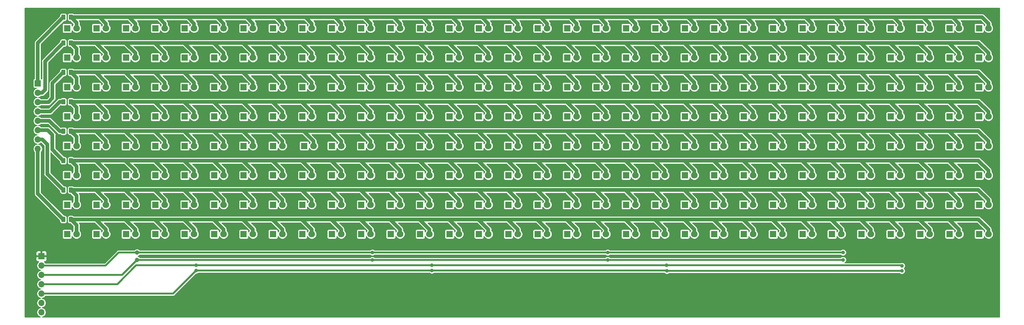
<source format=gbr>
G04 #@! TF.GenerationSoftware,KiCad,Pcbnew,(5.0.0)*
G04 #@! TF.CreationDate,2018-11-13T10:34:59+02:00*
G04 #@! TF.ProjectId,led_matrix,6C65645F6D61747269782E6B69636164,rev?*
G04 #@! TF.SameCoordinates,Original*
G04 #@! TF.FileFunction,Copper,L1,Top,Signal*
G04 #@! TF.FilePolarity,Positive*
%FSLAX46Y46*%
G04 Gerber Fmt 4.6, Leading zero omitted, Abs format (unit mm)*
G04 Created by KiCad (PCBNEW (5.0.0)) date 11/13/18 10:34:59*
%MOMM*%
%LPD*%
G01*
G04 APERTURE LIST*
G04 #@! TA.AperFunction,ComponentPad*
%ADD10R,1.800000X1.800000*%
G04 #@! TD*
G04 #@! TA.AperFunction,ComponentPad*
%ADD11C,1.800000*%
G04 #@! TD*
G04 #@! TA.AperFunction,Conductor*
%ADD12C,0.100000*%
G04 #@! TD*
G04 #@! TA.AperFunction,SMDPad,CuDef*
%ADD13C,1.150000*%
G04 #@! TD*
G04 #@! TA.AperFunction,ComponentPad*
%ADD14R,1.700000X1.700000*%
G04 #@! TD*
G04 #@! TA.AperFunction,ComponentPad*
%ADD15O,1.700000X1.700000*%
G04 #@! TD*
G04 #@! TA.AperFunction,ViaPad*
%ADD16C,1.000000*%
G04 #@! TD*
G04 #@! TA.AperFunction,ViaPad*
%ADD17C,1.200000*%
G04 #@! TD*
G04 #@! TA.AperFunction,Conductor*
%ADD18C,1.000000*%
G04 #@! TD*
G04 #@! TA.AperFunction,Conductor*
%ADD19C,0.500000*%
G04 #@! TD*
G04 #@! TA.AperFunction,Conductor*
%ADD20C,0.254000*%
G04 #@! TD*
G04 APERTURE END LIST*
D10*
G04 #@! TO.P,D1,1*
G04 #@! TO.N,Net-(D1-Pad1)*
X29500000Y-23900000D03*
D11*
G04 #@! TO.P,D1,2*
G04 #@! TO.N,Net-(D1-Pad2)*
X32040000Y-23900000D03*
G04 #@! TD*
G04 #@! TO.P,D2,2*
G04 #@! TO.N,Net-(D10-Pad2)*
X32040000Y-31900000D03*
D10*
G04 #@! TO.P,D2,1*
G04 #@! TO.N,Net-(D1-Pad1)*
X29500000Y-31900000D03*
G04 #@! TD*
D11*
G04 #@! TO.P,D3,2*
G04 #@! TO.N,Net-(D107-Pad2)*
X32040000Y-39900000D03*
D10*
G04 #@! TO.P,D3,1*
G04 #@! TO.N,Net-(D1-Pad1)*
X29500000Y-39900000D03*
G04 #@! TD*
G04 #@! TO.P,D4,1*
G04 #@! TO.N,Net-(D1-Pad1)*
X29500000Y-47900000D03*
D11*
G04 #@! TO.P,D4,2*
G04 #@! TO.N,Net-(D100-Pad2)*
X32040000Y-47900000D03*
G04 #@! TD*
G04 #@! TO.P,D5,2*
G04 #@! TO.N,Net-(D101-Pad2)*
X32040000Y-55900000D03*
D10*
G04 #@! TO.P,D5,1*
G04 #@! TO.N,Net-(D1-Pad1)*
X29500000Y-55900000D03*
G04 #@! TD*
G04 #@! TO.P,D6,1*
G04 #@! TO.N,Net-(D1-Pad1)*
X29500000Y-63900000D03*
D11*
G04 #@! TO.P,D6,2*
G04 #@! TO.N,Net-(D102-Pad2)*
X32040000Y-63900000D03*
G04 #@! TD*
G04 #@! TO.P,D7,2*
G04 #@! TO.N,Net-(D103-Pad2)*
X32040000Y-71900000D03*
D10*
G04 #@! TO.P,D7,1*
G04 #@! TO.N,Net-(D1-Pad1)*
X29500000Y-71900000D03*
G04 #@! TD*
G04 #@! TO.P,D8,1*
G04 #@! TO.N,Net-(D1-Pad1)*
X29500000Y-79900000D03*
D11*
G04 #@! TO.P,D8,2*
G04 #@! TO.N,Net-(D104-Pad2)*
X32040000Y-79900000D03*
G04 #@! TD*
D10*
G04 #@! TO.P,D9,1*
G04 #@! TO.N,Net-(D10-Pad1)*
X37500000Y-23900000D03*
D11*
G04 #@! TO.P,D9,2*
G04 #@! TO.N,Net-(D1-Pad2)*
X40040000Y-23900000D03*
G04 #@! TD*
D10*
G04 #@! TO.P,D10,1*
G04 #@! TO.N,Net-(D10-Pad1)*
X37500000Y-31900000D03*
D11*
G04 #@! TO.P,D10,2*
G04 #@! TO.N,Net-(D10-Pad2)*
X40040000Y-31900000D03*
G04 #@! TD*
G04 #@! TO.P,D11,2*
G04 #@! TO.N,Net-(D107-Pad2)*
X40040000Y-39900000D03*
D10*
G04 #@! TO.P,D11,1*
G04 #@! TO.N,Net-(D10-Pad1)*
X37500000Y-39900000D03*
G04 #@! TD*
G04 #@! TO.P,D12,1*
G04 #@! TO.N,Net-(D10-Pad1)*
X37500000Y-47900000D03*
D11*
G04 #@! TO.P,D12,2*
G04 #@! TO.N,Net-(D100-Pad2)*
X40040000Y-47900000D03*
G04 #@! TD*
G04 #@! TO.P,D13,2*
G04 #@! TO.N,Net-(D101-Pad2)*
X40040000Y-55900000D03*
D10*
G04 #@! TO.P,D13,1*
G04 #@! TO.N,Net-(D10-Pad1)*
X37500000Y-55900000D03*
G04 #@! TD*
G04 #@! TO.P,D14,1*
G04 #@! TO.N,Net-(D10-Pad1)*
X37500000Y-63900000D03*
D11*
G04 #@! TO.P,D14,2*
G04 #@! TO.N,Net-(D102-Pad2)*
X40040000Y-63900000D03*
G04 #@! TD*
G04 #@! TO.P,D15,2*
G04 #@! TO.N,Net-(D103-Pad2)*
X40040000Y-71900000D03*
D10*
G04 #@! TO.P,D15,1*
G04 #@! TO.N,Net-(D10-Pad1)*
X37500000Y-71900000D03*
G04 #@! TD*
G04 #@! TO.P,D16,1*
G04 #@! TO.N,Net-(D10-Pad1)*
X37500000Y-79900000D03*
D11*
G04 #@! TO.P,D16,2*
G04 #@! TO.N,Net-(D104-Pad2)*
X40040000Y-79900000D03*
G04 #@! TD*
G04 #@! TO.P,D17,2*
G04 #@! TO.N,Net-(D1-Pad2)*
X48040000Y-23900000D03*
D10*
G04 #@! TO.P,D17,1*
G04 #@! TO.N,Net-(D17-Pad1)*
X45500000Y-23900000D03*
G04 #@! TD*
D11*
G04 #@! TO.P,D18,2*
G04 #@! TO.N,Net-(D10-Pad2)*
X48040000Y-31900000D03*
D10*
G04 #@! TO.P,D18,1*
G04 #@! TO.N,Net-(D17-Pad1)*
X45500000Y-31900000D03*
G04 #@! TD*
G04 #@! TO.P,D19,1*
G04 #@! TO.N,Net-(D17-Pad1)*
X45500000Y-39900000D03*
D11*
G04 #@! TO.P,D19,2*
G04 #@! TO.N,Net-(D107-Pad2)*
X48040000Y-39900000D03*
G04 #@! TD*
G04 #@! TO.P,D20,2*
G04 #@! TO.N,Net-(D100-Pad2)*
X48040000Y-47900000D03*
D10*
G04 #@! TO.P,D20,1*
G04 #@! TO.N,Net-(D17-Pad1)*
X45500000Y-47900000D03*
G04 #@! TD*
G04 #@! TO.P,D21,1*
G04 #@! TO.N,Net-(D17-Pad1)*
X45500000Y-55900000D03*
D11*
G04 #@! TO.P,D21,2*
G04 #@! TO.N,Net-(D101-Pad2)*
X48040000Y-55900000D03*
G04 #@! TD*
G04 #@! TO.P,D22,2*
G04 #@! TO.N,Net-(D102-Pad2)*
X48040000Y-63900000D03*
D10*
G04 #@! TO.P,D22,1*
G04 #@! TO.N,Net-(D17-Pad1)*
X45500000Y-63900000D03*
G04 #@! TD*
G04 #@! TO.P,D23,1*
G04 #@! TO.N,Net-(D17-Pad1)*
X45500000Y-71900000D03*
D11*
G04 #@! TO.P,D23,2*
G04 #@! TO.N,Net-(D103-Pad2)*
X48040000Y-71900000D03*
G04 #@! TD*
G04 #@! TO.P,D24,2*
G04 #@! TO.N,Net-(D104-Pad2)*
X48040000Y-79900000D03*
D10*
G04 #@! TO.P,D24,1*
G04 #@! TO.N,Net-(D17-Pad1)*
X45500000Y-79900000D03*
G04 #@! TD*
G04 #@! TO.P,D25,1*
G04 #@! TO.N,Net-(D25-Pad1)*
X53500000Y-23900000D03*
D11*
G04 #@! TO.P,D25,2*
G04 #@! TO.N,Net-(D1-Pad2)*
X56040000Y-23900000D03*
G04 #@! TD*
G04 #@! TO.P,D26,2*
G04 #@! TO.N,Net-(D10-Pad2)*
X56040000Y-31900000D03*
D10*
G04 #@! TO.P,D26,1*
G04 #@! TO.N,Net-(D25-Pad1)*
X53500000Y-31900000D03*
G04 #@! TD*
G04 #@! TO.P,D27,1*
G04 #@! TO.N,Net-(D25-Pad1)*
X53500000Y-39900000D03*
D11*
G04 #@! TO.P,D27,2*
G04 #@! TO.N,Net-(D107-Pad2)*
X56040000Y-39900000D03*
G04 #@! TD*
G04 #@! TO.P,D28,2*
G04 #@! TO.N,Net-(D100-Pad2)*
X56040000Y-47900000D03*
D10*
G04 #@! TO.P,D28,1*
G04 #@! TO.N,Net-(D25-Pad1)*
X53500000Y-47900000D03*
G04 #@! TD*
G04 #@! TO.P,D29,1*
G04 #@! TO.N,Net-(D25-Pad1)*
X53500000Y-55900000D03*
D11*
G04 #@! TO.P,D29,2*
G04 #@! TO.N,Net-(D101-Pad2)*
X56040000Y-55900000D03*
G04 #@! TD*
G04 #@! TO.P,D30,2*
G04 #@! TO.N,Net-(D102-Pad2)*
X56040000Y-63900000D03*
D10*
G04 #@! TO.P,D30,1*
G04 #@! TO.N,Net-(D25-Pad1)*
X53500000Y-63900000D03*
G04 #@! TD*
G04 #@! TO.P,D31,1*
G04 #@! TO.N,Net-(D25-Pad1)*
X53500000Y-71900000D03*
D11*
G04 #@! TO.P,D31,2*
G04 #@! TO.N,Net-(D103-Pad2)*
X56040000Y-71900000D03*
G04 #@! TD*
G04 #@! TO.P,D32,2*
G04 #@! TO.N,Net-(D104-Pad2)*
X56040000Y-79900000D03*
D10*
G04 #@! TO.P,D32,1*
G04 #@! TO.N,Net-(D25-Pad1)*
X53500000Y-79900000D03*
G04 #@! TD*
G04 #@! TO.P,D33,1*
G04 #@! TO.N,Net-(D33-Pad1)*
X61500000Y-23900000D03*
D11*
G04 #@! TO.P,D33,2*
G04 #@! TO.N,Net-(D1-Pad2)*
X64040000Y-23900000D03*
G04 #@! TD*
D10*
G04 #@! TO.P,D34,1*
G04 #@! TO.N,Net-(D33-Pad1)*
X61500000Y-31900000D03*
D11*
G04 #@! TO.P,D34,2*
G04 #@! TO.N,Net-(D10-Pad2)*
X64040000Y-31900000D03*
G04 #@! TD*
G04 #@! TO.P,D35,2*
G04 #@! TO.N,Net-(D107-Pad2)*
X64040000Y-39900000D03*
D10*
G04 #@! TO.P,D35,1*
G04 #@! TO.N,Net-(D33-Pad1)*
X61500000Y-39900000D03*
G04 #@! TD*
G04 #@! TO.P,D36,1*
G04 #@! TO.N,Net-(D33-Pad1)*
X61500000Y-47900000D03*
D11*
G04 #@! TO.P,D36,2*
G04 #@! TO.N,Net-(D100-Pad2)*
X64040000Y-47900000D03*
G04 #@! TD*
G04 #@! TO.P,D37,2*
G04 #@! TO.N,Net-(D101-Pad2)*
X64040000Y-55900000D03*
D10*
G04 #@! TO.P,D37,1*
G04 #@! TO.N,Net-(D33-Pad1)*
X61500000Y-55900000D03*
G04 #@! TD*
G04 #@! TO.P,D38,1*
G04 #@! TO.N,Net-(D33-Pad1)*
X61500000Y-63900000D03*
D11*
G04 #@! TO.P,D38,2*
G04 #@! TO.N,Net-(D102-Pad2)*
X64040000Y-63900000D03*
G04 #@! TD*
G04 #@! TO.P,D39,2*
G04 #@! TO.N,Net-(D103-Pad2)*
X64040000Y-71900000D03*
D10*
G04 #@! TO.P,D39,1*
G04 #@! TO.N,Net-(D33-Pad1)*
X61500000Y-71900000D03*
G04 #@! TD*
G04 #@! TO.P,D40,1*
G04 #@! TO.N,Net-(D33-Pad1)*
X61500000Y-79900000D03*
D11*
G04 #@! TO.P,D40,2*
G04 #@! TO.N,Net-(D104-Pad2)*
X64040000Y-79900000D03*
G04 #@! TD*
G04 #@! TO.P,D41,2*
G04 #@! TO.N,Net-(D1-Pad2)*
X72040000Y-23900000D03*
D10*
G04 #@! TO.P,D41,1*
G04 #@! TO.N,Net-(D41-Pad1)*
X69500000Y-23900000D03*
G04 #@! TD*
D11*
G04 #@! TO.P,D42,2*
G04 #@! TO.N,Net-(D10-Pad2)*
X72040000Y-31900000D03*
D10*
G04 #@! TO.P,D42,1*
G04 #@! TO.N,Net-(D41-Pad1)*
X69500000Y-31900000D03*
G04 #@! TD*
D11*
G04 #@! TO.P,D43,2*
G04 #@! TO.N,Net-(D107-Pad2)*
X72040000Y-39900000D03*
D10*
G04 #@! TO.P,D43,1*
G04 #@! TO.N,Net-(D41-Pad1)*
X69500000Y-39900000D03*
G04 #@! TD*
G04 #@! TO.P,D44,1*
G04 #@! TO.N,Net-(D41-Pad1)*
X69500000Y-47900000D03*
D11*
G04 #@! TO.P,D44,2*
G04 #@! TO.N,Net-(D100-Pad2)*
X72040000Y-47900000D03*
G04 #@! TD*
G04 #@! TO.P,D45,2*
G04 #@! TO.N,Net-(D101-Pad2)*
X72040000Y-55900000D03*
D10*
G04 #@! TO.P,D45,1*
G04 #@! TO.N,Net-(D41-Pad1)*
X69500000Y-55900000D03*
G04 #@! TD*
G04 #@! TO.P,D46,1*
G04 #@! TO.N,Net-(D41-Pad1)*
X69500000Y-63900000D03*
D11*
G04 #@! TO.P,D46,2*
G04 #@! TO.N,Net-(D102-Pad2)*
X72040000Y-63900000D03*
G04 #@! TD*
G04 #@! TO.P,D47,2*
G04 #@! TO.N,Net-(D103-Pad2)*
X72040000Y-71900000D03*
D10*
G04 #@! TO.P,D47,1*
G04 #@! TO.N,Net-(D41-Pad1)*
X69500000Y-71900000D03*
G04 #@! TD*
G04 #@! TO.P,D48,1*
G04 #@! TO.N,Net-(D41-Pad1)*
X69500000Y-79900000D03*
D11*
G04 #@! TO.P,D48,2*
G04 #@! TO.N,Net-(D104-Pad2)*
X72040000Y-79900000D03*
G04 #@! TD*
G04 #@! TO.P,D49,2*
G04 #@! TO.N,Net-(D1-Pad2)*
X80040000Y-23900000D03*
D10*
G04 #@! TO.P,D49,1*
G04 #@! TO.N,Net-(D49-Pad1)*
X77500000Y-23900000D03*
G04 #@! TD*
G04 #@! TO.P,D50,1*
G04 #@! TO.N,Net-(D49-Pad1)*
X77500000Y-31900000D03*
D11*
G04 #@! TO.P,D50,2*
G04 #@! TO.N,Net-(D10-Pad2)*
X80040000Y-31900000D03*
G04 #@! TD*
D10*
G04 #@! TO.P,D51,1*
G04 #@! TO.N,Net-(D49-Pad1)*
X77500000Y-39900000D03*
D11*
G04 #@! TO.P,D51,2*
G04 #@! TO.N,Net-(D107-Pad2)*
X80040000Y-39900000D03*
G04 #@! TD*
G04 #@! TO.P,D52,2*
G04 #@! TO.N,Net-(D100-Pad2)*
X80040000Y-47900000D03*
D10*
G04 #@! TO.P,D52,1*
G04 #@! TO.N,Net-(D49-Pad1)*
X77500000Y-47900000D03*
G04 #@! TD*
G04 #@! TO.P,D53,1*
G04 #@! TO.N,Net-(D49-Pad1)*
X77500000Y-55900000D03*
D11*
G04 #@! TO.P,D53,2*
G04 #@! TO.N,Net-(D101-Pad2)*
X80040000Y-55900000D03*
G04 #@! TD*
G04 #@! TO.P,D54,2*
G04 #@! TO.N,Net-(D102-Pad2)*
X80040000Y-63900000D03*
D10*
G04 #@! TO.P,D54,1*
G04 #@! TO.N,Net-(D49-Pad1)*
X77500000Y-63900000D03*
G04 #@! TD*
G04 #@! TO.P,D55,1*
G04 #@! TO.N,Net-(D49-Pad1)*
X77500000Y-71900000D03*
D11*
G04 #@! TO.P,D55,2*
G04 #@! TO.N,Net-(D103-Pad2)*
X80040000Y-71900000D03*
G04 #@! TD*
G04 #@! TO.P,D56,2*
G04 #@! TO.N,Net-(D104-Pad2)*
X80040000Y-79900000D03*
D10*
G04 #@! TO.P,D56,1*
G04 #@! TO.N,Net-(D49-Pad1)*
X77500000Y-79900000D03*
G04 #@! TD*
G04 #@! TO.P,D57,1*
G04 #@! TO.N,Net-(D57-Pad1)*
X85500000Y-23900000D03*
D11*
G04 #@! TO.P,D57,2*
G04 #@! TO.N,Net-(D1-Pad2)*
X88040000Y-23900000D03*
G04 #@! TD*
G04 #@! TO.P,D58,2*
G04 #@! TO.N,Net-(D10-Pad2)*
X88040000Y-31900000D03*
D10*
G04 #@! TO.P,D58,1*
G04 #@! TO.N,Net-(D57-Pad1)*
X85500000Y-31900000D03*
G04 #@! TD*
G04 #@! TO.P,D59,1*
G04 #@! TO.N,Net-(D57-Pad1)*
X85500000Y-39900000D03*
D11*
G04 #@! TO.P,D59,2*
G04 #@! TO.N,Net-(D107-Pad2)*
X88040000Y-39900000D03*
G04 #@! TD*
G04 #@! TO.P,D60,2*
G04 #@! TO.N,Net-(D100-Pad2)*
X88040000Y-47900000D03*
D10*
G04 #@! TO.P,D60,1*
G04 #@! TO.N,Net-(D57-Pad1)*
X85500000Y-47900000D03*
G04 #@! TD*
G04 #@! TO.P,D61,1*
G04 #@! TO.N,Net-(D57-Pad1)*
X85500000Y-55900000D03*
D11*
G04 #@! TO.P,D61,2*
G04 #@! TO.N,Net-(D101-Pad2)*
X88040000Y-55900000D03*
G04 #@! TD*
G04 #@! TO.P,D62,2*
G04 #@! TO.N,Net-(D102-Pad2)*
X88040000Y-63900000D03*
D10*
G04 #@! TO.P,D62,1*
G04 #@! TO.N,Net-(D57-Pad1)*
X85500000Y-63900000D03*
G04 #@! TD*
G04 #@! TO.P,D63,1*
G04 #@! TO.N,Net-(D57-Pad1)*
X85500000Y-71900000D03*
D11*
G04 #@! TO.P,D63,2*
G04 #@! TO.N,Net-(D103-Pad2)*
X88040000Y-71900000D03*
G04 #@! TD*
G04 #@! TO.P,D64,2*
G04 #@! TO.N,Net-(D104-Pad2)*
X88040000Y-79900000D03*
D10*
G04 #@! TO.P,D64,1*
G04 #@! TO.N,Net-(D57-Pad1)*
X85500000Y-79900000D03*
G04 #@! TD*
G04 #@! TO.P,D65,1*
G04 #@! TO.N,Net-(D65-Pad1)*
X93500000Y-23900000D03*
D11*
G04 #@! TO.P,D65,2*
G04 #@! TO.N,Net-(D1-Pad2)*
X96040000Y-23900000D03*
G04 #@! TD*
G04 #@! TO.P,D66,2*
G04 #@! TO.N,Net-(D10-Pad2)*
X96040000Y-31900000D03*
D10*
G04 #@! TO.P,D66,1*
G04 #@! TO.N,Net-(D65-Pad1)*
X93500000Y-31900000D03*
G04 #@! TD*
G04 #@! TO.P,D67,1*
G04 #@! TO.N,Net-(D65-Pad1)*
X93500000Y-39900000D03*
D11*
G04 #@! TO.P,D67,2*
G04 #@! TO.N,Net-(D107-Pad2)*
X96040000Y-39900000D03*
G04 #@! TD*
D10*
G04 #@! TO.P,D68,1*
G04 #@! TO.N,Net-(D65-Pad1)*
X93500000Y-47900000D03*
D11*
G04 #@! TO.P,D68,2*
G04 #@! TO.N,Net-(D100-Pad2)*
X96040000Y-47900000D03*
G04 #@! TD*
G04 #@! TO.P,D69,2*
G04 #@! TO.N,Net-(D101-Pad2)*
X96515001Y-55900000D03*
D10*
G04 #@! TO.P,D69,1*
G04 #@! TO.N,Net-(D65-Pad1)*
X93975001Y-55900000D03*
G04 #@! TD*
G04 #@! TO.P,D70,1*
G04 #@! TO.N,Net-(D65-Pad1)*
X93500000Y-63900000D03*
D11*
G04 #@! TO.P,D70,2*
G04 #@! TO.N,Net-(D102-Pad2)*
X96040000Y-63900000D03*
G04 #@! TD*
G04 #@! TO.P,D71,2*
G04 #@! TO.N,Net-(D103-Pad2)*
X96040000Y-71900000D03*
D10*
G04 #@! TO.P,D71,1*
G04 #@! TO.N,Net-(D65-Pad1)*
X93500000Y-71900000D03*
G04 #@! TD*
G04 #@! TO.P,D72,1*
G04 #@! TO.N,Net-(D65-Pad1)*
X93500000Y-79900000D03*
D11*
G04 #@! TO.P,D72,2*
G04 #@! TO.N,Net-(D104-Pad2)*
X96040000Y-79900000D03*
G04 #@! TD*
G04 #@! TO.P,D73,2*
G04 #@! TO.N,Net-(D1-Pad2)*
X104040000Y-23900000D03*
D10*
G04 #@! TO.P,D73,1*
G04 #@! TO.N,Net-(D73-Pad1)*
X101500000Y-23900000D03*
G04 #@! TD*
G04 #@! TO.P,D74,1*
G04 #@! TO.N,Net-(D73-Pad1)*
X101500000Y-31900000D03*
D11*
G04 #@! TO.P,D74,2*
G04 #@! TO.N,Net-(D10-Pad2)*
X104040000Y-31900000D03*
G04 #@! TD*
D10*
G04 #@! TO.P,D75,1*
G04 #@! TO.N,Net-(D73-Pad1)*
X101500000Y-39900000D03*
D11*
G04 #@! TO.P,D75,2*
G04 #@! TO.N,Net-(D107-Pad2)*
X104040000Y-39900000D03*
G04 #@! TD*
D10*
G04 #@! TO.P,D76,1*
G04 #@! TO.N,Net-(D73-Pad1)*
X101500000Y-47900000D03*
D11*
G04 #@! TO.P,D76,2*
G04 #@! TO.N,Net-(D100-Pad2)*
X104040000Y-47900000D03*
G04 #@! TD*
G04 #@! TO.P,D77,2*
G04 #@! TO.N,Net-(D101-Pad2)*
X104040000Y-55900000D03*
D10*
G04 #@! TO.P,D77,1*
G04 #@! TO.N,Net-(D73-Pad1)*
X101500000Y-55900000D03*
G04 #@! TD*
G04 #@! TO.P,D78,1*
G04 #@! TO.N,Net-(D73-Pad1)*
X101500000Y-63900000D03*
D11*
G04 #@! TO.P,D78,2*
G04 #@! TO.N,Net-(D102-Pad2)*
X104040000Y-63900000D03*
G04 #@! TD*
G04 #@! TO.P,D79,2*
G04 #@! TO.N,Net-(D103-Pad2)*
X104040000Y-71900000D03*
D10*
G04 #@! TO.P,D79,1*
G04 #@! TO.N,Net-(D73-Pad1)*
X101500000Y-71900000D03*
G04 #@! TD*
G04 #@! TO.P,D80,1*
G04 #@! TO.N,Net-(D73-Pad1)*
X101500000Y-79900000D03*
D11*
G04 #@! TO.P,D80,2*
G04 #@! TO.N,Net-(D104-Pad2)*
X104040000Y-79900000D03*
G04 #@! TD*
G04 #@! TO.P,D81,2*
G04 #@! TO.N,Net-(D1-Pad2)*
X112040000Y-23900000D03*
D10*
G04 #@! TO.P,D81,1*
G04 #@! TO.N,Net-(D81-Pad1)*
X109500000Y-23900000D03*
G04 #@! TD*
G04 #@! TO.P,D82,1*
G04 #@! TO.N,Net-(D81-Pad1)*
X109500000Y-31900000D03*
D11*
G04 #@! TO.P,D82,2*
G04 #@! TO.N,Net-(D10-Pad2)*
X112040000Y-31900000D03*
G04 #@! TD*
G04 #@! TO.P,D83,2*
G04 #@! TO.N,Net-(D107-Pad2)*
X112040000Y-39900000D03*
D10*
G04 #@! TO.P,D83,1*
G04 #@! TO.N,Net-(D81-Pad1)*
X109500000Y-39900000D03*
G04 #@! TD*
G04 #@! TO.P,D84,1*
G04 #@! TO.N,Net-(D81-Pad1)*
X109500000Y-47900000D03*
D11*
G04 #@! TO.P,D84,2*
G04 #@! TO.N,Net-(D100-Pad2)*
X112040000Y-47900000D03*
G04 #@! TD*
G04 #@! TO.P,D85,2*
G04 #@! TO.N,Net-(D101-Pad2)*
X112040000Y-55900000D03*
D10*
G04 #@! TO.P,D85,1*
G04 #@! TO.N,Net-(D81-Pad1)*
X109500000Y-55900000D03*
G04 #@! TD*
G04 #@! TO.P,D86,1*
G04 #@! TO.N,Net-(D81-Pad1)*
X109500000Y-63900000D03*
D11*
G04 #@! TO.P,D86,2*
G04 #@! TO.N,Net-(D102-Pad2)*
X112040000Y-63900000D03*
G04 #@! TD*
G04 #@! TO.P,D87,2*
G04 #@! TO.N,Net-(D103-Pad2)*
X112040000Y-71900000D03*
D10*
G04 #@! TO.P,D87,1*
G04 #@! TO.N,Net-(D81-Pad1)*
X109500000Y-71900000D03*
G04 #@! TD*
G04 #@! TO.P,D88,1*
G04 #@! TO.N,Net-(D81-Pad1)*
X109500000Y-79900000D03*
D11*
G04 #@! TO.P,D88,2*
G04 #@! TO.N,Net-(D104-Pad2)*
X112040000Y-79900000D03*
G04 #@! TD*
G04 #@! TO.P,D89,2*
G04 #@! TO.N,Net-(D1-Pad2)*
X120040000Y-23900000D03*
D10*
G04 #@! TO.P,D89,1*
G04 #@! TO.N,Net-(D89-Pad1)*
X117500000Y-23900000D03*
G04 #@! TD*
G04 #@! TO.P,D90,1*
G04 #@! TO.N,Net-(D89-Pad1)*
X117500000Y-31900000D03*
D11*
G04 #@! TO.P,D90,2*
G04 #@! TO.N,Net-(D10-Pad2)*
X120040000Y-31900000D03*
G04 #@! TD*
G04 #@! TO.P,D91,2*
G04 #@! TO.N,Net-(D107-Pad2)*
X120040000Y-39900000D03*
D10*
G04 #@! TO.P,D91,1*
G04 #@! TO.N,Net-(D89-Pad1)*
X117500000Y-39900000D03*
G04 #@! TD*
D11*
G04 #@! TO.P,D92,2*
G04 #@! TO.N,Net-(D100-Pad2)*
X120040000Y-47900000D03*
D10*
G04 #@! TO.P,D92,1*
G04 #@! TO.N,Net-(D89-Pad1)*
X117500000Y-47900000D03*
G04 #@! TD*
G04 #@! TO.P,D93,1*
G04 #@! TO.N,Net-(D89-Pad1)*
X117500000Y-55900000D03*
D11*
G04 #@! TO.P,D93,2*
G04 #@! TO.N,Net-(D101-Pad2)*
X120040000Y-55900000D03*
G04 #@! TD*
G04 #@! TO.P,D94,2*
G04 #@! TO.N,Net-(D102-Pad2)*
X120040000Y-63900000D03*
D10*
G04 #@! TO.P,D94,1*
G04 #@! TO.N,Net-(D89-Pad1)*
X117500000Y-63900000D03*
G04 #@! TD*
G04 #@! TO.P,D95,1*
G04 #@! TO.N,Net-(D89-Pad1)*
X117500000Y-71900000D03*
D11*
G04 #@! TO.P,D95,2*
G04 #@! TO.N,Net-(D103-Pad2)*
X120040000Y-71900000D03*
G04 #@! TD*
G04 #@! TO.P,D96,2*
G04 #@! TO.N,Net-(D104-Pad2)*
X120040000Y-79900000D03*
D10*
G04 #@! TO.P,D96,1*
G04 #@! TO.N,Net-(D89-Pad1)*
X117500000Y-79900000D03*
G04 #@! TD*
G04 #@! TO.P,D97,1*
G04 #@! TO.N,Net-(D100-Pad1)*
X125500000Y-23900000D03*
D11*
G04 #@! TO.P,D97,2*
G04 #@! TO.N,Net-(D1-Pad2)*
X128040000Y-23900000D03*
G04 #@! TD*
D10*
G04 #@! TO.P,D98,1*
G04 #@! TO.N,Net-(D100-Pad1)*
X125500000Y-31900000D03*
D11*
G04 #@! TO.P,D98,2*
G04 #@! TO.N,Net-(D10-Pad2)*
X128040000Y-31900000D03*
G04 #@! TD*
G04 #@! TO.P,D99,2*
G04 #@! TO.N,Net-(D107-Pad2)*
X128040000Y-39900000D03*
D10*
G04 #@! TO.P,D99,1*
G04 #@! TO.N,Net-(D100-Pad1)*
X125500000Y-39900000D03*
G04 #@! TD*
D11*
G04 #@! TO.P,D100,2*
G04 #@! TO.N,Net-(D100-Pad2)*
X128040000Y-47900000D03*
D10*
G04 #@! TO.P,D100,1*
G04 #@! TO.N,Net-(D100-Pad1)*
X125500000Y-47900000D03*
G04 #@! TD*
D11*
G04 #@! TO.P,D101,2*
G04 #@! TO.N,Net-(D101-Pad2)*
X128040000Y-55900000D03*
D10*
G04 #@! TO.P,D101,1*
G04 #@! TO.N,Net-(D100-Pad1)*
X125500000Y-55900000D03*
G04 #@! TD*
G04 #@! TO.P,D102,1*
G04 #@! TO.N,Net-(D100-Pad1)*
X125500000Y-63900000D03*
D11*
G04 #@! TO.P,D102,2*
G04 #@! TO.N,Net-(D102-Pad2)*
X128040000Y-63900000D03*
G04 #@! TD*
G04 #@! TO.P,D103,2*
G04 #@! TO.N,Net-(D103-Pad2)*
X128040000Y-71900000D03*
D10*
G04 #@! TO.P,D103,1*
G04 #@! TO.N,Net-(D100-Pad1)*
X125500000Y-71900000D03*
G04 #@! TD*
G04 #@! TO.P,D104,1*
G04 #@! TO.N,Net-(D100-Pad1)*
X125500000Y-79900000D03*
D11*
G04 #@! TO.P,D104,2*
G04 #@! TO.N,Net-(D104-Pad2)*
X128040000Y-79900000D03*
G04 #@! TD*
G04 #@! TO.P,D105,2*
G04 #@! TO.N,Net-(D1-Pad2)*
X136040000Y-23900000D03*
D10*
G04 #@! TO.P,D105,1*
G04 #@! TO.N,Net-(D105-Pad1)*
X133500000Y-23900000D03*
G04 #@! TD*
G04 #@! TO.P,D106,1*
G04 #@! TO.N,Net-(D105-Pad1)*
X133500000Y-31900000D03*
D11*
G04 #@! TO.P,D106,2*
G04 #@! TO.N,Net-(D10-Pad2)*
X136040000Y-31900000D03*
G04 #@! TD*
G04 #@! TO.P,D107,2*
G04 #@! TO.N,Net-(D107-Pad2)*
X136040000Y-39900000D03*
D10*
G04 #@! TO.P,D107,1*
G04 #@! TO.N,Net-(D105-Pad1)*
X133500000Y-39900000D03*
G04 #@! TD*
D11*
G04 #@! TO.P,D108,2*
G04 #@! TO.N,Net-(D100-Pad2)*
X136040000Y-47900000D03*
D10*
G04 #@! TO.P,D108,1*
G04 #@! TO.N,Net-(D105-Pad1)*
X133500000Y-47900000D03*
G04 #@! TD*
D11*
G04 #@! TO.P,D109,2*
G04 #@! TO.N,Net-(D101-Pad2)*
X136040000Y-55900000D03*
D10*
G04 #@! TO.P,D109,1*
G04 #@! TO.N,Net-(D105-Pad1)*
X133500000Y-55900000D03*
G04 #@! TD*
G04 #@! TO.P,D110,1*
G04 #@! TO.N,Net-(D105-Pad1)*
X133500000Y-63900000D03*
D11*
G04 #@! TO.P,D110,2*
G04 #@! TO.N,Net-(D102-Pad2)*
X136040000Y-63900000D03*
G04 #@! TD*
G04 #@! TO.P,D111,2*
G04 #@! TO.N,Net-(D103-Pad2)*
X136040000Y-71900000D03*
D10*
G04 #@! TO.P,D111,1*
G04 #@! TO.N,Net-(D105-Pad1)*
X133500000Y-71900000D03*
G04 #@! TD*
G04 #@! TO.P,D112,1*
G04 #@! TO.N,Net-(D105-Pad1)*
X133500000Y-79900000D03*
D11*
G04 #@! TO.P,D112,2*
G04 #@! TO.N,Net-(D104-Pad2)*
X136040000Y-79900000D03*
G04 #@! TD*
G04 #@! TO.P,D113,2*
G04 #@! TO.N,Net-(D1-Pad2)*
X144040000Y-23900000D03*
D10*
G04 #@! TO.P,D113,1*
G04 #@! TO.N,Net-(D113-Pad1)*
X141500000Y-23900000D03*
G04 #@! TD*
G04 #@! TO.P,D114,1*
G04 #@! TO.N,Net-(D113-Pad1)*
X141500000Y-31900000D03*
D11*
G04 #@! TO.P,D114,2*
G04 #@! TO.N,Net-(D10-Pad2)*
X144040000Y-31900000D03*
G04 #@! TD*
G04 #@! TO.P,D115,2*
G04 #@! TO.N,Net-(D107-Pad2)*
X144040000Y-39900000D03*
D10*
G04 #@! TO.P,D115,1*
G04 #@! TO.N,Net-(D113-Pad1)*
X141500000Y-39900000D03*
G04 #@! TD*
G04 #@! TO.P,D116,1*
G04 #@! TO.N,Net-(D113-Pad1)*
X141500000Y-47900000D03*
D11*
G04 #@! TO.P,D116,2*
G04 #@! TO.N,Net-(D100-Pad2)*
X144040000Y-47900000D03*
G04 #@! TD*
D10*
G04 #@! TO.P,D117,1*
G04 #@! TO.N,Net-(D113-Pad1)*
X141500000Y-55900000D03*
D11*
G04 #@! TO.P,D117,2*
G04 #@! TO.N,Net-(D101-Pad2)*
X144040000Y-55900000D03*
G04 #@! TD*
G04 #@! TO.P,D118,2*
G04 #@! TO.N,Net-(D102-Pad2)*
X144040000Y-63900000D03*
D10*
G04 #@! TO.P,D118,1*
G04 #@! TO.N,Net-(D113-Pad1)*
X141500000Y-63900000D03*
G04 #@! TD*
G04 #@! TO.P,D119,1*
G04 #@! TO.N,Net-(D113-Pad1)*
X141500000Y-71900000D03*
D11*
G04 #@! TO.P,D119,2*
G04 #@! TO.N,Net-(D103-Pad2)*
X144040000Y-71900000D03*
G04 #@! TD*
G04 #@! TO.P,D120,2*
G04 #@! TO.N,Net-(D104-Pad2)*
X144040000Y-79900000D03*
D10*
G04 #@! TO.P,D120,1*
G04 #@! TO.N,Net-(D113-Pad1)*
X141500000Y-79900000D03*
G04 #@! TD*
G04 #@! TO.P,D121,1*
G04 #@! TO.N,Net-(D121-Pad1)*
X149500000Y-23900000D03*
D11*
G04 #@! TO.P,D121,2*
G04 #@! TO.N,Net-(D1-Pad2)*
X152040000Y-23900000D03*
G04 #@! TD*
G04 #@! TO.P,D122,2*
G04 #@! TO.N,Net-(D10-Pad2)*
X152040000Y-31900000D03*
D10*
G04 #@! TO.P,D122,1*
G04 #@! TO.N,Net-(D121-Pad1)*
X149500000Y-31900000D03*
G04 #@! TD*
G04 #@! TO.P,D123,1*
G04 #@! TO.N,Net-(D121-Pad1)*
X149500000Y-39900000D03*
D11*
G04 #@! TO.P,D123,2*
G04 #@! TO.N,Net-(D107-Pad2)*
X152040000Y-39900000D03*
G04 #@! TD*
G04 #@! TO.P,D124,2*
G04 #@! TO.N,Net-(D100-Pad2)*
X152040000Y-47900000D03*
D10*
G04 #@! TO.P,D124,1*
G04 #@! TO.N,Net-(D121-Pad1)*
X149500000Y-47900000D03*
G04 #@! TD*
G04 #@! TO.P,D125,1*
G04 #@! TO.N,Net-(D121-Pad1)*
X149500000Y-55900000D03*
D11*
G04 #@! TO.P,D125,2*
G04 #@! TO.N,Net-(D101-Pad2)*
X152040000Y-55900000D03*
G04 #@! TD*
G04 #@! TO.P,D126,2*
G04 #@! TO.N,Net-(D102-Pad2)*
X152040000Y-63900000D03*
D10*
G04 #@! TO.P,D126,1*
G04 #@! TO.N,Net-(D121-Pad1)*
X149500000Y-63900000D03*
G04 #@! TD*
G04 #@! TO.P,D127,1*
G04 #@! TO.N,Net-(D121-Pad1)*
X149500000Y-71900000D03*
D11*
G04 #@! TO.P,D127,2*
G04 #@! TO.N,Net-(D103-Pad2)*
X152040000Y-71900000D03*
G04 #@! TD*
G04 #@! TO.P,D128,2*
G04 #@! TO.N,Net-(D104-Pad2)*
X152040000Y-79900000D03*
D10*
G04 #@! TO.P,D128,1*
G04 #@! TO.N,Net-(D121-Pad1)*
X149500000Y-79900000D03*
G04 #@! TD*
G04 #@! TO.P,D129,1*
G04 #@! TO.N,Net-(D129-Pad1)*
X157500000Y-23900000D03*
D11*
G04 #@! TO.P,D129,2*
G04 #@! TO.N,Net-(D1-Pad2)*
X160040000Y-23900000D03*
G04 #@! TD*
G04 #@! TO.P,D130,2*
G04 #@! TO.N,Net-(D10-Pad2)*
X160040000Y-31900000D03*
D10*
G04 #@! TO.P,D130,1*
G04 #@! TO.N,Net-(D129-Pad1)*
X157500000Y-31900000D03*
G04 #@! TD*
G04 #@! TO.P,D131,1*
G04 #@! TO.N,Net-(D129-Pad1)*
X157500000Y-39900000D03*
D11*
G04 #@! TO.P,D131,2*
G04 #@! TO.N,Net-(D107-Pad2)*
X160040000Y-39900000D03*
G04 #@! TD*
G04 #@! TO.P,D132,2*
G04 #@! TO.N,Net-(D100-Pad2)*
X160040000Y-47900000D03*
D10*
G04 #@! TO.P,D132,1*
G04 #@! TO.N,Net-(D129-Pad1)*
X157500000Y-47900000D03*
G04 #@! TD*
D11*
G04 #@! TO.P,D133,2*
G04 #@! TO.N,Net-(D101-Pad2)*
X160040000Y-55900000D03*
D10*
G04 #@! TO.P,D133,1*
G04 #@! TO.N,Net-(D129-Pad1)*
X157500000Y-55900000D03*
G04 #@! TD*
D11*
G04 #@! TO.P,D134,2*
G04 #@! TO.N,Net-(D102-Pad2)*
X160040000Y-63900000D03*
D10*
G04 #@! TO.P,D134,1*
G04 #@! TO.N,Net-(D129-Pad1)*
X157500000Y-63900000D03*
G04 #@! TD*
G04 #@! TO.P,D135,1*
G04 #@! TO.N,Net-(D129-Pad1)*
X157500000Y-71900000D03*
D11*
G04 #@! TO.P,D135,2*
G04 #@! TO.N,Net-(D103-Pad2)*
X160040000Y-71900000D03*
G04 #@! TD*
G04 #@! TO.P,D136,2*
G04 #@! TO.N,Net-(D104-Pad2)*
X160040000Y-79900000D03*
D10*
G04 #@! TO.P,D136,1*
G04 #@! TO.N,Net-(D129-Pad1)*
X157500000Y-79900000D03*
G04 #@! TD*
G04 #@! TO.P,D137,1*
G04 #@! TO.N,Net-(D137-Pad1)*
X165500000Y-23900000D03*
D11*
G04 #@! TO.P,D137,2*
G04 #@! TO.N,Net-(D1-Pad2)*
X168040000Y-23900000D03*
G04 #@! TD*
G04 #@! TO.P,D138,2*
G04 #@! TO.N,Net-(D10-Pad2)*
X168040000Y-31900000D03*
D10*
G04 #@! TO.P,D138,1*
G04 #@! TO.N,Net-(D137-Pad1)*
X165500000Y-31900000D03*
G04 #@! TD*
G04 #@! TO.P,D139,1*
G04 #@! TO.N,Net-(D137-Pad1)*
X165500000Y-39900000D03*
D11*
G04 #@! TO.P,D139,2*
G04 #@! TO.N,Net-(D107-Pad2)*
X168040000Y-39900000D03*
G04 #@! TD*
G04 #@! TO.P,D140,2*
G04 #@! TO.N,Net-(D100-Pad2)*
X168040000Y-47900000D03*
D10*
G04 #@! TO.P,D140,1*
G04 #@! TO.N,Net-(D137-Pad1)*
X165500000Y-47900000D03*
G04 #@! TD*
G04 #@! TO.P,D141,1*
G04 #@! TO.N,Net-(D137-Pad1)*
X165500000Y-55900000D03*
D11*
G04 #@! TO.P,D141,2*
G04 #@! TO.N,Net-(D101-Pad2)*
X168040000Y-55900000D03*
G04 #@! TD*
G04 #@! TO.P,D142,2*
G04 #@! TO.N,Net-(D102-Pad2)*
X168040000Y-63900000D03*
D10*
G04 #@! TO.P,D142,1*
G04 #@! TO.N,Net-(D137-Pad1)*
X165500000Y-63900000D03*
G04 #@! TD*
G04 #@! TO.P,D143,1*
G04 #@! TO.N,Net-(D137-Pad1)*
X165500000Y-71900000D03*
D11*
G04 #@! TO.P,D143,2*
G04 #@! TO.N,Net-(D103-Pad2)*
X168040000Y-71900000D03*
G04 #@! TD*
G04 #@! TO.P,D144,2*
G04 #@! TO.N,Net-(D104-Pad2)*
X168040000Y-79900000D03*
D10*
G04 #@! TO.P,D144,1*
G04 #@! TO.N,Net-(D137-Pad1)*
X165500000Y-79900000D03*
G04 #@! TD*
G04 #@! TO.P,D145,1*
G04 #@! TO.N,Net-(D145-Pad1)*
X173500000Y-23900000D03*
D11*
G04 #@! TO.P,D145,2*
G04 #@! TO.N,Net-(D1-Pad2)*
X176040000Y-23900000D03*
G04 #@! TD*
G04 #@! TO.P,D146,2*
G04 #@! TO.N,Net-(D10-Pad2)*
X176040000Y-31900000D03*
D10*
G04 #@! TO.P,D146,1*
G04 #@! TO.N,Net-(D145-Pad1)*
X173500000Y-31900000D03*
G04 #@! TD*
G04 #@! TO.P,D147,1*
G04 #@! TO.N,Net-(D145-Pad1)*
X173500000Y-39900000D03*
D11*
G04 #@! TO.P,D147,2*
G04 #@! TO.N,Net-(D107-Pad2)*
X176040000Y-39900000D03*
G04 #@! TD*
G04 #@! TO.P,D148,2*
G04 #@! TO.N,Net-(D100-Pad2)*
X176040000Y-47900000D03*
D10*
G04 #@! TO.P,D148,1*
G04 #@! TO.N,Net-(D145-Pad1)*
X173500000Y-47900000D03*
G04 #@! TD*
G04 #@! TO.P,D149,1*
G04 #@! TO.N,Net-(D145-Pad1)*
X173500000Y-55900000D03*
D11*
G04 #@! TO.P,D149,2*
G04 #@! TO.N,Net-(D101-Pad2)*
X176040000Y-55900000D03*
G04 #@! TD*
G04 #@! TO.P,D150,2*
G04 #@! TO.N,Net-(D102-Pad2)*
X176040000Y-63900000D03*
D10*
G04 #@! TO.P,D150,1*
G04 #@! TO.N,Net-(D145-Pad1)*
X173500000Y-63900000D03*
G04 #@! TD*
G04 #@! TO.P,D151,1*
G04 #@! TO.N,Net-(D145-Pad1)*
X173500000Y-71900000D03*
D11*
G04 #@! TO.P,D151,2*
G04 #@! TO.N,Net-(D103-Pad2)*
X176040000Y-71900000D03*
G04 #@! TD*
G04 #@! TO.P,D152,2*
G04 #@! TO.N,Net-(D104-Pad2)*
X176040000Y-79900000D03*
D10*
G04 #@! TO.P,D152,1*
G04 #@! TO.N,Net-(D145-Pad1)*
X173500000Y-79900000D03*
G04 #@! TD*
G04 #@! TO.P,D153,1*
G04 #@! TO.N,Net-(D153-Pad1)*
X181500000Y-23900000D03*
D11*
G04 #@! TO.P,D153,2*
G04 #@! TO.N,Net-(D1-Pad2)*
X184040000Y-23900000D03*
G04 #@! TD*
G04 #@! TO.P,D154,2*
G04 #@! TO.N,Net-(D10-Pad2)*
X184040000Y-31900000D03*
D10*
G04 #@! TO.P,D154,1*
G04 #@! TO.N,Net-(D153-Pad1)*
X181500000Y-31900000D03*
G04 #@! TD*
G04 #@! TO.P,D155,1*
G04 #@! TO.N,Net-(D153-Pad1)*
X181500000Y-39900000D03*
D11*
G04 #@! TO.P,D155,2*
G04 #@! TO.N,Net-(D107-Pad2)*
X184040000Y-39900000D03*
G04 #@! TD*
G04 #@! TO.P,D156,2*
G04 #@! TO.N,Net-(D100-Pad2)*
X184040000Y-47900000D03*
D10*
G04 #@! TO.P,D156,1*
G04 #@! TO.N,Net-(D153-Pad1)*
X181500000Y-47900000D03*
G04 #@! TD*
G04 #@! TO.P,D157,1*
G04 #@! TO.N,Net-(D153-Pad1)*
X181500000Y-55900000D03*
D11*
G04 #@! TO.P,D157,2*
G04 #@! TO.N,Net-(D101-Pad2)*
X184040000Y-55900000D03*
G04 #@! TD*
G04 #@! TO.P,D158,2*
G04 #@! TO.N,Net-(D102-Pad2)*
X184040000Y-63900000D03*
D10*
G04 #@! TO.P,D158,1*
G04 #@! TO.N,Net-(D153-Pad1)*
X181500000Y-63900000D03*
G04 #@! TD*
G04 #@! TO.P,D159,1*
G04 #@! TO.N,Net-(D153-Pad1)*
X181500000Y-71900000D03*
D11*
G04 #@! TO.P,D159,2*
G04 #@! TO.N,Net-(D103-Pad2)*
X184040000Y-71900000D03*
G04 #@! TD*
G04 #@! TO.P,D160,2*
G04 #@! TO.N,Net-(D104-Pad2)*
X184040000Y-79900000D03*
D10*
G04 #@! TO.P,D160,1*
G04 #@! TO.N,Net-(D153-Pad1)*
X181500000Y-79900000D03*
G04 #@! TD*
G04 #@! TO.P,D161,1*
G04 #@! TO.N,Net-(D161-Pad1)*
X189500000Y-23900000D03*
D11*
G04 #@! TO.P,D161,2*
G04 #@! TO.N,Net-(D1-Pad2)*
X192040000Y-23900000D03*
G04 #@! TD*
G04 #@! TO.P,D162,2*
G04 #@! TO.N,Net-(D10-Pad2)*
X192040000Y-31900000D03*
D10*
G04 #@! TO.P,D162,1*
G04 #@! TO.N,Net-(D161-Pad1)*
X189500000Y-31900000D03*
G04 #@! TD*
G04 #@! TO.P,D163,1*
G04 #@! TO.N,Net-(D161-Pad1)*
X189500000Y-39900000D03*
D11*
G04 #@! TO.P,D163,2*
G04 #@! TO.N,Net-(D107-Pad2)*
X192040000Y-39900000D03*
G04 #@! TD*
D10*
G04 #@! TO.P,D164,1*
G04 #@! TO.N,Net-(D161-Pad1)*
X189500000Y-47900000D03*
D11*
G04 #@! TO.P,D164,2*
G04 #@! TO.N,Net-(D100-Pad2)*
X192040000Y-47900000D03*
G04 #@! TD*
D10*
G04 #@! TO.P,D165,1*
G04 #@! TO.N,Net-(D161-Pad1)*
X189500000Y-55900000D03*
D11*
G04 #@! TO.P,D165,2*
G04 #@! TO.N,Net-(D101-Pad2)*
X192040000Y-55900000D03*
G04 #@! TD*
G04 #@! TO.P,D166,2*
G04 #@! TO.N,Net-(D102-Pad2)*
X192040000Y-63900000D03*
D10*
G04 #@! TO.P,D166,1*
G04 #@! TO.N,Net-(D161-Pad1)*
X189500000Y-63900000D03*
G04 #@! TD*
G04 #@! TO.P,D167,1*
G04 #@! TO.N,Net-(D161-Pad1)*
X189500000Y-71900000D03*
D11*
G04 #@! TO.P,D167,2*
G04 #@! TO.N,Net-(D103-Pad2)*
X192040000Y-71900000D03*
G04 #@! TD*
G04 #@! TO.P,D168,2*
G04 #@! TO.N,Net-(D104-Pad2)*
X192040000Y-79900000D03*
D10*
G04 #@! TO.P,D168,1*
G04 #@! TO.N,Net-(D161-Pad1)*
X189500000Y-79900000D03*
G04 #@! TD*
G04 #@! TO.P,D169,1*
G04 #@! TO.N,Net-(D169-Pad1)*
X197500000Y-23900000D03*
D11*
G04 #@! TO.P,D169,2*
G04 #@! TO.N,Net-(D1-Pad2)*
X200040000Y-23900000D03*
G04 #@! TD*
G04 #@! TO.P,D170,2*
G04 #@! TO.N,Net-(D10-Pad2)*
X200040000Y-31900000D03*
D10*
G04 #@! TO.P,D170,1*
G04 #@! TO.N,Net-(D169-Pad1)*
X197500000Y-31900000D03*
G04 #@! TD*
G04 #@! TO.P,D171,1*
G04 #@! TO.N,Net-(D169-Pad1)*
X197500000Y-39900000D03*
D11*
G04 #@! TO.P,D171,2*
G04 #@! TO.N,Net-(D107-Pad2)*
X200040000Y-39900000D03*
G04 #@! TD*
G04 #@! TO.P,D172,2*
G04 #@! TO.N,Net-(D100-Pad2)*
X200040000Y-47900000D03*
D10*
G04 #@! TO.P,D172,1*
G04 #@! TO.N,Net-(D169-Pad1)*
X197500000Y-47900000D03*
G04 #@! TD*
G04 #@! TO.P,D173,1*
G04 #@! TO.N,Net-(D169-Pad1)*
X197500000Y-55900000D03*
D11*
G04 #@! TO.P,D173,2*
G04 #@! TO.N,Net-(D101-Pad2)*
X200040000Y-55900000D03*
G04 #@! TD*
G04 #@! TO.P,D174,2*
G04 #@! TO.N,Net-(D102-Pad2)*
X200040000Y-63900000D03*
D10*
G04 #@! TO.P,D174,1*
G04 #@! TO.N,Net-(D169-Pad1)*
X197500000Y-63900000D03*
G04 #@! TD*
G04 #@! TO.P,D175,1*
G04 #@! TO.N,Net-(D169-Pad1)*
X197500000Y-71900000D03*
D11*
G04 #@! TO.P,D175,2*
G04 #@! TO.N,Net-(D103-Pad2)*
X200040000Y-71900000D03*
G04 #@! TD*
G04 #@! TO.P,D176,2*
G04 #@! TO.N,Net-(D104-Pad2)*
X200040000Y-79900000D03*
D10*
G04 #@! TO.P,D176,1*
G04 #@! TO.N,Net-(D169-Pad1)*
X197500000Y-79900000D03*
G04 #@! TD*
G04 #@! TO.P,D177,1*
G04 #@! TO.N,Net-(D177-Pad1)*
X205500000Y-23900000D03*
D11*
G04 #@! TO.P,D177,2*
G04 #@! TO.N,Net-(D1-Pad2)*
X208040000Y-23900000D03*
G04 #@! TD*
G04 #@! TO.P,D178,2*
G04 #@! TO.N,Net-(D10-Pad2)*
X208040000Y-31900000D03*
D10*
G04 #@! TO.P,D178,1*
G04 #@! TO.N,Net-(D177-Pad1)*
X205500000Y-31900000D03*
G04 #@! TD*
D11*
G04 #@! TO.P,D179,2*
G04 #@! TO.N,Net-(D107-Pad2)*
X208040000Y-39900000D03*
D10*
G04 #@! TO.P,D179,1*
G04 #@! TO.N,Net-(D177-Pad1)*
X205500000Y-39900000D03*
G04 #@! TD*
D11*
G04 #@! TO.P,D180,2*
G04 #@! TO.N,Net-(D100-Pad2)*
X208040000Y-47900000D03*
D10*
G04 #@! TO.P,D180,1*
G04 #@! TO.N,Net-(D177-Pad1)*
X205500000Y-47900000D03*
G04 #@! TD*
G04 #@! TO.P,D181,1*
G04 #@! TO.N,Net-(D177-Pad1)*
X205500000Y-55900000D03*
D11*
G04 #@! TO.P,D181,2*
G04 #@! TO.N,Net-(D101-Pad2)*
X208040000Y-55900000D03*
G04 #@! TD*
G04 #@! TO.P,D182,2*
G04 #@! TO.N,Net-(D102-Pad2)*
X208040000Y-63900000D03*
D10*
G04 #@! TO.P,D182,1*
G04 #@! TO.N,Net-(D177-Pad1)*
X205500000Y-63900000D03*
G04 #@! TD*
G04 #@! TO.P,D183,1*
G04 #@! TO.N,Net-(D177-Pad1)*
X205500000Y-71900000D03*
D11*
G04 #@! TO.P,D183,2*
G04 #@! TO.N,Net-(D103-Pad2)*
X208040000Y-71900000D03*
G04 #@! TD*
G04 #@! TO.P,D184,2*
G04 #@! TO.N,Net-(D104-Pad2)*
X208040000Y-79900000D03*
D10*
G04 #@! TO.P,D184,1*
G04 #@! TO.N,Net-(D177-Pad1)*
X205500000Y-79900000D03*
G04 #@! TD*
G04 #@! TO.P,D185,1*
G04 #@! TO.N,Net-(D185-Pad1)*
X213500000Y-23900000D03*
D11*
G04 #@! TO.P,D185,2*
G04 #@! TO.N,Net-(D1-Pad2)*
X216040000Y-23900000D03*
G04 #@! TD*
G04 #@! TO.P,D186,2*
G04 #@! TO.N,Net-(D10-Pad2)*
X216040000Y-31900000D03*
D10*
G04 #@! TO.P,D186,1*
G04 #@! TO.N,Net-(D185-Pad1)*
X213500000Y-31900000D03*
G04 #@! TD*
G04 #@! TO.P,D187,1*
G04 #@! TO.N,Net-(D185-Pad1)*
X213500000Y-39900000D03*
D11*
G04 #@! TO.P,D187,2*
G04 #@! TO.N,Net-(D107-Pad2)*
X216040000Y-39900000D03*
G04 #@! TD*
G04 #@! TO.P,D188,2*
G04 #@! TO.N,Net-(D100-Pad2)*
X216040000Y-47900000D03*
D10*
G04 #@! TO.P,D188,1*
G04 #@! TO.N,Net-(D185-Pad1)*
X213500000Y-47900000D03*
G04 #@! TD*
G04 #@! TO.P,D189,1*
G04 #@! TO.N,Net-(D185-Pad1)*
X213500000Y-55900000D03*
D11*
G04 #@! TO.P,D189,2*
G04 #@! TO.N,Net-(D101-Pad2)*
X216040000Y-55900000D03*
G04 #@! TD*
G04 #@! TO.P,D190,2*
G04 #@! TO.N,Net-(D102-Pad2)*
X216040000Y-63900000D03*
D10*
G04 #@! TO.P,D190,1*
G04 #@! TO.N,Net-(D185-Pad1)*
X213500000Y-63900000D03*
G04 #@! TD*
G04 #@! TO.P,D191,1*
G04 #@! TO.N,Net-(D185-Pad1)*
X213500000Y-71900000D03*
D11*
G04 #@! TO.P,D191,2*
G04 #@! TO.N,Net-(D103-Pad2)*
X216040000Y-71900000D03*
G04 #@! TD*
G04 #@! TO.P,D192,2*
G04 #@! TO.N,Net-(D104-Pad2)*
X216040000Y-79900000D03*
D10*
G04 #@! TO.P,D192,1*
G04 #@! TO.N,Net-(D185-Pad1)*
X213500000Y-79900000D03*
G04 #@! TD*
G04 #@! TO.P,D193,1*
G04 #@! TO.N,Net-(D193-Pad1)*
X221500000Y-23900000D03*
D11*
G04 #@! TO.P,D193,2*
G04 #@! TO.N,Net-(D1-Pad2)*
X224040000Y-23900000D03*
G04 #@! TD*
D10*
G04 #@! TO.P,D194,1*
G04 #@! TO.N,Net-(D193-Pad1)*
X221500000Y-31900000D03*
D11*
G04 #@! TO.P,D194,2*
G04 #@! TO.N,Net-(D10-Pad2)*
X224040000Y-31900000D03*
G04 #@! TD*
D10*
G04 #@! TO.P,D195,1*
G04 #@! TO.N,Net-(D193-Pad1)*
X221500000Y-39900000D03*
D11*
G04 #@! TO.P,D195,2*
G04 #@! TO.N,Net-(D107-Pad2)*
X224040000Y-39900000D03*
G04 #@! TD*
G04 #@! TO.P,D196,2*
G04 #@! TO.N,Net-(D100-Pad2)*
X224040000Y-47900000D03*
D10*
G04 #@! TO.P,D196,1*
G04 #@! TO.N,Net-(D193-Pad1)*
X221500000Y-47900000D03*
G04 #@! TD*
G04 #@! TO.P,D197,1*
G04 #@! TO.N,Net-(D193-Pad1)*
X221500000Y-55900000D03*
D11*
G04 #@! TO.P,D197,2*
G04 #@! TO.N,Net-(D101-Pad2)*
X224040000Y-55900000D03*
G04 #@! TD*
G04 #@! TO.P,D198,2*
G04 #@! TO.N,Net-(D102-Pad2)*
X224040000Y-63900000D03*
D10*
G04 #@! TO.P,D198,1*
G04 #@! TO.N,Net-(D193-Pad1)*
X221500000Y-63900000D03*
G04 #@! TD*
G04 #@! TO.P,D199,1*
G04 #@! TO.N,Net-(D193-Pad1)*
X221500000Y-71900000D03*
D11*
G04 #@! TO.P,D199,2*
G04 #@! TO.N,Net-(D103-Pad2)*
X224040000Y-71900000D03*
G04 #@! TD*
G04 #@! TO.P,D200,2*
G04 #@! TO.N,Net-(D104-Pad2)*
X224040000Y-79900000D03*
D10*
G04 #@! TO.P,D200,1*
G04 #@! TO.N,Net-(D193-Pad1)*
X221500000Y-79900000D03*
G04 #@! TD*
G04 #@! TO.P,D201,1*
G04 #@! TO.N,Net-(D201-Pad1)*
X229500000Y-23900000D03*
D11*
G04 #@! TO.P,D201,2*
G04 #@! TO.N,Net-(D1-Pad2)*
X232040000Y-23900000D03*
G04 #@! TD*
G04 #@! TO.P,D202,2*
G04 #@! TO.N,Net-(D10-Pad2)*
X232040000Y-31900000D03*
D10*
G04 #@! TO.P,D202,1*
G04 #@! TO.N,Net-(D201-Pad1)*
X229500000Y-31900000D03*
G04 #@! TD*
G04 #@! TO.P,D203,1*
G04 #@! TO.N,Net-(D201-Pad1)*
X229500000Y-39900000D03*
D11*
G04 #@! TO.P,D203,2*
G04 #@! TO.N,Net-(D107-Pad2)*
X232040000Y-39900000D03*
G04 #@! TD*
G04 #@! TO.P,D204,2*
G04 #@! TO.N,Net-(D100-Pad2)*
X232040000Y-47900000D03*
D10*
G04 #@! TO.P,D204,1*
G04 #@! TO.N,Net-(D201-Pad1)*
X229500000Y-47900000D03*
G04 #@! TD*
G04 #@! TO.P,D205,1*
G04 #@! TO.N,Net-(D201-Pad1)*
X229500000Y-55900000D03*
D11*
G04 #@! TO.P,D205,2*
G04 #@! TO.N,Net-(D101-Pad2)*
X232040000Y-55900000D03*
G04 #@! TD*
G04 #@! TO.P,D206,2*
G04 #@! TO.N,Net-(D102-Pad2)*
X232040000Y-63900000D03*
D10*
G04 #@! TO.P,D206,1*
G04 #@! TO.N,Net-(D201-Pad1)*
X229500000Y-63900000D03*
G04 #@! TD*
G04 #@! TO.P,D207,1*
G04 #@! TO.N,Net-(D201-Pad1)*
X229500000Y-71900000D03*
D11*
G04 #@! TO.P,D207,2*
G04 #@! TO.N,Net-(D103-Pad2)*
X232040000Y-71900000D03*
G04 #@! TD*
G04 #@! TO.P,D208,2*
G04 #@! TO.N,Net-(D104-Pad2)*
X232040000Y-79900000D03*
D10*
G04 #@! TO.P,D208,1*
G04 #@! TO.N,Net-(D201-Pad1)*
X229500000Y-79900000D03*
G04 #@! TD*
G04 #@! TO.P,D209,1*
G04 #@! TO.N,Net-(D209-Pad1)*
X237500000Y-23900000D03*
D11*
G04 #@! TO.P,D209,2*
G04 #@! TO.N,Net-(D1-Pad2)*
X240040000Y-23900000D03*
G04 #@! TD*
G04 #@! TO.P,D210,2*
G04 #@! TO.N,Net-(D10-Pad2)*
X240040000Y-31900000D03*
D10*
G04 #@! TO.P,D210,1*
G04 #@! TO.N,Net-(D209-Pad1)*
X237500000Y-31900000D03*
G04 #@! TD*
G04 #@! TO.P,D211,1*
G04 #@! TO.N,Net-(D209-Pad1)*
X237500000Y-39900000D03*
D11*
G04 #@! TO.P,D211,2*
G04 #@! TO.N,Net-(D107-Pad2)*
X240040000Y-39900000D03*
G04 #@! TD*
G04 #@! TO.P,D212,2*
G04 #@! TO.N,Net-(D100-Pad2)*
X240040000Y-47900000D03*
D10*
G04 #@! TO.P,D212,1*
G04 #@! TO.N,Net-(D209-Pad1)*
X237500000Y-47900000D03*
G04 #@! TD*
G04 #@! TO.P,D213,1*
G04 #@! TO.N,Net-(D209-Pad1)*
X237500000Y-55900000D03*
D11*
G04 #@! TO.P,D213,2*
G04 #@! TO.N,Net-(D101-Pad2)*
X240040000Y-55900000D03*
G04 #@! TD*
G04 #@! TO.P,D214,2*
G04 #@! TO.N,Net-(D102-Pad2)*
X240040000Y-63900000D03*
D10*
G04 #@! TO.P,D214,1*
G04 #@! TO.N,Net-(D209-Pad1)*
X237500000Y-63900000D03*
G04 #@! TD*
G04 #@! TO.P,D215,1*
G04 #@! TO.N,Net-(D209-Pad1)*
X237500000Y-71900000D03*
D11*
G04 #@! TO.P,D215,2*
G04 #@! TO.N,Net-(D103-Pad2)*
X240040000Y-71900000D03*
G04 #@! TD*
G04 #@! TO.P,D216,2*
G04 #@! TO.N,Net-(D104-Pad2)*
X240040000Y-79900000D03*
D10*
G04 #@! TO.P,D216,1*
G04 #@! TO.N,Net-(D209-Pad1)*
X237500000Y-79900000D03*
G04 #@! TD*
G04 #@! TO.P,D217,1*
G04 #@! TO.N,Net-(D217-Pad1)*
X245500000Y-23900000D03*
D11*
G04 #@! TO.P,D217,2*
G04 #@! TO.N,Net-(D1-Pad2)*
X248040000Y-23900000D03*
G04 #@! TD*
G04 #@! TO.P,D218,2*
G04 #@! TO.N,Net-(D10-Pad2)*
X248040000Y-31900000D03*
D10*
G04 #@! TO.P,D218,1*
G04 #@! TO.N,Net-(D217-Pad1)*
X245500000Y-31900000D03*
G04 #@! TD*
G04 #@! TO.P,D219,1*
G04 #@! TO.N,Net-(D217-Pad1)*
X245500000Y-39900000D03*
D11*
G04 #@! TO.P,D219,2*
G04 #@! TO.N,Net-(D107-Pad2)*
X248040000Y-39900000D03*
G04 #@! TD*
G04 #@! TO.P,D220,2*
G04 #@! TO.N,Net-(D100-Pad2)*
X248040000Y-47900000D03*
D10*
G04 #@! TO.P,D220,1*
G04 #@! TO.N,Net-(D217-Pad1)*
X245500000Y-47900000D03*
G04 #@! TD*
G04 #@! TO.P,D221,1*
G04 #@! TO.N,Net-(D217-Pad1)*
X245500000Y-55900000D03*
D11*
G04 #@! TO.P,D221,2*
G04 #@! TO.N,Net-(D101-Pad2)*
X248040000Y-55900000D03*
G04 #@! TD*
G04 #@! TO.P,D222,2*
G04 #@! TO.N,Net-(D102-Pad2)*
X248040000Y-63900000D03*
D10*
G04 #@! TO.P,D222,1*
G04 #@! TO.N,Net-(D217-Pad1)*
X245500000Y-63900000D03*
G04 #@! TD*
G04 #@! TO.P,D223,1*
G04 #@! TO.N,Net-(D217-Pad1)*
X245500000Y-71900000D03*
D11*
G04 #@! TO.P,D223,2*
G04 #@! TO.N,Net-(D103-Pad2)*
X248040000Y-71900000D03*
G04 #@! TD*
G04 #@! TO.P,D224,2*
G04 #@! TO.N,Net-(D104-Pad2)*
X248040000Y-79900000D03*
D10*
G04 #@! TO.P,D224,1*
G04 #@! TO.N,Net-(D217-Pad1)*
X245500000Y-79900000D03*
G04 #@! TD*
G04 #@! TO.P,D225,1*
G04 #@! TO.N,Net-(D225-Pad1)*
X253500000Y-23900000D03*
D11*
G04 #@! TO.P,D225,2*
G04 #@! TO.N,Net-(D1-Pad2)*
X256040000Y-23900000D03*
G04 #@! TD*
G04 #@! TO.P,D226,2*
G04 #@! TO.N,Net-(D10-Pad2)*
X256040000Y-31900000D03*
D10*
G04 #@! TO.P,D226,1*
G04 #@! TO.N,Net-(D225-Pad1)*
X253500000Y-31900000D03*
G04 #@! TD*
G04 #@! TO.P,D227,1*
G04 #@! TO.N,Net-(D225-Pad1)*
X253500000Y-39900000D03*
D11*
G04 #@! TO.P,D227,2*
G04 #@! TO.N,Net-(D107-Pad2)*
X256040000Y-39900000D03*
G04 #@! TD*
G04 #@! TO.P,D228,2*
G04 #@! TO.N,Net-(D100-Pad2)*
X256040000Y-47900000D03*
D10*
G04 #@! TO.P,D228,1*
G04 #@! TO.N,Net-(D225-Pad1)*
X253500000Y-47900000D03*
G04 #@! TD*
G04 #@! TO.P,D229,1*
G04 #@! TO.N,Net-(D225-Pad1)*
X253500000Y-55900000D03*
D11*
G04 #@! TO.P,D229,2*
G04 #@! TO.N,Net-(D101-Pad2)*
X256040000Y-55900000D03*
G04 #@! TD*
G04 #@! TO.P,D230,2*
G04 #@! TO.N,Net-(D102-Pad2)*
X256040000Y-63900000D03*
D10*
G04 #@! TO.P,D230,1*
G04 #@! TO.N,Net-(D225-Pad1)*
X253500000Y-63900000D03*
G04 #@! TD*
G04 #@! TO.P,D231,1*
G04 #@! TO.N,Net-(D225-Pad1)*
X253500000Y-71900000D03*
D11*
G04 #@! TO.P,D231,2*
G04 #@! TO.N,Net-(D103-Pad2)*
X256040000Y-71900000D03*
G04 #@! TD*
G04 #@! TO.P,D232,2*
G04 #@! TO.N,Net-(D104-Pad2)*
X256040000Y-79900000D03*
D10*
G04 #@! TO.P,D232,1*
G04 #@! TO.N,Net-(D225-Pad1)*
X253500000Y-79900000D03*
G04 #@! TD*
G04 #@! TO.P,D233,1*
G04 #@! TO.N,Net-(D233-Pad1)*
X261500000Y-23900000D03*
D11*
G04 #@! TO.P,D233,2*
G04 #@! TO.N,Net-(D1-Pad2)*
X264040000Y-23900000D03*
G04 #@! TD*
G04 #@! TO.P,D234,2*
G04 #@! TO.N,Net-(D10-Pad2)*
X264040000Y-31900000D03*
D10*
G04 #@! TO.P,D234,1*
G04 #@! TO.N,Net-(D233-Pad1)*
X261500000Y-31900000D03*
G04 #@! TD*
G04 #@! TO.P,D235,1*
G04 #@! TO.N,Net-(D233-Pad1)*
X261500000Y-39900000D03*
D11*
G04 #@! TO.P,D235,2*
G04 #@! TO.N,Net-(D107-Pad2)*
X264040000Y-39900000D03*
G04 #@! TD*
G04 #@! TO.P,D236,2*
G04 #@! TO.N,Net-(D100-Pad2)*
X264040000Y-47900000D03*
D10*
G04 #@! TO.P,D236,1*
G04 #@! TO.N,Net-(D233-Pad1)*
X261500000Y-47900000D03*
G04 #@! TD*
G04 #@! TO.P,D237,1*
G04 #@! TO.N,Net-(D233-Pad1)*
X261500000Y-55900000D03*
D11*
G04 #@! TO.P,D237,2*
G04 #@! TO.N,Net-(D101-Pad2)*
X264040000Y-55900000D03*
G04 #@! TD*
G04 #@! TO.P,D238,2*
G04 #@! TO.N,Net-(D102-Pad2)*
X264040000Y-63900000D03*
D10*
G04 #@! TO.P,D238,1*
G04 #@! TO.N,Net-(D233-Pad1)*
X261500000Y-63900000D03*
G04 #@! TD*
G04 #@! TO.P,D239,1*
G04 #@! TO.N,Net-(D233-Pad1)*
X261500000Y-71900000D03*
D11*
G04 #@! TO.P,D239,2*
G04 #@! TO.N,Net-(D103-Pad2)*
X264040000Y-71900000D03*
G04 #@! TD*
G04 #@! TO.P,D240,2*
G04 #@! TO.N,Net-(D104-Pad2)*
X264040000Y-79900000D03*
D10*
G04 #@! TO.P,D240,1*
G04 #@! TO.N,Net-(D233-Pad1)*
X261500000Y-79900000D03*
G04 #@! TD*
G04 #@! TO.P,D241,1*
G04 #@! TO.N,Net-(D241-Pad1)*
X269500000Y-23900000D03*
D11*
G04 #@! TO.P,D241,2*
G04 #@! TO.N,Net-(D1-Pad2)*
X272040000Y-23900000D03*
G04 #@! TD*
G04 #@! TO.P,D242,2*
G04 #@! TO.N,Net-(D10-Pad2)*
X272040000Y-31900000D03*
D10*
G04 #@! TO.P,D242,1*
G04 #@! TO.N,Net-(D241-Pad1)*
X269500000Y-31900000D03*
G04 #@! TD*
G04 #@! TO.P,D243,1*
G04 #@! TO.N,Net-(D241-Pad1)*
X269500000Y-39900000D03*
D11*
G04 #@! TO.P,D243,2*
G04 #@! TO.N,Net-(D107-Pad2)*
X272040000Y-39900000D03*
G04 #@! TD*
G04 #@! TO.P,D244,2*
G04 #@! TO.N,Net-(D100-Pad2)*
X272040000Y-47900000D03*
D10*
G04 #@! TO.P,D244,1*
G04 #@! TO.N,Net-(D241-Pad1)*
X269500000Y-47900000D03*
G04 #@! TD*
G04 #@! TO.P,D245,1*
G04 #@! TO.N,Net-(D241-Pad1)*
X269500000Y-55900000D03*
D11*
G04 #@! TO.P,D245,2*
G04 #@! TO.N,Net-(D101-Pad2)*
X272040000Y-55900000D03*
G04 #@! TD*
G04 #@! TO.P,D246,2*
G04 #@! TO.N,Net-(D102-Pad2)*
X272040000Y-63900000D03*
D10*
G04 #@! TO.P,D246,1*
G04 #@! TO.N,Net-(D241-Pad1)*
X269500000Y-63900000D03*
G04 #@! TD*
G04 #@! TO.P,D247,1*
G04 #@! TO.N,Net-(D241-Pad1)*
X269500000Y-71900000D03*
D11*
G04 #@! TO.P,D247,2*
G04 #@! TO.N,Net-(D103-Pad2)*
X272040000Y-71900000D03*
G04 #@! TD*
G04 #@! TO.P,D248,2*
G04 #@! TO.N,Net-(D104-Pad2)*
X272040000Y-79900000D03*
D10*
G04 #@! TO.P,D248,1*
G04 #@! TO.N,Net-(D241-Pad1)*
X269500000Y-79900000D03*
G04 #@! TD*
G04 #@! TO.P,D249,1*
G04 #@! TO.N,Net-(D249-Pad1)*
X277500000Y-23900000D03*
D11*
G04 #@! TO.P,D249,2*
G04 #@! TO.N,Net-(D1-Pad2)*
X280040000Y-23900000D03*
G04 #@! TD*
G04 #@! TO.P,D250,2*
G04 #@! TO.N,Net-(D10-Pad2)*
X280040000Y-31900000D03*
D10*
G04 #@! TO.P,D250,1*
G04 #@! TO.N,Net-(D249-Pad1)*
X277500000Y-31900000D03*
G04 #@! TD*
G04 #@! TO.P,D251,1*
G04 #@! TO.N,Net-(D249-Pad1)*
X277500000Y-39900000D03*
D11*
G04 #@! TO.P,D251,2*
G04 #@! TO.N,Net-(D107-Pad2)*
X280040000Y-39900000D03*
G04 #@! TD*
G04 #@! TO.P,D252,2*
G04 #@! TO.N,Net-(D100-Pad2)*
X280040000Y-47900000D03*
D10*
G04 #@! TO.P,D252,1*
G04 #@! TO.N,Net-(D249-Pad1)*
X277500000Y-47900000D03*
G04 #@! TD*
G04 #@! TO.P,D253,1*
G04 #@! TO.N,Net-(D249-Pad1)*
X277500000Y-55900000D03*
D11*
G04 #@! TO.P,D253,2*
G04 #@! TO.N,Net-(D101-Pad2)*
X280040000Y-55900000D03*
G04 #@! TD*
G04 #@! TO.P,D254,2*
G04 #@! TO.N,Net-(D102-Pad2)*
X280040000Y-63900000D03*
D10*
G04 #@! TO.P,D254,1*
G04 #@! TO.N,Net-(D249-Pad1)*
X277500000Y-63900000D03*
G04 #@! TD*
G04 #@! TO.P,D255,1*
G04 #@! TO.N,Net-(D249-Pad1)*
X277500000Y-71900000D03*
D11*
G04 #@! TO.P,D255,2*
G04 #@! TO.N,Net-(D103-Pad2)*
X280040000Y-71900000D03*
G04 #@! TD*
G04 #@! TO.P,D256,2*
G04 #@! TO.N,Net-(D104-Pad2)*
X280040000Y-79900000D03*
D10*
G04 #@! TO.P,D256,1*
G04 #@! TO.N,Net-(D249-Pad1)*
X277500000Y-79900000D03*
G04 #@! TD*
D12*
G04 #@! TO.N,Net-(J2-Pad1)*
G04 #@! TO.C,R1*
G36*
X28824505Y-20201204D02*
X28848773Y-20204804D01*
X28872572Y-20210765D01*
X28895671Y-20219030D01*
X28917850Y-20229520D01*
X28938893Y-20242132D01*
X28958599Y-20256747D01*
X28976777Y-20273223D01*
X28993253Y-20291401D01*
X29007868Y-20311107D01*
X29020480Y-20332150D01*
X29030970Y-20354329D01*
X29039235Y-20377428D01*
X29045196Y-20401227D01*
X29048796Y-20425495D01*
X29050000Y-20449999D01*
X29050000Y-21350001D01*
X29048796Y-21374505D01*
X29045196Y-21398773D01*
X29039235Y-21422572D01*
X29030970Y-21445671D01*
X29020480Y-21467850D01*
X29007868Y-21488893D01*
X28993253Y-21508599D01*
X28976777Y-21526777D01*
X28958599Y-21543253D01*
X28938893Y-21557868D01*
X28917850Y-21570480D01*
X28895671Y-21580970D01*
X28872572Y-21589235D01*
X28848773Y-21595196D01*
X28824505Y-21598796D01*
X28800001Y-21600000D01*
X28149999Y-21600000D01*
X28125495Y-21598796D01*
X28101227Y-21595196D01*
X28077428Y-21589235D01*
X28054329Y-21580970D01*
X28032150Y-21570480D01*
X28011107Y-21557868D01*
X27991401Y-21543253D01*
X27973223Y-21526777D01*
X27956747Y-21508599D01*
X27942132Y-21488893D01*
X27929520Y-21467850D01*
X27919030Y-21445671D01*
X27910765Y-21422572D01*
X27904804Y-21398773D01*
X27901204Y-21374505D01*
X27900000Y-21350001D01*
X27900000Y-20449999D01*
X27901204Y-20425495D01*
X27904804Y-20401227D01*
X27910765Y-20377428D01*
X27919030Y-20354329D01*
X27929520Y-20332150D01*
X27942132Y-20311107D01*
X27956747Y-20291401D01*
X27973223Y-20273223D01*
X27991401Y-20256747D01*
X28011107Y-20242132D01*
X28032150Y-20229520D01*
X28054329Y-20219030D01*
X28077428Y-20210765D01*
X28101227Y-20204804D01*
X28125495Y-20201204D01*
X28149999Y-20200000D01*
X28800001Y-20200000D01*
X28824505Y-20201204D01*
X28824505Y-20201204D01*
G37*
D13*
G04 #@! TD*
G04 #@! TO.P,R1,1*
G04 #@! TO.N,Net-(J2-Pad1)*
X28475000Y-20900000D03*
D12*
G04 #@! TO.N,Net-(D1-Pad2)*
G04 #@! TO.C,R1*
G36*
X30874505Y-20201204D02*
X30898773Y-20204804D01*
X30922572Y-20210765D01*
X30945671Y-20219030D01*
X30967850Y-20229520D01*
X30988893Y-20242132D01*
X31008599Y-20256747D01*
X31026777Y-20273223D01*
X31043253Y-20291401D01*
X31057868Y-20311107D01*
X31070480Y-20332150D01*
X31080970Y-20354329D01*
X31089235Y-20377428D01*
X31095196Y-20401227D01*
X31098796Y-20425495D01*
X31100000Y-20449999D01*
X31100000Y-21350001D01*
X31098796Y-21374505D01*
X31095196Y-21398773D01*
X31089235Y-21422572D01*
X31080970Y-21445671D01*
X31070480Y-21467850D01*
X31057868Y-21488893D01*
X31043253Y-21508599D01*
X31026777Y-21526777D01*
X31008599Y-21543253D01*
X30988893Y-21557868D01*
X30967850Y-21570480D01*
X30945671Y-21580970D01*
X30922572Y-21589235D01*
X30898773Y-21595196D01*
X30874505Y-21598796D01*
X30850001Y-21600000D01*
X30199999Y-21600000D01*
X30175495Y-21598796D01*
X30151227Y-21595196D01*
X30127428Y-21589235D01*
X30104329Y-21580970D01*
X30082150Y-21570480D01*
X30061107Y-21557868D01*
X30041401Y-21543253D01*
X30023223Y-21526777D01*
X30006747Y-21508599D01*
X29992132Y-21488893D01*
X29979520Y-21467850D01*
X29969030Y-21445671D01*
X29960765Y-21422572D01*
X29954804Y-21398773D01*
X29951204Y-21374505D01*
X29950000Y-21350001D01*
X29950000Y-20449999D01*
X29951204Y-20425495D01*
X29954804Y-20401227D01*
X29960765Y-20377428D01*
X29969030Y-20354329D01*
X29979520Y-20332150D01*
X29992132Y-20311107D01*
X30006747Y-20291401D01*
X30023223Y-20273223D01*
X30041401Y-20256747D01*
X30061107Y-20242132D01*
X30082150Y-20229520D01*
X30104329Y-20219030D01*
X30127428Y-20210765D01*
X30151227Y-20204804D01*
X30175495Y-20201204D01*
X30199999Y-20200000D01*
X30850001Y-20200000D01*
X30874505Y-20201204D01*
X30874505Y-20201204D01*
G37*
D13*
G04 #@! TD*
G04 #@! TO.P,R1,2*
G04 #@! TO.N,Net-(D1-Pad2)*
X30525000Y-20900000D03*
D12*
G04 #@! TO.N,Net-(D10-Pad2)*
G04 #@! TO.C,R2*
G36*
X30874505Y-27201204D02*
X30898773Y-27204804D01*
X30922572Y-27210765D01*
X30945671Y-27219030D01*
X30967850Y-27229520D01*
X30988893Y-27242132D01*
X31008599Y-27256747D01*
X31026777Y-27273223D01*
X31043253Y-27291401D01*
X31057868Y-27311107D01*
X31070480Y-27332150D01*
X31080970Y-27354329D01*
X31089235Y-27377428D01*
X31095196Y-27401227D01*
X31098796Y-27425495D01*
X31100000Y-27449999D01*
X31100000Y-28350001D01*
X31098796Y-28374505D01*
X31095196Y-28398773D01*
X31089235Y-28422572D01*
X31080970Y-28445671D01*
X31070480Y-28467850D01*
X31057868Y-28488893D01*
X31043253Y-28508599D01*
X31026777Y-28526777D01*
X31008599Y-28543253D01*
X30988893Y-28557868D01*
X30967850Y-28570480D01*
X30945671Y-28580970D01*
X30922572Y-28589235D01*
X30898773Y-28595196D01*
X30874505Y-28598796D01*
X30850001Y-28600000D01*
X30199999Y-28600000D01*
X30175495Y-28598796D01*
X30151227Y-28595196D01*
X30127428Y-28589235D01*
X30104329Y-28580970D01*
X30082150Y-28570480D01*
X30061107Y-28557868D01*
X30041401Y-28543253D01*
X30023223Y-28526777D01*
X30006747Y-28508599D01*
X29992132Y-28488893D01*
X29979520Y-28467850D01*
X29969030Y-28445671D01*
X29960765Y-28422572D01*
X29954804Y-28398773D01*
X29951204Y-28374505D01*
X29950000Y-28350001D01*
X29950000Y-27449999D01*
X29951204Y-27425495D01*
X29954804Y-27401227D01*
X29960765Y-27377428D01*
X29969030Y-27354329D01*
X29979520Y-27332150D01*
X29992132Y-27311107D01*
X30006747Y-27291401D01*
X30023223Y-27273223D01*
X30041401Y-27256747D01*
X30061107Y-27242132D01*
X30082150Y-27229520D01*
X30104329Y-27219030D01*
X30127428Y-27210765D01*
X30151227Y-27204804D01*
X30175495Y-27201204D01*
X30199999Y-27200000D01*
X30850001Y-27200000D01*
X30874505Y-27201204D01*
X30874505Y-27201204D01*
G37*
D13*
G04 #@! TD*
G04 #@! TO.P,R2,2*
G04 #@! TO.N,Net-(D10-Pad2)*
X30525000Y-27900000D03*
D12*
G04 #@! TO.N,Net-(J2-Pad2)*
G04 #@! TO.C,R2*
G36*
X28824505Y-27201204D02*
X28848773Y-27204804D01*
X28872572Y-27210765D01*
X28895671Y-27219030D01*
X28917850Y-27229520D01*
X28938893Y-27242132D01*
X28958599Y-27256747D01*
X28976777Y-27273223D01*
X28993253Y-27291401D01*
X29007868Y-27311107D01*
X29020480Y-27332150D01*
X29030970Y-27354329D01*
X29039235Y-27377428D01*
X29045196Y-27401227D01*
X29048796Y-27425495D01*
X29050000Y-27449999D01*
X29050000Y-28350001D01*
X29048796Y-28374505D01*
X29045196Y-28398773D01*
X29039235Y-28422572D01*
X29030970Y-28445671D01*
X29020480Y-28467850D01*
X29007868Y-28488893D01*
X28993253Y-28508599D01*
X28976777Y-28526777D01*
X28958599Y-28543253D01*
X28938893Y-28557868D01*
X28917850Y-28570480D01*
X28895671Y-28580970D01*
X28872572Y-28589235D01*
X28848773Y-28595196D01*
X28824505Y-28598796D01*
X28800001Y-28600000D01*
X28149999Y-28600000D01*
X28125495Y-28598796D01*
X28101227Y-28595196D01*
X28077428Y-28589235D01*
X28054329Y-28580970D01*
X28032150Y-28570480D01*
X28011107Y-28557868D01*
X27991401Y-28543253D01*
X27973223Y-28526777D01*
X27956747Y-28508599D01*
X27942132Y-28488893D01*
X27929520Y-28467850D01*
X27919030Y-28445671D01*
X27910765Y-28422572D01*
X27904804Y-28398773D01*
X27901204Y-28374505D01*
X27900000Y-28350001D01*
X27900000Y-27449999D01*
X27901204Y-27425495D01*
X27904804Y-27401227D01*
X27910765Y-27377428D01*
X27919030Y-27354329D01*
X27929520Y-27332150D01*
X27942132Y-27311107D01*
X27956747Y-27291401D01*
X27973223Y-27273223D01*
X27991401Y-27256747D01*
X28011107Y-27242132D01*
X28032150Y-27229520D01*
X28054329Y-27219030D01*
X28077428Y-27210765D01*
X28101227Y-27204804D01*
X28125495Y-27201204D01*
X28149999Y-27200000D01*
X28800001Y-27200000D01*
X28824505Y-27201204D01*
X28824505Y-27201204D01*
G37*
D13*
G04 #@! TD*
G04 #@! TO.P,R2,1*
G04 #@! TO.N,Net-(J2-Pad2)*
X28475000Y-27900000D03*
D12*
G04 #@! TO.N,Net-(J2-Pad3)*
G04 #@! TO.C,R3*
G36*
X28824505Y-35201204D02*
X28848773Y-35204804D01*
X28872572Y-35210765D01*
X28895671Y-35219030D01*
X28917850Y-35229520D01*
X28938893Y-35242132D01*
X28958599Y-35256747D01*
X28976777Y-35273223D01*
X28993253Y-35291401D01*
X29007868Y-35311107D01*
X29020480Y-35332150D01*
X29030970Y-35354329D01*
X29039235Y-35377428D01*
X29045196Y-35401227D01*
X29048796Y-35425495D01*
X29050000Y-35449999D01*
X29050000Y-36350001D01*
X29048796Y-36374505D01*
X29045196Y-36398773D01*
X29039235Y-36422572D01*
X29030970Y-36445671D01*
X29020480Y-36467850D01*
X29007868Y-36488893D01*
X28993253Y-36508599D01*
X28976777Y-36526777D01*
X28958599Y-36543253D01*
X28938893Y-36557868D01*
X28917850Y-36570480D01*
X28895671Y-36580970D01*
X28872572Y-36589235D01*
X28848773Y-36595196D01*
X28824505Y-36598796D01*
X28800001Y-36600000D01*
X28149999Y-36600000D01*
X28125495Y-36598796D01*
X28101227Y-36595196D01*
X28077428Y-36589235D01*
X28054329Y-36580970D01*
X28032150Y-36570480D01*
X28011107Y-36557868D01*
X27991401Y-36543253D01*
X27973223Y-36526777D01*
X27956747Y-36508599D01*
X27942132Y-36488893D01*
X27929520Y-36467850D01*
X27919030Y-36445671D01*
X27910765Y-36422572D01*
X27904804Y-36398773D01*
X27901204Y-36374505D01*
X27900000Y-36350001D01*
X27900000Y-35449999D01*
X27901204Y-35425495D01*
X27904804Y-35401227D01*
X27910765Y-35377428D01*
X27919030Y-35354329D01*
X27929520Y-35332150D01*
X27942132Y-35311107D01*
X27956747Y-35291401D01*
X27973223Y-35273223D01*
X27991401Y-35256747D01*
X28011107Y-35242132D01*
X28032150Y-35229520D01*
X28054329Y-35219030D01*
X28077428Y-35210765D01*
X28101227Y-35204804D01*
X28125495Y-35201204D01*
X28149999Y-35200000D01*
X28800001Y-35200000D01*
X28824505Y-35201204D01*
X28824505Y-35201204D01*
G37*
D13*
G04 #@! TD*
G04 #@! TO.P,R3,1*
G04 #@! TO.N,Net-(J2-Pad3)*
X28475000Y-35900000D03*
D12*
G04 #@! TO.N,Net-(D107-Pad2)*
G04 #@! TO.C,R3*
G36*
X30874505Y-35201204D02*
X30898773Y-35204804D01*
X30922572Y-35210765D01*
X30945671Y-35219030D01*
X30967850Y-35229520D01*
X30988893Y-35242132D01*
X31008599Y-35256747D01*
X31026777Y-35273223D01*
X31043253Y-35291401D01*
X31057868Y-35311107D01*
X31070480Y-35332150D01*
X31080970Y-35354329D01*
X31089235Y-35377428D01*
X31095196Y-35401227D01*
X31098796Y-35425495D01*
X31100000Y-35449999D01*
X31100000Y-36350001D01*
X31098796Y-36374505D01*
X31095196Y-36398773D01*
X31089235Y-36422572D01*
X31080970Y-36445671D01*
X31070480Y-36467850D01*
X31057868Y-36488893D01*
X31043253Y-36508599D01*
X31026777Y-36526777D01*
X31008599Y-36543253D01*
X30988893Y-36557868D01*
X30967850Y-36570480D01*
X30945671Y-36580970D01*
X30922572Y-36589235D01*
X30898773Y-36595196D01*
X30874505Y-36598796D01*
X30850001Y-36600000D01*
X30199999Y-36600000D01*
X30175495Y-36598796D01*
X30151227Y-36595196D01*
X30127428Y-36589235D01*
X30104329Y-36580970D01*
X30082150Y-36570480D01*
X30061107Y-36557868D01*
X30041401Y-36543253D01*
X30023223Y-36526777D01*
X30006747Y-36508599D01*
X29992132Y-36488893D01*
X29979520Y-36467850D01*
X29969030Y-36445671D01*
X29960765Y-36422572D01*
X29954804Y-36398773D01*
X29951204Y-36374505D01*
X29950000Y-36350001D01*
X29950000Y-35449999D01*
X29951204Y-35425495D01*
X29954804Y-35401227D01*
X29960765Y-35377428D01*
X29969030Y-35354329D01*
X29979520Y-35332150D01*
X29992132Y-35311107D01*
X30006747Y-35291401D01*
X30023223Y-35273223D01*
X30041401Y-35256747D01*
X30061107Y-35242132D01*
X30082150Y-35229520D01*
X30104329Y-35219030D01*
X30127428Y-35210765D01*
X30151227Y-35204804D01*
X30175495Y-35201204D01*
X30199999Y-35200000D01*
X30850001Y-35200000D01*
X30874505Y-35201204D01*
X30874505Y-35201204D01*
G37*
D13*
G04 #@! TD*
G04 #@! TO.P,R3,2*
G04 #@! TO.N,Net-(D107-Pad2)*
X30525000Y-35900000D03*
D12*
G04 #@! TO.N,Net-(D100-Pad2)*
G04 #@! TO.C,R4*
G36*
X30874505Y-43201204D02*
X30898773Y-43204804D01*
X30922572Y-43210765D01*
X30945671Y-43219030D01*
X30967850Y-43229520D01*
X30988893Y-43242132D01*
X31008599Y-43256747D01*
X31026777Y-43273223D01*
X31043253Y-43291401D01*
X31057868Y-43311107D01*
X31070480Y-43332150D01*
X31080970Y-43354329D01*
X31089235Y-43377428D01*
X31095196Y-43401227D01*
X31098796Y-43425495D01*
X31100000Y-43449999D01*
X31100000Y-44350001D01*
X31098796Y-44374505D01*
X31095196Y-44398773D01*
X31089235Y-44422572D01*
X31080970Y-44445671D01*
X31070480Y-44467850D01*
X31057868Y-44488893D01*
X31043253Y-44508599D01*
X31026777Y-44526777D01*
X31008599Y-44543253D01*
X30988893Y-44557868D01*
X30967850Y-44570480D01*
X30945671Y-44580970D01*
X30922572Y-44589235D01*
X30898773Y-44595196D01*
X30874505Y-44598796D01*
X30850001Y-44600000D01*
X30199999Y-44600000D01*
X30175495Y-44598796D01*
X30151227Y-44595196D01*
X30127428Y-44589235D01*
X30104329Y-44580970D01*
X30082150Y-44570480D01*
X30061107Y-44557868D01*
X30041401Y-44543253D01*
X30023223Y-44526777D01*
X30006747Y-44508599D01*
X29992132Y-44488893D01*
X29979520Y-44467850D01*
X29969030Y-44445671D01*
X29960765Y-44422572D01*
X29954804Y-44398773D01*
X29951204Y-44374505D01*
X29950000Y-44350001D01*
X29950000Y-43449999D01*
X29951204Y-43425495D01*
X29954804Y-43401227D01*
X29960765Y-43377428D01*
X29969030Y-43354329D01*
X29979520Y-43332150D01*
X29992132Y-43311107D01*
X30006747Y-43291401D01*
X30023223Y-43273223D01*
X30041401Y-43256747D01*
X30061107Y-43242132D01*
X30082150Y-43229520D01*
X30104329Y-43219030D01*
X30127428Y-43210765D01*
X30151227Y-43204804D01*
X30175495Y-43201204D01*
X30199999Y-43200000D01*
X30850001Y-43200000D01*
X30874505Y-43201204D01*
X30874505Y-43201204D01*
G37*
D13*
G04 #@! TD*
G04 #@! TO.P,R4,2*
G04 #@! TO.N,Net-(D100-Pad2)*
X30525000Y-43900000D03*
D12*
G04 #@! TO.N,Net-(J2-Pad4)*
G04 #@! TO.C,R4*
G36*
X28824505Y-43201204D02*
X28848773Y-43204804D01*
X28872572Y-43210765D01*
X28895671Y-43219030D01*
X28917850Y-43229520D01*
X28938893Y-43242132D01*
X28958599Y-43256747D01*
X28976777Y-43273223D01*
X28993253Y-43291401D01*
X29007868Y-43311107D01*
X29020480Y-43332150D01*
X29030970Y-43354329D01*
X29039235Y-43377428D01*
X29045196Y-43401227D01*
X29048796Y-43425495D01*
X29050000Y-43449999D01*
X29050000Y-44350001D01*
X29048796Y-44374505D01*
X29045196Y-44398773D01*
X29039235Y-44422572D01*
X29030970Y-44445671D01*
X29020480Y-44467850D01*
X29007868Y-44488893D01*
X28993253Y-44508599D01*
X28976777Y-44526777D01*
X28958599Y-44543253D01*
X28938893Y-44557868D01*
X28917850Y-44570480D01*
X28895671Y-44580970D01*
X28872572Y-44589235D01*
X28848773Y-44595196D01*
X28824505Y-44598796D01*
X28800001Y-44600000D01*
X28149999Y-44600000D01*
X28125495Y-44598796D01*
X28101227Y-44595196D01*
X28077428Y-44589235D01*
X28054329Y-44580970D01*
X28032150Y-44570480D01*
X28011107Y-44557868D01*
X27991401Y-44543253D01*
X27973223Y-44526777D01*
X27956747Y-44508599D01*
X27942132Y-44488893D01*
X27929520Y-44467850D01*
X27919030Y-44445671D01*
X27910765Y-44422572D01*
X27904804Y-44398773D01*
X27901204Y-44374505D01*
X27900000Y-44350001D01*
X27900000Y-43449999D01*
X27901204Y-43425495D01*
X27904804Y-43401227D01*
X27910765Y-43377428D01*
X27919030Y-43354329D01*
X27929520Y-43332150D01*
X27942132Y-43311107D01*
X27956747Y-43291401D01*
X27973223Y-43273223D01*
X27991401Y-43256747D01*
X28011107Y-43242132D01*
X28032150Y-43229520D01*
X28054329Y-43219030D01*
X28077428Y-43210765D01*
X28101227Y-43204804D01*
X28125495Y-43201204D01*
X28149999Y-43200000D01*
X28800001Y-43200000D01*
X28824505Y-43201204D01*
X28824505Y-43201204D01*
G37*
D13*
G04 #@! TD*
G04 #@! TO.P,R4,1*
G04 #@! TO.N,Net-(J2-Pad4)*
X28475000Y-43900000D03*
D12*
G04 #@! TO.N,Net-(J2-Pad5)*
G04 #@! TO.C,R5*
G36*
X28799505Y-51201204D02*
X28823773Y-51204804D01*
X28847572Y-51210765D01*
X28870671Y-51219030D01*
X28892850Y-51229520D01*
X28913893Y-51242132D01*
X28933599Y-51256747D01*
X28951777Y-51273223D01*
X28968253Y-51291401D01*
X28982868Y-51311107D01*
X28995480Y-51332150D01*
X29005970Y-51354329D01*
X29014235Y-51377428D01*
X29020196Y-51401227D01*
X29023796Y-51425495D01*
X29025000Y-51449999D01*
X29025000Y-52350001D01*
X29023796Y-52374505D01*
X29020196Y-52398773D01*
X29014235Y-52422572D01*
X29005970Y-52445671D01*
X28995480Y-52467850D01*
X28982868Y-52488893D01*
X28968253Y-52508599D01*
X28951777Y-52526777D01*
X28933599Y-52543253D01*
X28913893Y-52557868D01*
X28892850Y-52570480D01*
X28870671Y-52580970D01*
X28847572Y-52589235D01*
X28823773Y-52595196D01*
X28799505Y-52598796D01*
X28775001Y-52600000D01*
X28124999Y-52600000D01*
X28100495Y-52598796D01*
X28076227Y-52595196D01*
X28052428Y-52589235D01*
X28029329Y-52580970D01*
X28007150Y-52570480D01*
X27986107Y-52557868D01*
X27966401Y-52543253D01*
X27948223Y-52526777D01*
X27931747Y-52508599D01*
X27917132Y-52488893D01*
X27904520Y-52467850D01*
X27894030Y-52445671D01*
X27885765Y-52422572D01*
X27879804Y-52398773D01*
X27876204Y-52374505D01*
X27875000Y-52350001D01*
X27875000Y-51449999D01*
X27876204Y-51425495D01*
X27879804Y-51401227D01*
X27885765Y-51377428D01*
X27894030Y-51354329D01*
X27904520Y-51332150D01*
X27917132Y-51311107D01*
X27931747Y-51291401D01*
X27948223Y-51273223D01*
X27966401Y-51256747D01*
X27986107Y-51242132D01*
X28007150Y-51229520D01*
X28029329Y-51219030D01*
X28052428Y-51210765D01*
X28076227Y-51204804D01*
X28100495Y-51201204D01*
X28124999Y-51200000D01*
X28775001Y-51200000D01*
X28799505Y-51201204D01*
X28799505Y-51201204D01*
G37*
D13*
G04 #@! TD*
G04 #@! TO.P,R5,1*
G04 #@! TO.N,Net-(J2-Pad5)*
X28450000Y-51900000D03*
D12*
G04 #@! TO.N,Net-(D101-Pad2)*
G04 #@! TO.C,R5*
G36*
X30849505Y-51201204D02*
X30873773Y-51204804D01*
X30897572Y-51210765D01*
X30920671Y-51219030D01*
X30942850Y-51229520D01*
X30963893Y-51242132D01*
X30983599Y-51256747D01*
X31001777Y-51273223D01*
X31018253Y-51291401D01*
X31032868Y-51311107D01*
X31045480Y-51332150D01*
X31055970Y-51354329D01*
X31064235Y-51377428D01*
X31070196Y-51401227D01*
X31073796Y-51425495D01*
X31075000Y-51449999D01*
X31075000Y-52350001D01*
X31073796Y-52374505D01*
X31070196Y-52398773D01*
X31064235Y-52422572D01*
X31055970Y-52445671D01*
X31045480Y-52467850D01*
X31032868Y-52488893D01*
X31018253Y-52508599D01*
X31001777Y-52526777D01*
X30983599Y-52543253D01*
X30963893Y-52557868D01*
X30942850Y-52570480D01*
X30920671Y-52580970D01*
X30897572Y-52589235D01*
X30873773Y-52595196D01*
X30849505Y-52598796D01*
X30825001Y-52600000D01*
X30174999Y-52600000D01*
X30150495Y-52598796D01*
X30126227Y-52595196D01*
X30102428Y-52589235D01*
X30079329Y-52580970D01*
X30057150Y-52570480D01*
X30036107Y-52557868D01*
X30016401Y-52543253D01*
X29998223Y-52526777D01*
X29981747Y-52508599D01*
X29967132Y-52488893D01*
X29954520Y-52467850D01*
X29944030Y-52445671D01*
X29935765Y-52422572D01*
X29929804Y-52398773D01*
X29926204Y-52374505D01*
X29925000Y-52350001D01*
X29925000Y-51449999D01*
X29926204Y-51425495D01*
X29929804Y-51401227D01*
X29935765Y-51377428D01*
X29944030Y-51354329D01*
X29954520Y-51332150D01*
X29967132Y-51311107D01*
X29981747Y-51291401D01*
X29998223Y-51273223D01*
X30016401Y-51256747D01*
X30036107Y-51242132D01*
X30057150Y-51229520D01*
X30079329Y-51219030D01*
X30102428Y-51210765D01*
X30126227Y-51204804D01*
X30150495Y-51201204D01*
X30174999Y-51200000D01*
X30825001Y-51200000D01*
X30849505Y-51201204D01*
X30849505Y-51201204D01*
G37*
D13*
G04 #@! TD*
G04 #@! TO.P,R5,2*
G04 #@! TO.N,Net-(D101-Pad2)*
X30500000Y-51900000D03*
D12*
G04 #@! TO.N,Net-(D102-Pad2)*
G04 #@! TO.C,R6*
G36*
X30874505Y-59201204D02*
X30898773Y-59204804D01*
X30922572Y-59210765D01*
X30945671Y-59219030D01*
X30967850Y-59229520D01*
X30988893Y-59242132D01*
X31008599Y-59256747D01*
X31026777Y-59273223D01*
X31043253Y-59291401D01*
X31057868Y-59311107D01*
X31070480Y-59332150D01*
X31080970Y-59354329D01*
X31089235Y-59377428D01*
X31095196Y-59401227D01*
X31098796Y-59425495D01*
X31100000Y-59449999D01*
X31100000Y-60350001D01*
X31098796Y-60374505D01*
X31095196Y-60398773D01*
X31089235Y-60422572D01*
X31080970Y-60445671D01*
X31070480Y-60467850D01*
X31057868Y-60488893D01*
X31043253Y-60508599D01*
X31026777Y-60526777D01*
X31008599Y-60543253D01*
X30988893Y-60557868D01*
X30967850Y-60570480D01*
X30945671Y-60580970D01*
X30922572Y-60589235D01*
X30898773Y-60595196D01*
X30874505Y-60598796D01*
X30850001Y-60600000D01*
X30199999Y-60600000D01*
X30175495Y-60598796D01*
X30151227Y-60595196D01*
X30127428Y-60589235D01*
X30104329Y-60580970D01*
X30082150Y-60570480D01*
X30061107Y-60557868D01*
X30041401Y-60543253D01*
X30023223Y-60526777D01*
X30006747Y-60508599D01*
X29992132Y-60488893D01*
X29979520Y-60467850D01*
X29969030Y-60445671D01*
X29960765Y-60422572D01*
X29954804Y-60398773D01*
X29951204Y-60374505D01*
X29950000Y-60350001D01*
X29950000Y-59449999D01*
X29951204Y-59425495D01*
X29954804Y-59401227D01*
X29960765Y-59377428D01*
X29969030Y-59354329D01*
X29979520Y-59332150D01*
X29992132Y-59311107D01*
X30006747Y-59291401D01*
X30023223Y-59273223D01*
X30041401Y-59256747D01*
X30061107Y-59242132D01*
X30082150Y-59229520D01*
X30104329Y-59219030D01*
X30127428Y-59210765D01*
X30151227Y-59204804D01*
X30175495Y-59201204D01*
X30199999Y-59200000D01*
X30850001Y-59200000D01*
X30874505Y-59201204D01*
X30874505Y-59201204D01*
G37*
D13*
G04 #@! TD*
G04 #@! TO.P,R6,2*
G04 #@! TO.N,Net-(D102-Pad2)*
X30525000Y-59900000D03*
D12*
G04 #@! TO.N,Net-(J2-Pad6)*
G04 #@! TO.C,R6*
G36*
X28824505Y-59201204D02*
X28848773Y-59204804D01*
X28872572Y-59210765D01*
X28895671Y-59219030D01*
X28917850Y-59229520D01*
X28938893Y-59242132D01*
X28958599Y-59256747D01*
X28976777Y-59273223D01*
X28993253Y-59291401D01*
X29007868Y-59311107D01*
X29020480Y-59332150D01*
X29030970Y-59354329D01*
X29039235Y-59377428D01*
X29045196Y-59401227D01*
X29048796Y-59425495D01*
X29050000Y-59449999D01*
X29050000Y-60350001D01*
X29048796Y-60374505D01*
X29045196Y-60398773D01*
X29039235Y-60422572D01*
X29030970Y-60445671D01*
X29020480Y-60467850D01*
X29007868Y-60488893D01*
X28993253Y-60508599D01*
X28976777Y-60526777D01*
X28958599Y-60543253D01*
X28938893Y-60557868D01*
X28917850Y-60570480D01*
X28895671Y-60580970D01*
X28872572Y-60589235D01*
X28848773Y-60595196D01*
X28824505Y-60598796D01*
X28800001Y-60600000D01*
X28149999Y-60600000D01*
X28125495Y-60598796D01*
X28101227Y-60595196D01*
X28077428Y-60589235D01*
X28054329Y-60580970D01*
X28032150Y-60570480D01*
X28011107Y-60557868D01*
X27991401Y-60543253D01*
X27973223Y-60526777D01*
X27956747Y-60508599D01*
X27942132Y-60488893D01*
X27929520Y-60467850D01*
X27919030Y-60445671D01*
X27910765Y-60422572D01*
X27904804Y-60398773D01*
X27901204Y-60374505D01*
X27900000Y-60350001D01*
X27900000Y-59449999D01*
X27901204Y-59425495D01*
X27904804Y-59401227D01*
X27910765Y-59377428D01*
X27919030Y-59354329D01*
X27929520Y-59332150D01*
X27942132Y-59311107D01*
X27956747Y-59291401D01*
X27973223Y-59273223D01*
X27991401Y-59256747D01*
X28011107Y-59242132D01*
X28032150Y-59229520D01*
X28054329Y-59219030D01*
X28077428Y-59210765D01*
X28101227Y-59204804D01*
X28125495Y-59201204D01*
X28149999Y-59200000D01*
X28800001Y-59200000D01*
X28824505Y-59201204D01*
X28824505Y-59201204D01*
G37*
D13*
G04 #@! TD*
G04 #@! TO.P,R6,1*
G04 #@! TO.N,Net-(J2-Pad6)*
X28475000Y-59900000D03*
D12*
G04 #@! TO.N,Net-(J2-Pad7)*
G04 #@! TO.C,R7*
G36*
X28824505Y-67201204D02*
X28848773Y-67204804D01*
X28872572Y-67210765D01*
X28895671Y-67219030D01*
X28917850Y-67229520D01*
X28938893Y-67242132D01*
X28958599Y-67256747D01*
X28976777Y-67273223D01*
X28993253Y-67291401D01*
X29007868Y-67311107D01*
X29020480Y-67332150D01*
X29030970Y-67354329D01*
X29039235Y-67377428D01*
X29045196Y-67401227D01*
X29048796Y-67425495D01*
X29050000Y-67449999D01*
X29050000Y-68350001D01*
X29048796Y-68374505D01*
X29045196Y-68398773D01*
X29039235Y-68422572D01*
X29030970Y-68445671D01*
X29020480Y-68467850D01*
X29007868Y-68488893D01*
X28993253Y-68508599D01*
X28976777Y-68526777D01*
X28958599Y-68543253D01*
X28938893Y-68557868D01*
X28917850Y-68570480D01*
X28895671Y-68580970D01*
X28872572Y-68589235D01*
X28848773Y-68595196D01*
X28824505Y-68598796D01*
X28800001Y-68600000D01*
X28149999Y-68600000D01*
X28125495Y-68598796D01*
X28101227Y-68595196D01*
X28077428Y-68589235D01*
X28054329Y-68580970D01*
X28032150Y-68570480D01*
X28011107Y-68557868D01*
X27991401Y-68543253D01*
X27973223Y-68526777D01*
X27956747Y-68508599D01*
X27942132Y-68488893D01*
X27929520Y-68467850D01*
X27919030Y-68445671D01*
X27910765Y-68422572D01*
X27904804Y-68398773D01*
X27901204Y-68374505D01*
X27900000Y-68350001D01*
X27900000Y-67449999D01*
X27901204Y-67425495D01*
X27904804Y-67401227D01*
X27910765Y-67377428D01*
X27919030Y-67354329D01*
X27929520Y-67332150D01*
X27942132Y-67311107D01*
X27956747Y-67291401D01*
X27973223Y-67273223D01*
X27991401Y-67256747D01*
X28011107Y-67242132D01*
X28032150Y-67229520D01*
X28054329Y-67219030D01*
X28077428Y-67210765D01*
X28101227Y-67204804D01*
X28125495Y-67201204D01*
X28149999Y-67200000D01*
X28800001Y-67200000D01*
X28824505Y-67201204D01*
X28824505Y-67201204D01*
G37*
D13*
G04 #@! TD*
G04 #@! TO.P,R7,1*
G04 #@! TO.N,Net-(J2-Pad7)*
X28475000Y-67900000D03*
D12*
G04 #@! TO.N,Net-(D103-Pad2)*
G04 #@! TO.C,R7*
G36*
X30874505Y-67201204D02*
X30898773Y-67204804D01*
X30922572Y-67210765D01*
X30945671Y-67219030D01*
X30967850Y-67229520D01*
X30988893Y-67242132D01*
X31008599Y-67256747D01*
X31026777Y-67273223D01*
X31043253Y-67291401D01*
X31057868Y-67311107D01*
X31070480Y-67332150D01*
X31080970Y-67354329D01*
X31089235Y-67377428D01*
X31095196Y-67401227D01*
X31098796Y-67425495D01*
X31100000Y-67449999D01*
X31100000Y-68350001D01*
X31098796Y-68374505D01*
X31095196Y-68398773D01*
X31089235Y-68422572D01*
X31080970Y-68445671D01*
X31070480Y-68467850D01*
X31057868Y-68488893D01*
X31043253Y-68508599D01*
X31026777Y-68526777D01*
X31008599Y-68543253D01*
X30988893Y-68557868D01*
X30967850Y-68570480D01*
X30945671Y-68580970D01*
X30922572Y-68589235D01*
X30898773Y-68595196D01*
X30874505Y-68598796D01*
X30850001Y-68600000D01*
X30199999Y-68600000D01*
X30175495Y-68598796D01*
X30151227Y-68595196D01*
X30127428Y-68589235D01*
X30104329Y-68580970D01*
X30082150Y-68570480D01*
X30061107Y-68557868D01*
X30041401Y-68543253D01*
X30023223Y-68526777D01*
X30006747Y-68508599D01*
X29992132Y-68488893D01*
X29979520Y-68467850D01*
X29969030Y-68445671D01*
X29960765Y-68422572D01*
X29954804Y-68398773D01*
X29951204Y-68374505D01*
X29950000Y-68350001D01*
X29950000Y-67449999D01*
X29951204Y-67425495D01*
X29954804Y-67401227D01*
X29960765Y-67377428D01*
X29969030Y-67354329D01*
X29979520Y-67332150D01*
X29992132Y-67311107D01*
X30006747Y-67291401D01*
X30023223Y-67273223D01*
X30041401Y-67256747D01*
X30061107Y-67242132D01*
X30082150Y-67229520D01*
X30104329Y-67219030D01*
X30127428Y-67210765D01*
X30151227Y-67204804D01*
X30175495Y-67201204D01*
X30199999Y-67200000D01*
X30850001Y-67200000D01*
X30874505Y-67201204D01*
X30874505Y-67201204D01*
G37*
D13*
G04 #@! TD*
G04 #@! TO.P,R7,2*
G04 #@! TO.N,Net-(D103-Pad2)*
X30525000Y-67900000D03*
D12*
G04 #@! TO.N,Net-(D104-Pad2)*
G04 #@! TO.C,R8*
G36*
X30874505Y-75201204D02*
X30898773Y-75204804D01*
X30922572Y-75210765D01*
X30945671Y-75219030D01*
X30967850Y-75229520D01*
X30988893Y-75242132D01*
X31008599Y-75256747D01*
X31026777Y-75273223D01*
X31043253Y-75291401D01*
X31057868Y-75311107D01*
X31070480Y-75332150D01*
X31080970Y-75354329D01*
X31089235Y-75377428D01*
X31095196Y-75401227D01*
X31098796Y-75425495D01*
X31100000Y-75449999D01*
X31100000Y-76350001D01*
X31098796Y-76374505D01*
X31095196Y-76398773D01*
X31089235Y-76422572D01*
X31080970Y-76445671D01*
X31070480Y-76467850D01*
X31057868Y-76488893D01*
X31043253Y-76508599D01*
X31026777Y-76526777D01*
X31008599Y-76543253D01*
X30988893Y-76557868D01*
X30967850Y-76570480D01*
X30945671Y-76580970D01*
X30922572Y-76589235D01*
X30898773Y-76595196D01*
X30874505Y-76598796D01*
X30850001Y-76600000D01*
X30199999Y-76600000D01*
X30175495Y-76598796D01*
X30151227Y-76595196D01*
X30127428Y-76589235D01*
X30104329Y-76580970D01*
X30082150Y-76570480D01*
X30061107Y-76557868D01*
X30041401Y-76543253D01*
X30023223Y-76526777D01*
X30006747Y-76508599D01*
X29992132Y-76488893D01*
X29979520Y-76467850D01*
X29969030Y-76445671D01*
X29960765Y-76422572D01*
X29954804Y-76398773D01*
X29951204Y-76374505D01*
X29950000Y-76350001D01*
X29950000Y-75449999D01*
X29951204Y-75425495D01*
X29954804Y-75401227D01*
X29960765Y-75377428D01*
X29969030Y-75354329D01*
X29979520Y-75332150D01*
X29992132Y-75311107D01*
X30006747Y-75291401D01*
X30023223Y-75273223D01*
X30041401Y-75256747D01*
X30061107Y-75242132D01*
X30082150Y-75229520D01*
X30104329Y-75219030D01*
X30127428Y-75210765D01*
X30151227Y-75204804D01*
X30175495Y-75201204D01*
X30199999Y-75200000D01*
X30850001Y-75200000D01*
X30874505Y-75201204D01*
X30874505Y-75201204D01*
G37*
D13*
G04 #@! TD*
G04 #@! TO.P,R8,2*
G04 #@! TO.N,Net-(D104-Pad2)*
X30525000Y-75900000D03*
D12*
G04 #@! TO.N,Net-(J2-Pad8)*
G04 #@! TO.C,R8*
G36*
X28824505Y-75201204D02*
X28848773Y-75204804D01*
X28872572Y-75210765D01*
X28895671Y-75219030D01*
X28917850Y-75229520D01*
X28938893Y-75242132D01*
X28958599Y-75256747D01*
X28976777Y-75273223D01*
X28993253Y-75291401D01*
X29007868Y-75311107D01*
X29020480Y-75332150D01*
X29030970Y-75354329D01*
X29039235Y-75377428D01*
X29045196Y-75401227D01*
X29048796Y-75425495D01*
X29050000Y-75449999D01*
X29050000Y-76350001D01*
X29048796Y-76374505D01*
X29045196Y-76398773D01*
X29039235Y-76422572D01*
X29030970Y-76445671D01*
X29020480Y-76467850D01*
X29007868Y-76488893D01*
X28993253Y-76508599D01*
X28976777Y-76526777D01*
X28958599Y-76543253D01*
X28938893Y-76557868D01*
X28917850Y-76570480D01*
X28895671Y-76580970D01*
X28872572Y-76589235D01*
X28848773Y-76595196D01*
X28824505Y-76598796D01*
X28800001Y-76600000D01*
X28149999Y-76600000D01*
X28125495Y-76598796D01*
X28101227Y-76595196D01*
X28077428Y-76589235D01*
X28054329Y-76580970D01*
X28032150Y-76570480D01*
X28011107Y-76557868D01*
X27991401Y-76543253D01*
X27973223Y-76526777D01*
X27956747Y-76508599D01*
X27942132Y-76488893D01*
X27929520Y-76467850D01*
X27919030Y-76445671D01*
X27910765Y-76422572D01*
X27904804Y-76398773D01*
X27901204Y-76374505D01*
X27900000Y-76350001D01*
X27900000Y-75449999D01*
X27901204Y-75425495D01*
X27904804Y-75401227D01*
X27910765Y-75377428D01*
X27919030Y-75354329D01*
X27929520Y-75332150D01*
X27942132Y-75311107D01*
X27956747Y-75291401D01*
X27973223Y-75273223D01*
X27991401Y-75256747D01*
X28011107Y-75242132D01*
X28032150Y-75229520D01*
X28054329Y-75219030D01*
X28077428Y-75210765D01*
X28101227Y-75204804D01*
X28125495Y-75201204D01*
X28149999Y-75200000D01*
X28800001Y-75200000D01*
X28824505Y-75201204D01*
X28824505Y-75201204D01*
G37*
D13*
G04 #@! TD*
G04 #@! TO.P,R8,1*
G04 #@! TO.N,Net-(J2-Pad8)*
X28475000Y-75900000D03*
D14*
G04 #@! TO.P,J1,1*
G04 #@! TO.N,GND*
X22500000Y-85900000D03*
D15*
G04 #@! TO.P,J1,2*
G04 #@! TO.N,Net-(J1-Pad2)*
X22500000Y-88440000D03*
G04 #@! TO.P,J1,3*
G04 #@! TO.N,Net-(J1-Pad3)*
X22500000Y-90980000D03*
G04 #@! TO.P,J1,4*
G04 #@! TO.N,Net-(J1-Pad4)*
X22500000Y-93520000D03*
G04 #@! TO.P,J1,5*
G04 #@! TO.N,Net-(J1-Pad5)*
X22500000Y-96060000D03*
G04 #@! TO.P,J1,6*
G04 #@! TO.N,Net-(J1-Pad6)*
X22500000Y-98600000D03*
G04 #@! TO.P,J1,7*
G04 #@! TO.N,Net-(J1-Pad7)*
X22500000Y-101140000D03*
G04 #@! TD*
D14*
G04 #@! TO.P,J2,1*
G04 #@! TO.N,Net-(J2-Pad1)*
X21500000Y-38900000D03*
D15*
G04 #@! TO.P,J2,2*
G04 #@! TO.N,Net-(J2-Pad2)*
X21500000Y-41440000D03*
G04 #@! TO.P,J2,3*
G04 #@! TO.N,Net-(J2-Pad3)*
X21500000Y-43980000D03*
G04 #@! TO.P,J2,4*
G04 #@! TO.N,Net-(J2-Pad4)*
X21500000Y-46520000D03*
G04 #@! TO.P,J2,5*
G04 #@! TO.N,Net-(J2-Pad5)*
X21500000Y-49060000D03*
G04 #@! TO.P,J2,6*
G04 #@! TO.N,Net-(J2-Pad6)*
X21500000Y-51600000D03*
G04 #@! TO.P,J2,7*
G04 #@! TO.N,Net-(J2-Pad7)*
X21500000Y-54140000D03*
G04 #@! TO.P,J2,8*
G04 #@! TO.N,Net-(J2-Pad8)*
X21500000Y-56680000D03*
G04 #@! TD*
D16*
G04 #@! TO.N,Net-(J1-Pad2)*
X176500000Y-84900000D03*
X240500000Y-84900000D03*
X112500000Y-84900000D03*
D17*
X48500000Y-84900000D03*
D16*
G04 #@! TO.N,Net-(J1-Pad3)*
X240500000Y-86900000D03*
X176500000Y-86900000D03*
X112500000Y-86900000D03*
D17*
X48500000Y-86900000D03*
D16*
G04 #@! TO.N,Net-(J1-Pad4)*
X256500000Y-88499997D03*
X192500000Y-88400000D03*
X128700000Y-88400000D03*
X64600000Y-88400000D03*
G04 #@! TO.N,Net-(J1-Pad5)*
X256500000Y-89900000D03*
X192600000Y-89900000D03*
X128700000Y-89800000D03*
X64600000Y-89800003D03*
G04 #@! TD*
D18*
G04 #@! TO.N,Net-(D1-Pad2)*
X280040000Y-22627208D02*
X278312792Y-20900000D01*
X280040000Y-23900000D02*
X280040000Y-22627208D01*
X270312792Y-20900000D02*
X269500000Y-20900000D01*
X272040000Y-22627208D02*
X270312792Y-20900000D01*
X272040000Y-23900000D02*
X272040000Y-22627208D01*
X278312792Y-20900000D02*
X269500000Y-20900000D01*
X262312792Y-20900000D02*
X261500000Y-20900000D01*
X264040000Y-22627208D02*
X262312792Y-20900000D01*
X264040000Y-23900000D02*
X264040000Y-22627208D01*
X269500000Y-20900000D02*
X261500000Y-20900000D01*
X254312792Y-20900000D02*
X252500000Y-20900000D01*
X256040000Y-22627208D02*
X254312792Y-20900000D01*
X256040000Y-23900000D02*
X256040000Y-22627208D01*
X261500000Y-20900000D02*
X252500000Y-20900000D01*
X246312792Y-20900000D02*
X242500000Y-20900000D01*
X248040000Y-22627208D02*
X246312792Y-20900000D01*
X248040000Y-23900000D02*
X248040000Y-22627208D01*
X252500000Y-20900000D02*
X242500000Y-20900000D01*
X238312792Y-20900000D02*
X236500000Y-20900000D01*
X240040000Y-22627208D02*
X238312792Y-20900000D01*
X240040000Y-23900000D02*
X240040000Y-22627208D01*
X242500000Y-20900000D02*
X236500000Y-20900000D01*
X230312792Y-20900000D02*
X229500000Y-20900000D01*
X232040000Y-22627208D02*
X230312792Y-20900000D01*
X232040000Y-23900000D02*
X232040000Y-22627208D01*
X236500000Y-20900000D02*
X229500000Y-20900000D01*
X222312792Y-20900000D02*
X219500000Y-20900000D01*
X224040000Y-22627208D02*
X222312792Y-20900000D01*
X224040000Y-23900000D02*
X224040000Y-22627208D01*
X229500000Y-20900000D02*
X219500000Y-20900000D01*
X214312792Y-20900000D02*
X212500000Y-20900000D01*
X216040000Y-22627208D02*
X214312792Y-20900000D01*
X216040000Y-23900000D02*
X216040000Y-22627208D01*
X219500000Y-20900000D02*
X212500000Y-20900000D01*
X206312792Y-20900000D02*
X201500000Y-20900000D01*
X208040000Y-22627208D02*
X206312792Y-20900000D01*
X208040000Y-23900000D02*
X208040000Y-22627208D01*
X212500000Y-20900000D02*
X201500000Y-20900000D01*
X198312792Y-20900000D02*
X192500000Y-20900000D01*
X200040000Y-22627208D02*
X198312792Y-20900000D01*
X200040000Y-23900000D02*
X200040000Y-22627208D01*
X201500000Y-20900000D02*
X192500000Y-20900000D01*
X190312792Y-20900000D02*
X186500000Y-20900000D01*
X192040000Y-22627208D02*
X190312792Y-20900000D01*
X192040000Y-23900000D02*
X192040000Y-22627208D01*
X192500000Y-20900000D02*
X186500000Y-20900000D01*
X182312792Y-20900000D02*
X174500000Y-20900000D01*
X184040000Y-22627208D02*
X182312792Y-20900000D01*
X184040000Y-23900000D02*
X184040000Y-22627208D01*
X186500000Y-20900000D02*
X174500000Y-20900000D01*
X174312792Y-20900000D02*
X166500000Y-20900000D01*
X176040000Y-22627208D02*
X174312792Y-20900000D01*
X176040000Y-23900000D02*
X176040000Y-22627208D01*
X174500000Y-20900000D02*
X166500000Y-20900000D01*
X166312792Y-20900000D02*
X161500000Y-20900000D01*
X168040000Y-22627208D02*
X166312792Y-20900000D01*
X168040000Y-23900000D02*
X168040000Y-22627208D01*
X166500000Y-20900000D02*
X161500000Y-20900000D01*
X158312792Y-20900000D02*
X154500000Y-20900000D01*
X160040000Y-22627208D02*
X158312792Y-20900000D01*
X160040000Y-23900000D02*
X160040000Y-22627208D01*
X161500000Y-20900000D02*
X154500000Y-20900000D01*
X150312792Y-20900000D02*
X149500000Y-20900000D01*
X152040000Y-22627208D02*
X150312792Y-20900000D01*
X152040000Y-23900000D02*
X152040000Y-22627208D01*
X154500000Y-20900000D02*
X149500000Y-20900000D01*
X142312792Y-20900000D02*
X140500000Y-20900000D01*
X144040000Y-22627208D02*
X142312792Y-20900000D01*
X144040000Y-23900000D02*
X144040000Y-22627208D01*
X149500000Y-20900000D02*
X140500000Y-20900000D01*
X134312792Y-20900000D02*
X133500000Y-20900000D01*
X136040000Y-22627208D02*
X134312792Y-20900000D01*
X136040000Y-23900000D02*
X136040000Y-22627208D01*
X140500000Y-20900000D02*
X133500000Y-20900000D01*
X126312792Y-20900000D02*
X122500000Y-20900000D01*
X128040000Y-22627208D02*
X126312792Y-20900000D01*
X128040000Y-23900000D02*
X128040000Y-22627208D01*
X133500000Y-20900000D02*
X122500000Y-20900000D01*
X118312792Y-20900000D02*
X115500000Y-20900000D01*
X120040000Y-22627208D02*
X118312792Y-20900000D01*
X120040000Y-23900000D02*
X120040000Y-22627208D01*
X122500000Y-20900000D02*
X115500000Y-20900000D01*
X110312792Y-20900000D02*
X105500000Y-20900000D01*
X112040000Y-22627208D02*
X110312792Y-20900000D01*
X112040000Y-23900000D02*
X112040000Y-22627208D01*
X115500000Y-20900000D02*
X105500000Y-20900000D01*
X102312792Y-20900000D02*
X92500000Y-20900000D01*
X104040000Y-22627208D02*
X102312792Y-20900000D01*
X104040000Y-23900000D02*
X104040000Y-22627208D01*
X105500000Y-20900000D02*
X92500000Y-20900000D01*
X94312792Y-20900000D02*
X83500000Y-20900000D01*
X96040000Y-22627208D02*
X94312792Y-20900000D01*
X96040000Y-23900000D02*
X96040000Y-22627208D01*
X92500000Y-20900000D02*
X83500000Y-20900000D01*
X86312792Y-20900000D02*
X76500000Y-20900000D01*
X88040000Y-22627208D02*
X86312792Y-20900000D01*
X88040000Y-23900000D02*
X88040000Y-22627208D01*
X83500000Y-20900000D02*
X76500000Y-20900000D01*
X78312792Y-20900000D02*
X71500000Y-20900000D01*
X80040000Y-22627208D02*
X78312792Y-20900000D01*
X80040000Y-23900000D02*
X80040000Y-22627208D01*
X76500000Y-20900000D02*
X71500000Y-20900000D01*
X70312792Y-20900000D02*
X67500000Y-20900000D01*
X72040000Y-22627208D02*
X70312792Y-20900000D01*
X72040000Y-23900000D02*
X72040000Y-22627208D01*
X71500000Y-20900000D02*
X67500000Y-20900000D01*
X62312792Y-20900000D02*
X55500000Y-20900000D01*
X64040000Y-22627208D02*
X62312792Y-20900000D01*
X64040000Y-23900000D02*
X64040000Y-22627208D01*
X67500000Y-20900000D02*
X55500000Y-20900000D01*
X54312792Y-20900000D02*
X49500000Y-20900000D01*
X56040000Y-22627208D02*
X54312792Y-20900000D01*
X56040000Y-23900000D02*
X56040000Y-22627208D01*
X55500000Y-20900000D02*
X49500000Y-20900000D01*
X46312792Y-20900000D02*
X42500000Y-20900000D01*
X48040000Y-22627208D02*
X46312792Y-20900000D01*
X48040000Y-23900000D02*
X48040000Y-22627208D01*
X49500000Y-20900000D02*
X42500000Y-20900000D01*
X38312792Y-20900000D02*
X36500000Y-20900000D01*
X40040000Y-22627208D02*
X38312792Y-20900000D01*
X40040000Y-23900000D02*
X40040000Y-22627208D01*
X42500000Y-20900000D02*
X36500000Y-20900000D01*
X36500000Y-20900000D02*
X35040000Y-20900000D01*
X30525000Y-20900000D02*
X35040000Y-20900000D01*
X32040000Y-22415000D02*
X30525000Y-20900000D01*
X32040000Y-23900000D02*
X32040000Y-22415000D01*
G04 #@! TO.N,Net-(D10-Pad2)*
X272040000Y-30627208D02*
X269312792Y-27900000D01*
X272040000Y-31900000D02*
X272040000Y-30627208D01*
X277312792Y-27900000D02*
X267500000Y-27900000D01*
X280040000Y-30627208D02*
X277312792Y-27900000D01*
X280040000Y-31900000D02*
X280040000Y-30627208D01*
X269312792Y-27900000D02*
X267500000Y-27900000D01*
X267500000Y-27900000D02*
X263500000Y-27900000D01*
X261312792Y-27900000D02*
X257500000Y-27900000D01*
X264040000Y-30627208D02*
X261312792Y-27900000D01*
X264040000Y-31900000D02*
X264040000Y-30627208D01*
X257500000Y-27900000D02*
X263500000Y-27900000D01*
X253312792Y-27900000D02*
X252500000Y-27900000D01*
X256040000Y-30627208D02*
X253312792Y-27900000D01*
X256040000Y-31900000D02*
X256040000Y-30627208D01*
X252500000Y-27900000D02*
X257500000Y-27900000D01*
X245312792Y-27900000D02*
X244500000Y-27900000D01*
X248040000Y-30627208D02*
X245312792Y-27900000D01*
X248040000Y-31900000D02*
X248040000Y-30627208D01*
X244500000Y-27900000D02*
X252500000Y-27900000D01*
X237312792Y-27900000D02*
X236500000Y-27900000D01*
X240040000Y-30627208D02*
X237312792Y-27900000D01*
X240040000Y-31900000D02*
X240040000Y-30627208D01*
X236500000Y-27900000D02*
X244500000Y-27900000D01*
X229312792Y-27900000D02*
X227500000Y-27900000D01*
X232040000Y-30627208D02*
X229312792Y-27900000D01*
X232040000Y-31900000D02*
X232040000Y-30627208D01*
X227500000Y-27900000D02*
X236500000Y-27900000D01*
X221312792Y-27900000D02*
X218500000Y-27900000D01*
X224040000Y-30627208D02*
X221312792Y-27900000D01*
X224040000Y-31900000D02*
X224040000Y-30627208D01*
X218500000Y-27900000D02*
X227500000Y-27900000D01*
X213312792Y-27900000D02*
X210500000Y-27900000D01*
X216040000Y-30627208D02*
X213312792Y-27900000D01*
X216040000Y-31900000D02*
X216040000Y-30627208D01*
X210500000Y-27900000D02*
X218500000Y-27900000D01*
X205312792Y-27900000D02*
X197500000Y-27900000D01*
X208040000Y-30627208D02*
X205312792Y-27900000D01*
X208040000Y-31900000D02*
X208040000Y-30627208D01*
X197500000Y-27900000D02*
X210500000Y-27900000D01*
X197312792Y-27900000D02*
X193500000Y-27900000D01*
X200040000Y-30627208D02*
X197312792Y-27900000D01*
X200040000Y-31900000D02*
X200040000Y-30627208D01*
X193500000Y-27900000D02*
X197500000Y-27900000D01*
X189312792Y-27900000D02*
X184500000Y-27900000D01*
X192040000Y-30627208D02*
X189312792Y-27900000D01*
X192040000Y-31900000D02*
X192040000Y-30627208D01*
X184500000Y-27900000D02*
X193500000Y-27900000D01*
X181312792Y-27900000D02*
X179500000Y-27900000D01*
X184040000Y-30627208D02*
X181312792Y-27900000D01*
X184040000Y-31900000D02*
X184040000Y-30627208D01*
X179500000Y-27900000D02*
X184500000Y-27900000D01*
X173312792Y-27900000D02*
X171500000Y-27900000D01*
X176040000Y-30627208D02*
X173312792Y-27900000D01*
X176040000Y-31900000D02*
X176040000Y-30627208D01*
X171500000Y-27900000D02*
X179500000Y-27900000D01*
X165312792Y-27900000D02*
X164500000Y-27900000D01*
X168040000Y-30627208D02*
X165312792Y-27900000D01*
X168040000Y-31900000D02*
X168040000Y-30627208D01*
X164500000Y-27900000D02*
X171500000Y-27900000D01*
X157312792Y-27900000D02*
X156500000Y-27900000D01*
X160040000Y-30627208D02*
X157312792Y-27900000D01*
X160040000Y-31900000D02*
X160040000Y-30627208D01*
X156500000Y-27900000D02*
X164500000Y-27900000D01*
X149312792Y-27900000D02*
X143500000Y-27900000D01*
X152040000Y-30627208D02*
X149312792Y-27900000D01*
X152040000Y-31900000D02*
X152040000Y-30627208D01*
X143500000Y-27900000D02*
X156500000Y-27900000D01*
X141312792Y-27900000D02*
X134500000Y-27900000D01*
X144040000Y-30627208D02*
X141312792Y-27900000D01*
X144040000Y-31900000D02*
X144040000Y-30627208D01*
X134500000Y-27900000D02*
X143500000Y-27900000D01*
X133312792Y-27900000D02*
X128500000Y-27900000D01*
X136040000Y-30627208D02*
X133312792Y-27900000D01*
X136040000Y-31900000D02*
X136040000Y-30627208D01*
X128500000Y-27900000D02*
X134500000Y-27900000D01*
X125312792Y-27900000D02*
X122500000Y-27900000D01*
X128040000Y-30627208D02*
X125312792Y-27900000D01*
X128040000Y-31900000D02*
X128040000Y-30627208D01*
X122500000Y-27900000D02*
X128500000Y-27900000D01*
X117312792Y-27900000D02*
X114500000Y-27900000D01*
X120040000Y-30627208D02*
X117312792Y-27900000D01*
X120040000Y-31900000D02*
X120040000Y-30627208D01*
X114500000Y-27900000D02*
X122500000Y-27900000D01*
X109312792Y-27900000D02*
X106500000Y-27900000D01*
X112040000Y-30627208D02*
X109312792Y-27900000D01*
X112040000Y-31900000D02*
X112040000Y-30627208D01*
X106500000Y-27900000D02*
X114500000Y-27900000D01*
X101312792Y-27900000D02*
X96500000Y-27900000D01*
X104040000Y-30627208D02*
X101312792Y-27900000D01*
X104040000Y-31900000D02*
X104040000Y-30627208D01*
X96500000Y-27900000D02*
X106500000Y-27900000D01*
X93312792Y-27900000D02*
X90500000Y-27900000D01*
X96040000Y-30627208D02*
X93312792Y-27900000D01*
X96040000Y-31900000D02*
X96040000Y-30627208D01*
X90500000Y-27900000D02*
X96500000Y-27900000D01*
X85312792Y-27900000D02*
X83500000Y-27900000D01*
X88040000Y-30627208D02*
X85312792Y-27900000D01*
X88040000Y-31900000D02*
X88040000Y-30627208D01*
X83500000Y-27900000D02*
X90500000Y-27900000D01*
X77312792Y-27900000D02*
X72500000Y-27900000D01*
X80040000Y-30627208D02*
X77312792Y-27900000D01*
X80040000Y-31900000D02*
X80040000Y-30627208D01*
X72500000Y-27900000D02*
X83500000Y-27900000D01*
X69312792Y-27900000D02*
X66500000Y-27900000D01*
X72040000Y-30627208D02*
X69312792Y-27900000D01*
X72040000Y-31900000D02*
X72040000Y-30627208D01*
X66500000Y-27900000D02*
X72500000Y-27900000D01*
X61312792Y-27900000D02*
X54500000Y-27900000D01*
X64040000Y-30627208D02*
X61312792Y-27900000D01*
X64040000Y-31900000D02*
X64040000Y-30627208D01*
X54500000Y-27900000D02*
X66500000Y-27900000D01*
X53312792Y-27900000D02*
X45500000Y-27900000D01*
X56040000Y-30627208D02*
X53312792Y-27900000D01*
X56040000Y-31900000D02*
X56040000Y-30627208D01*
X45500000Y-27900000D02*
X54500000Y-27900000D01*
X45312792Y-27900000D02*
X42500000Y-27900000D01*
X48040000Y-30627208D02*
X45312792Y-27900000D01*
X48040000Y-31900000D02*
X48040000Y-30627208D01*
X42500000Y-27900000D02*
X45500000Y-27900000D01*
X37312792Y-27900000D02*
X36500000Y-27900000D01*
X40040000Y-30627208D02*
X37312792Y-27900000D01*
X40040000Y-31900000D02*
X40040000Y-30627208D01*
X35500000Y-27900000D02*
X36500000Y-27900000D01*
X36500000Y-27900000D02*
X42500000Y-27900000D01*
X30525000Y-27900000D02*
X35500000Y-27900000D01*
X32040000Y-29415000D02*
X30525000Y-27900000D01*
X32040000Y-31900000D02*
X32040000Y-29415000D01*
G04 #@! TO.N,Net-(D107-Pad2)*
X40040000Y-38627208D02*
X40040000Y-39900000D01*
X37312792Y-35900000D02*
X40040000Y-38627208D01*
X48040000Y-38627208D02*
X45312792Y-35900000D01*
X48040000Y-39900000D02*
X48040000Y-38627208D01*
X34500000Y-35900000D02*
X36500000Y-35900000D01*
X36500000Y-35900000D02*
X37312792Y-35900000D01*
X56040000Y-38627208D02*
X53312792Y-35900000D01*
X56040000Y-39900000D02*
X56040000Y-38627208D01*
X45312792Y-35900000D02*
X42500000Y-35900000D01*
X42500000Y-35900000D02*
X36500000Y-35900000D01*
X64040000Y-38627208D02*
X61312792Y-35900000D01*
X64040000Y-39900000D02*
X64040000Y-38627208D01*
X53312792Y-35900000D02*
X51500000Y-35900000D01*
X51500000Y-35900000D02*
X42500000Y-35900000D01*
X72040000Y-38627208D02*
X69312792Y-35900000D01*
X72040000Y-39900000D02*
X72040000Y-38627208D01*
X61312792Y-35900000D02*
X59500000Y-35900000D01*
X59500000Y-35900000D02*
X51500000Y-35900000D01*
X80040000Y-38627208D02*
X77312792Y-35900000D01*
X80040000Y-39900000D02*
X80040000Y-38627208D01*
X69312792Y-35900000D02*
X68500000Y-35900000D01*
X68500000Y-35900000D02*
X59500000Y-35900000D01*
X88040000Y-38627208D02*
X85312792Y-35900000D01*
X88040000Y-39900000D02*
X88040000Y-38627208D01*
X77312792Y-35900000D02*
X76500000Y-35900000D01*
X76500000Y-35900000D02*
X68500000Y-35900000D01*
X96040000Y-38627208D02*
X93312792Y-35900000D01*
X96040000Y-39900000D02*
X96040000Y-38627208D01*
X85312792Y-35900000D02*
X84500000Y-35900000D01*
X84500000Y-35900000D02*
X76500000Y-35900000D01*
X104040000Y-38627208D02*
X101312792Y-35900000D01*
X104040000Y-39900000D02*
X104040000Y-38627208D01*
X93312792Y-35900000D02*
X91500000Y-35900000D01*
X91500000Y-35900000D02*
X84500000Y-35900000D01*
X112040000Y-38627208D02*
X109312792Y-35900000D01*
X112040000Y-39900000D02*
X112040000Y-38627208D01*
X101312792Y-35900000D02*
X100500000Y-35900000D01*
X100500000Y-35900000D02*
X91500000Y-35900000D01*
X120040000Y-38627208D02*
X117312792Y-35900000D01*
X120040000Y-39900000D02*
X120040000Y-38627208D01*
X109312792Y-35900000D02*
X106500000Y-35900000D01*
X106500000Y-35900000D02*
X100500000Y-35900000D01*
X128040000Y-38627208D02*
X125312792Y-35900000D01*
X128040000Y-39900000D02*
X128040000Y-38627208D01*
X117312792Y-35900000D02*
X116500000Y-35900000D01*
X116500000Y-35900000D02*
X106500000Y-35900000D01*
X136040000Y-38627208D02*
X133312792Y-35900000D01*
X136040000Y-39900000D02*
X136040000Y-38627208D01*
X125312792Y-35900000D02*
X121500000Y-35900000D01*
X121500000Y-35900000D02*
X116500000Y-35900000D01*
X144040000Y-38627208D02*
X141312792Y-35900000D01*
X144040000Y-39900000D02*
X144040000Y-38627208D01*
X133312792Y-35900000D02*
X131500000Y-35900000D01*
X131500000Y-35900000D02*
X121500000Y-35900000D01*
X152040000Y-38627208D02*
X149312792Y-35900000D01*
X152040000Y-39900000D02*
X152040000Y-38627208D01*
X141312792Y-35900000D02*
X138500000Y-35900000D01*
X138500000Y-35900000D02*
X131500000Y-35900000D01*
X160040000Y-38627208D02*
X157312792Y-35900000D01*
X160040000Y-39900000D02*
X160040000Y-38627208D01*
X149312792Y-35900000D02*
X146500000Y-35900000D01*
X146500000Y-35900000D02*
X138500000Y-35900000D01*
X168040000Y-38627208D02*
X165312792Y-35900000D01*
X168040000Y-39900000D02*
X168040000Y-38627208D01*
X157312792Y-35900000D02*
X154500000Y-35900000D01*
X154500000Y-35900000D02*
X146500000Y-35900000D01*
X176040000Y-38627208D02*
X173312792Y-35900000D01*
X176040000Y-39900000D02*
X176040000Y-38627208D01*
X165312792Y-35900000D02*
X163500000Y-35900000D01*
X163500000Y-35900000D02*
X154500000Y-35900000D01*
X184040000Y-38627208D02*
X181312792Y-35900000D01*
X184040000Y-39900000D02*
X184040000Y-38627208D01*
X173312792Y-35900000D02*
X169500000Y-35900000D01*
X169500000Y-35900000D02*
X163500000Y-35900000D01*
X192040000Y-38627208D02*
X189312792Y-35900000D01*
X192040000Y-39900000D02*
X192040000Y-38627208D01*
X181312792Y-35900000D02*
X178500000Y-35900000D01*
X178500000Y-35900000D02*
X169500000Y-35900000D01*
X200040000Y-38627208D02*
X197312792Y-35900000D01*
X200040000Y-39900000D02*
X200040000Y-38627208D01*
X189312792Y-35900000D02*
X188500000Y-35900000D01*
X188500000Y-35900000D02*
X178500000Y-35900000D01*
X208040000Y-38627208D02*
X205312792Y-35900000D01*
X208040000Y-39900000D02*
X208040000Y-38627208D01*
X197312792Y-35900000D02*
X196500000Y-35900000D01*
X196500000Y-35900000D02*
X188500000Y-35900000D01*
X216040000Y-38627208D02*
X213312792Y-35900000D01*
X216040000Y-39900000D02*
X216040000Y-38627208D01*
X205312792Y-35900000D02*
X203500000Y-35900000D01*
X203500000Y-35900000D02*
X196500000Y-35900000D01*
X224040000Y-38627208D02*
X221312792Y-35900000D01*
X224040000Y-39900000D02*
X224040000Y-38627208D01*
X213312792Y-35900000D02*
X209500000Y-35900000D01*
X209500000Y-35900000D02*
X203500000Y-35900000D01*
X232040000Y-38627208D02*
X229312792Y-35900000D01*
X232040000Y-39900000D02*
X232040000Y-38627208D01*
X221312792Y-35900000D02*
X216500000Y-35900000D01*
X216500000Y-35900000D02*
X209500000Y-35900000D01*
X240040000Y-38627208D02*
X237312792Y-35900000D01*
X240040000Y-39900000D02*
X240040000Y-38627208D01*
X229312792Y-35900000D02*
X224500000Y-35900000D01*
X224500000Y-35900000D02*
X216500000Y-35900000D01*
X248040000Y-38627208D02*
X245312792Y-35900000D01*
X248040000Y-39900000D02*
X248040000Y-38627208D01*
X237312792Y-35900000D02*
X235500000Y-35900000D01*
X235500000Y-35900000D02*
X224500000Y-35900000D01*
X256040000Y-38627208D02*
X253312792Y-35900000D01*
X256040000Y-39900000D02*
X256040000Y-38627208D01*
X245312792Y-35900000D02*
X243500000Y-35900000D01*
X243500000Y-35900000D02*
X235500000Y-35900000D01*
X264040000Y-38627208D02*
X261312792Y-35900000D01*
X264040000Y-39900000D02*
X264040000Y-38627208D01*
X253312792Y-35900000D02*
X251500000Y-35900000D01*
X251500000Y-35900000D02*
X243500000Y-35900000D01*
X272040000Y-38627208D02*
X269312792Y-35900000D01*
X272040000Y-39900000D02*
X272040000Y-38627208D01*
X261312792Y-35900000D02*
X257500000Y-35900000D01*
X257500000Y-35900000D02*
X251500000Y-35900000D01*
X277312792Y-35900000D02*
X266500000Y-35900000D01*
X280040000Y-38627208D02*
X277312792Y-35900000D01*
X280040000Y-39900000D02*
X280040000Y-38627208D01*
X269312792Y-35900000D02*
X266500000Y-35900000D01*
X266500000Y-35900000D02*
X257500000Y-35900000D01*
X30525000Y-35900000D02*
X34500000Y-35900000D01*
X32040000Y-37415000D02*
X30525000Y-35900000D01*
X32040000Y-39900000D02*
X32040000Y-37415000D01*
G04 #@! TO.N,Net-(D100-Pad2)*
X40040000Y-46627208D02*
X40040000Y-47900000D01*
X37312792Y-43900000D02*
X40040000Y-46627208D01*
X45312792Y-43900000D02*
X35500000Y-43900000D01*
X48040000Y-46627208D02*
X45312792Y-43900000D01*
X48040000Y-47900000D02*
X48040000Y-46627208D01*
X34500000Y-43900000D02*
X35500000Y-43900000D01*
X35500000Y-43900000D02*
X37312792Y-43900000D01*
X56040000Y-46627208D02*
X53312792Y-43900000D01*
X56040000Y-47900000D02*
X56040000Y-46627208D01*
X64040000Y-46627208D02*
X61312792Y-43900000D01*
X64040000Y-47900000D02*
X64040000Y-46627208D01*
X53312792Y-43900000D02*
X52500000Y-43900000D01*
X52500000Y-43900000D02*
X45312792Y-43900000D01*
X72040000Y-46627208D02*
X69312792Y-43900000D01*
X72040000Y-47900000D02*
X72040000Y-46627208D01*
X61312792Y-43900000D02*
X59500000Y-43900000D01*
X59500000Y-43900000D02*
X52500000Y-43900000D01*
X80040000Y-46627208D02*
X77312792Y-43900000D01*
X80040000Y-47900000D02*
X80040000Y-46627208D01*
X69312792Y-43900000D02*
X67500000Y-43900000D01*
X67500000Y-43900000D02*
X59500000Y-43900000D01*
X88040000Y-46627208D02*
X85312792Y-43900000D01*
X88040000Y-47900000D02*
X88040000Y-46627208D01*
X77312792Y-43900000D02*
X75500000Y-43900000D01*
X75500000Y-43900000D02*
X67500000Y-43900000D01*
X96040000Y-46627208D02*
X93312792Y-43900000D01*
X96040000Y-47900000D02*
X96040000Y-46627208D01*
X85312792Y-43900000D02*
X81500000Y-43900000D01*
X81500000Y-43900000D02*
X75500000Y-43900000D01*
X104040000Y-46627208D02*
X101312792Y-43900000D01*
X104040000Y-47900000D02*
X104040000Y-46627208D01*
X93312792Y-43900000D02*
X89500000Y-43900000D01*
X89500000Y-43900000D02*
X81500000Y-43900000D01*
X112040000Y-46627208D02*
X109312792Y-43900000D01*
X112040000Y-47900000D02*
X112040000Y-46627208D01*
X101312792Y-43900000D02*
X95500000Y-43900000D01*
X95500000Y-43900000D02*
X89500000Y-43900000D01*
X120040000Y-46627208D02*
X117312792Y-43900000D01*
X120040000Y-47900000D02*
X120040000Y-46627208D01*
X109312792Y-43900000D02*
X107500000Y-43900000D01*
X107500000Y-43900000D02*
X95500000Y-43900000D01*
X128040000Y-46627208D02*
X125312792Y-43900000D01*
X128040000Y-47900000D02*
X128040000Y-46627208D01*
X117312792Y-43900000D02*
X115500000Y-43900000D01*
X115500000Y-43900000D02*
X107500000Y-43900000D01*
X136040000Y-46627208D02*
X133312792Y-43900000D01*
X136040000Y-47900000D02*
X136040000Y-46627208D01*
X125312792Y-43900000D02*
X122500000Y-43900000D01*
X122500000Y-43900000D02*
X115500000Y-43900000D01*
X144040000Y-46627208D02*
X141312792Y-43900000D01*
X144040000Y-47900000D02*
X144040000Y-46627208D01*
X133312792Y-43900000D02*
X128500000Y-43900000D01*
X128500000Y-43900000D02*
X122500000Y-43900000D01*
X152040000Y-46627208D02*
X149312792Y-43900000D01*
X152040000Y-47900000D02*
X152040000Y-46627208D01*
X141312792Y-43900000D02*
X137500000Y-43900000D01*
X137500000Y-43900000D02*
X128500000Y-43900000D01*
X160040000Y-46627208D02*
X157312792Y-43900000D01*
X160040000Y-47900000D02*
X160040000Y-46627208D01*
X149312792Y-43900000D02*
X145500000Y-43900000D01*
X145500000Y-43900000D02*
X137500000Y-43900000D01*
X168040000Y-46627208D02*
X165312792Y-43900000D01*
X168040000Y-47900000D02*
X168040000Y-46627208D01*
X157312792Y-43900000D02*
X153500000Y-43900000D01*
X153500000Y-43900000D02*
X145500000Y-43900000D01*
X176040000Y-46627208D02*
X173312792Y-43900000D01*
X176040000Y-47900000D02*
X176040000Y-46627208D01*
X165312792Y-43900000D02*
X162500000Y-43900000D01*
X162500000Y-43900000D02*
X153500000Y-43900000D01*
X184040000Y-46627208D02*
X181312792Y-43900000D01*
X184040000Y-47900000D02*
X184040000Y-46627208D01*
X173312792Y-43900000D02*
X170500000Y-43900000D01*
X170500000Y-43900000D02*
X162500000Y-43900000D01*
X192040000Y-46627208D02*
X189312792Y-43900000D01*
X192040000Y-47900000D02*
X192040000Y-46627208D01*
X181312792Y-43900000D02*
X180500000Y-43900000D01*
X180500000Y-43900000D02*
X170500000Y-43900000D01*
X200040000Y-46627208D02*
X197312792Y-43900000D01*
X200040000Y-47900000D02*
X200040000Y-46627208D01*
X189312792Y-43900000D02*
X187500000Y-43900000D01*
X187500000Y-43900000D02*
X180500000Y-43900000D01*
X208040000Y-46627208D02*
X205312792Y-43900000D01*
X208040000Y-47900000D02*
X208040000Y-46627208D01*
X197312792Y-43900000D02*
X195500000Y-43900000D01*
X195500000Y-43900000D02*
X187500000Y-43900000D01*
X216040000Y-46627208D02*
X213312792Y-43900000D01*
X216040000Y-47900000D02*
X216040000Y-46627208D01*
X205312792Y-43900000D02*
X204500000Y-43900000D01*
X204500000Y-43900000D02*
X195500000Y-43900000D01*
X224040000Y-46627208D02*
X221312792Y-43900000D01*
X224040000Y-47900000D02*
X224040000Y-46627208D01*
X213312792Y-43900000D02*
X212500000Y-43900000D01*
X212500000Y-43900000D02*
X204500000Y-43900000D01*
X232040000Y-46627208D02*
X229312792Y-43900000D01*
X232040000Y-47900000D02*
X232040000Y-46627208D01*
X221312792Y-43900000D02*
X220500000Y-43900000D01*
X220500000Y-43900000D02*
X212500000Y-43900000D01*
X240040000Y-46627208D02*
X237312792Y-43900000D01*
X240040000Y-47900000D02*
X240040000Y-46627208D01*
X229312792Y-43900000D02*
X227500000Y-43900000D01*
X227500000Y-43900000D02*
X220500000Y-43900000D01*
X245312792Y-43900000D02*
X236500000Y-43900000D01*
X248040000Y-46627208D02*
X245312792Y-43900000D01*
X248040000Y-47900000D02*
X248040000Y-46627208D01*
X237312792Y-43900000D02*
X236500000Y-43900000D01*
X236500000Y-43900000D02*
X227500000Y-43900000D01*
X256040000Y-46627208D02*
X253312792Y-43900000D01*
X256040000Y-47900000D02*
X256040000Y-46627208D01*
X264040000Y-46627208D02*
X261312792Y-43900000D01*
X264040000Y-47900000D02*
X264040000Y-46627208D01*
X253312792Y-43900000D02*
X251500000Y-43900000D01*
X251500000Y-43900000D02*
X245312792Y-43900000D01*
X272040000Y-46627208D02*
X269312792Y-43900000D01*
X272040000Y-47900000D02*
X272040000Y-46627208D01*
X261312792Y-43900000D02*
X259500000Y-43900000D01*
X259500000Y-43900000D02*
X251500000Y-43900000D01*
X277312792Y-43900000D02*
X267500000Y-43900000D01*
X280040000Y-46627208D02*
X277312792Y-43900000D01*
X280040000Y-47900000D02*
X280040000Y-46627208D01*
X269312792Y-43900000D02*
X267500000Y-43900000D01*
X267500000Y-43900000D02*
X259500000Y-43900000D01*
X30525000Y-43900000D02*
X34500000Y-43900000D01*
X32040000Y-45415000D02*
X30525000Y-43900000D01*
X32040000Y-47900000D02*
X32040000Y-45415000D01*
G04 #@! TO.N,Net-(D101-Pad2)*
X40040000Y-54627208D02*
X40040000Y-55900000D01*
X37312792Y-51900000D02*
X40040000Y-54627208D01*
X45312792Y-51900000D02*
X37312792Y-51900000D01*
X48040000Y-54627208D02*
X45312792Y-51900000D01*
X48040000Y-55900000D02*
X48040000Y-54627208D01*
X53312792Y-51900000D02*
X45312792Y-51900000D01*
X56040000Y-54627208D02*
X53312792Y-51900000D01*
X56040000Y-55900000D02*
X56040000Y-54627208D01*
X64040000Y-54627208D02*
X61312792Y-51900000D01*
X64040000Y-55900000D02*
X64040000Y-54627208D01*
X72040000Y-54627208D02*
X69312792Y-51900000D01*
X72040000Y-55900000D02*
X72040000Y-54627208D01*
X61312792Y-51900000D02*
X60500000Y-51900000D01*
X60500000Y-51900000D02*
X53312792Y-51900000D01*
X80040000Y-54627208D02*
X77312792Y-51900000D01*
X80040000Y-55900000D02*
X80040000Y-54627208D01*
X69312792Y-51900000D02*
X64500000Y-51900000D01*
X64500000Y-51900000D02*
X60500000Y-51900000D01*
X88040000Y-54627208D02*
X85312792Y-51900000D01*
X88040000Y-55900000D02*
X88040000Y-54627208D01*
X77312792Y-51900000D02*
X72500000Y-51900000D01*
X72500000Y-51900000D02*
X64500000Y-51900000D01*
X96515001Y-54627208D02*
X93787793Y-51900000D01*
X96515001Y-55900000D02*
X96515001Y-54627208D01*
X85312792Y-51900000D02*
X79500000Y-51900000D01*
X79500000Y-51900000D02*
X72500000Y-51900000D01*
X104040000Y-54627208D02*
X101312792Y-51900000D01*
X104040000Y-55900000D02*
X104040000Y-54627208D01*
X93787793Y-51900000D02*
X90500000Y-51900000D01*
X90500000Y-51900000D02*
X79500000Y-51900000D01*
X112040000Y-54627208D02*
X109312792Y-51900000D01*
X112040000Y-55900000D02*
X112040000Y-54627208D01*
X101312792Y-51900000D02*
X98500000Y-51900000D01*
X98500000Y-51900000D02*
X90500000Y-51900000D01*
X120040000Y-54627208D02*
X117312792Y-51900000D01*
X120040000Y-55900000D02*
X120040000Y-54627208D01*
X109312792Y-51900000D02*
X104500000Y-51900000D01*
X104500000Y-51900000D02*
X98500000Y-51900000D01*
X125312792Y-51900000D02*
X114500000Y-51900000D01*
X128040000Y-54627208D02*
X125312792Y-51900000D01*
X128040000Y-55900000D02*
X128040000Y-54627208D01*
X117312792Y-51900000D02*
X114500000Y-51900000D01*
X114500000Y-51900000D02*
X104500000Y-51900000D01*
X136040000Y-54627208D02*
X133312792Y-51900000D01*
X136040000Y-55900000D02*
X136040000Y-54627208D01*
X144040000Y-54627208D02*
X141312792Y-51900000D01*
X144040000Y-55900000D02*
X144040000Y-54627208D01*
X133312792Y-51900000D02*
X129500000Y-51900000D01*
X129500000Y-51900000D02*
X125312792Y-51900000D01*
X152040000Y-54627208D02*
X149312792Y-51900000D01*
X152040000Y-55900000D02*
X152040000Y-54627208D01*
X141312792Y-51900000D02*
X137500000Y-51900000D01*
X137500000Y-51900000D02*
X129500000Y-51900000D01*
X160040000Y-54627208D02*
X157312792Y-51900000D01*
X160040000Y-55900000D02*
X160040000Y-54627208D01*
X149312792Y-51900000D02*
X143500000Y-51900000D01*
X143500000Y-51900000D02*
X137500000Y-51900000D01*
X168040000Y-54627208D02*
X165312792Y-51900000D01*
X168040000Y-55900000D02*
X168040000Y-54627208D01*
X157312792Y-51900000D02*
X153500000Y-51900000D01*
X153500000Y-51900000D02*
X143500000Y-51900000D01*
X176040000Y-54627208D02*
X173312792Y-51900000D01*
X176040000Y-55900000D02*
X176040000Y-54627208D01*
X165312792Y-51900000D02*
X161500000Y-51900000D01*
X161500000Y-51900000D02*
X153500000Y-51900000D01*
X184040000Y-54627208D02*
X181312792Y-51900000D01*
X184040000Y-55900000D02*
X184040000Y-54627208D01*
X173312792Y-51900000D02*
X169500000Y-51900000D01*
X169500000Y-51900000D02*
X161500000Y-51900000D01*
X192040000Y-54627208D02*
X189312792Y-51900000D01*
X192040000Y-55900000D02*
X192040000Y-54627208D01*
X181312792Y-51900000D02*
X177500000Y-51900000D01*
X177500000Y-51900000D02*
X169500000Y-51900000D01*
X200040000Y-54627208D02*
X197312792Y-51900000D01*
X200040000Y-55900000D02*
X200040000Y-54627208D01*
X189312792Y-51900000D02*
X185500000Y-51900000D01*
X185500000Y-51900000D02*
X177500000Y-51900000D01*
X208040000Y-54627208D02*
X205312792Y-51900000D01*
X208040000Y-55900000D02*
X208040000Y-54627208D01*
X197312792Y-51900000D02*
X196500000Y-51900000D01*
X196500000Y-51900000D02*
X185500000Y-51900000D01*
X216040000Y-54627208D02*
X213312792Y-51900000D01*
X216040000Y-55900000D02*
X216040000Y-54627208D01*
X205312792Y-51900000D02*
X199500000Y-51900000D01*
X199500000Y-51900000D02*
X196500000Y-51900000D01*
X224040000Y-54627208D02*
X221312792Y-51900000D01*
X224040000Y-55900000D02*
X224040000Y-54627208D01*
X213312792Y-51900000D02*
X205500000Y-51900000D01*
X205500000Y-51900000D02*
X199500000Y-51900000D01*
X229312792Y-51900000D02*
X219500000Y-51900000D01*
X232040000Y-54627208D02*
X229312792Y-51900000D01*
X232040000Y-55900000D02*
X232040000Y-54627208D01*
X221312792Y-51900000D02*
X219500000Y-51900000D01*
X219500000Y-51900000D02*
X205500000Y-51900000D01*
X240040000Y-54627208D02*
X237312792Y-51900000D01*
X240040000Y-55900000D02*
X240040000Y-54627208D01*
X248040000Y-54627208D02*
X245312792Y-51900000D01*
X248040000Y-55900000D02*
X248040000Y-54627208D01*
X237312792Y-51900000D02*
X236500000Y-51900000D01*
X236500000Y-51900000D02*
X229312792Y-51900000D01*
X256040000Y-54627208D02*
X253312792Y-51900000D01*
X256040000Y-55900000D02*
X256040000Y-54627208D01*
X245312792Y-51900000D02*
X243500000Y-51900000D01*
X243500000Y-51900000D02*
X236500000Y-51900000D01*
X264040000Y-54627208D02*
X261312792Y-51900000D01*
X264040000Y-55900000D02*
X264040000Y-54627208D01*
X253312792Y-51900000D02*
X248500000Y-51900000D01*
X248500000Y-51900000D02*
X243500000Y-51900000D01*
X272040000Y-54627208D02*
X269312792Y-51900000D01*
X272040000Y-55900000D02*
X272040000Y-54627208D01*
X261312792Y-51900000D02*
X257500000Y-51900000D01*
X257500000Y-51900000D02*
X248500000Y-51900000D01*
X277312792Y-51900000D02*
X266500000Y-51900000D01*
X280040000Y-54627208D02*
X277312792Y-51900000D01*
X280040000Y-55900000D02*
X280040000Y-54627208D01*
X269312792Y-51900000D02*
X266500000Y-51900000D01*
X266500000Y-51900000D02*
X257500000Y-51900000D01*
X37312792Y-51900000D02*
X30500000Y-51900000D01*
X32040000Y-53440000D02*
X30500000Y-51900000D01*
X32040000Y-55900000D02*
X32040000Y-53440000D01*
G04 #@! TO.N,Net-(D102-Pad2)*
X40040000Y-62627208D02*
X40040000Y-63900000D01*
X37312792Y-59900000D02*
X40040000Y-62627208D01*
X45312792Y-59900000D02*
X36500000Y-59900000D01*
X48040000Y-62627208D02*
X45312792Y-59900000D01*
X48040000Y-63900000D02*
X48040000Y-62627208D01*
X34500000Y-59900000D02*
X36500000Y-59900000D01*
X36500000Y-59900000D02*
X37312792Y-59900000D01*
X56040000Y-62627208D02*
X53312792Y-59900000D01*
X56040000Y-63900000D02*
X56040000Y-62627208D01*
X64040000Y-62627208D02*
X61312792Y-59900000D01*
X64040000Y-63900000D02*
X64040000Y-62627208D01*
X53312792Y-59900000D02*
X52500000Y-59900000D01*
X52500000Y-59900000D02*
X45312792Y-59900000D01*
X72040000Y-62627208D02*
X69312792Y-59900000D01*
X72040000Y-63900000D02*
X72040000Y-62627208D01*
X61312792Y-59900000D02*
X59500000Y-59900000D01*
X59500000Y-59900000D02*
X52500000Y-59900000D01*
X80040000Y-62627208D02*
X77312792Y-59900000D01*
X80040000Y-63900000D02*
X80040000Y-62627208D01*
X69312792Y-59900000D02*
X68500000Y-59900000D01*
X68500000Y-59900000D02*
X59500000Y-59900000D01*
X88040000Y-62627208D02*
X85312792Y-59900000D01*
X88040000Y-63900000D02*
X88040000Y-62627208D01*
X77312792Y-59900000D02*
X76500000Y-59900000D01*
X76500000Y-59900000D02*
X68500000Y-59900000D01*
X96040000Y-62627208D02*
X93312792Y-59900000D01*
X96040000Y-63900000D02*
X96040000Y-62627208D01*
X85312792Y-59900000D02*
X82500000Y-59900000D01*
X82500000Y-59900000D02*
X76500000Y-59900000D01*
X104040000Y-62627208D02*
X101312792Y-59900000D01*
X104040000Y-63900000D02*
X104040000Y-62627208D01*
X93312792Y-59900000D02*
X91500000Y-59900000D01*
X91500000Y-59900000D02*
X82500000Y-59900000D01*
X112040000Y-62627208D02*
X109312792Y-59900000D01*
X112040000Y-63900000D02*
X112040000Y-62627208D01*
X101312792Y-59900000D02*
X100500000Y-59900000D01*
X100500000Y-59900000D02*
X91500000Y-59900000D01*
X120040000Y-62627208D02*
X117312792Y-59900000D01*
X120040000Y-63900000D02*
X120040000Y-62627208D01*
X109312792Y-59900000D02*
X106500000Y-59900000D01*
X106500000Y-59900000D02*
X100500000Y-59900000D01*
X128040000Y-62627208D02*
X125312792Y-59900000D01*
X128040000Y-63900000D02*
X128040000Y-62627208D01*
X117312792Y-59900000D02*
X113500000Y-59900000D01*
X113500000Y-59900000D02*
X106500000Y-59900000D01*
X136040000Y-62627208D02*
X133312792Y-59900000D01*
X136040000Y-63900000D02*
X136040000Y-62627208D01*
X125312792Y-59900000D02*
X118500000Y-59900000D01*
X118500000Y-59900000D02*
X113500000Y-59900000D01*
X144040000Y-62627208D02*
X141312792Y-59900000D01*
X144040000Y-63900000D02*
X144040000Y-62627208D01*
X133312792Y-59900000D02*
X125500000Y-59900000D01*
X125500000Y-59900000D02*
X118500000Y-59900000D01*
X152040000Y-62627208D02*
X149312792Y-59900000D01*
X152040000Y-63900000D02*
X152040000Y-62627208D01*
X141312792Y-59900000D02*
X139500000Y-59900000D01*
X139500000Y-59900000D02*
X125500000Y-59900000D01*
X160040000Y-62627208D02*
X157312792Y-59900000D01*
X160040000Y-63900000D02*
X160040000Y-62627208D01*
X149312792Y-59900000D02*
X146500000Y-59900000D01*
X146500000Y-59900000D02*
X139500000Y-59900000D01*
X168040000Y-62627208D02*
X165312792Y-59900000D01*
X168040000Y-63900000D02*
X168040000Y-62627208D01*
X157312792Y-59900000D02*
X151500000Y-59900000D01*
X151500000Y-59900000D02*
X146500000Y-59900000D01*
X176040000Y-62627208D02*
X173312792Y-59900000D01*
X176040000Y-63900000D02*
X176040000Y-62627208D01*
X165312792Y-59900000D02*
X160500000Y-59900000D01*
X160500000Y-59900000D02*
X151500000Y-59900000D01*
X184040000Y-62627208D02*
X181312792Y-59900000D01*
X184040000Y-63900000D02*
X184040000Y-62627208D01*
X173312792Y-59900000D02*
X168500000Y-59900000D01*
X168500000Y-59900000D02*
X160500000Y-59900000D01*
X192040000Y-62627208D02*
X189312792Y-59900000D01*
X192040000Y-63900000D02*
X192040000Y-62627208D01*
X181312792Y-59900000D02*
X178500000Y-59900000D01*
X178500000Y-59900000D02*
X168500000Y-59900000D01*
X200040000Y-62627208D02*
X197312792Y-59900000D01*
X200040000Y-63900000D02*
X200040000Y-62627208D01*
X189312792Y-59900000D02*
X188500000Y-59900000D01*
X188500000Y-59900000D02*
X178500000Y-59900000D01*
X208040000Y-62627208D02*
X205312792Y-59900000D01*
X208040000Y-63900000D02*
X208040000Y-62627208D01*
X197312792Y-59900000D02*
X195500000Y-59900000D01*
X195500000Y-59900000D02*
X188500000Y-59900000D01*
X216040000Y-62627208D02*
X213312792Y-59900000D01*
X216040000Y-63900000D02*
X216040000Y-62627208D01*
X205312792Y-59900000D02*
X202500000Y-59900000D01*
X202500000Y-59900000D02*
X195500000Y-59900000D01*
X224040000Y-62627208D02*
X221312792Y-59900000D01*
X224040000Y-63900000D02*
X224040000Y-62627208D01*
X213312792Y-59900000D02*
X208500000Y-59900000D01*
X208500000Y-59900000D02*
X202500000Y-59900000D01*
X232040000Y-62627208D02*
X229312792Y-59900000D01*
X232040000Y-63900000D02*
X232040000Y-62627208D01*
X221312792Y-59900000D02*
X217500000Y-59900000D01*
X217500000Y-59900000D02*
X208500000Y-59900000D01*
X240040000Y-62627208D02*
X237312792Y-59900000D01*
X240040000Y-63900000D02*
X240040000Y-62627208D01*
X229312792Y-59900000D02*
X223500000Y-59900000D01*
X223500000Y-59900000D02*
X217500000Y-59900000D01*
X248040000Y-62627208D02*
X245312792Y-59900000D01*
X248040000Y-63900000D02*
X248040000Y-62627208D01*
X237312792Y-59900000D02*
X233500000Y-59900000D01*
X233500000Y-59900000D02*
X223500000Y-59900000D01*
X256040000Y-62627208D02*
X253312792Y-59900000D01*
X256040000Y-63900000D02*
X256040000Y-62627208D01*
X245312792Y-59900000D02*
X240500000Y-59900000D01*
X240500000Y-59900000D02*
X233500000Y-59900000D01*
X264040000Y-62627208D02*
X261312792Y-59900000D01*
X264040000Y-63900000D02*
X264040000Y-62627208D01*
X253312792Y-59900000D02*
X248500000Y-59900000D01*
X248500000Y-59900000D02*
X240500000Y-59900000D01*
X272040000Y-62627208D02*
X269312792Y-59900000D01*
X272040000Y-63900000D02*
X272040000Y-62627208D01*
X261312792Y-59900000D02*
X257500000Y-59900000D01*
X257500000Y-59900000D02*
X248500000Y-59900000D01*
X277312792Y-59900000D02*
X264500000Y-59900000D01*
X280040000Y-62627208D02*
X277312792Y-59900000D01*
X280040000Y-63900000D02*
X280040000Y-62627208D01*
X269312792Y-59900000D02*
X264500000Y-59900000D01*
X264500000Y-59900000D02*
X257500000Y-59900000D01*
X30525000Y-59900000D02*
X34500000Y-59900000D01*
X32040000Y-61415000D02*
X30525000Y-59900000D01*
X32040000Y-63900000D02*
X32040000Y-61415000D01*
G04 #@! TO.N,Net-(D103-Pad2)*
X40040000Y-70627208D02*
X40040000Y-71900000D01*
X37312792Y-67900000D02*
X40040000Y-70627208D01*
X34500000Y-67900000D02*
X37312792Y-67900000D01*
X48040000Y-70627208D02*
X45312792Y-67900000D01*
X48040000Y-71900000D02*
X48040000Y-70627208D01*
X56040000Y-70627208D02*
X53312792Y-67900000D01*
X56040000Y-71900000D02*
X56040000Y-70627208D01*
X45312792Y-67900000D02*
X44500000Y-67900000D01*
X44500000Y-67900000D02*
X37312792Y-67900000D01*
X64040000Y-70627208D02*
X61312792Y-67900000D01*
X64040000Y-71900000D02*
X64040000Y-70627208D01*
X53312792Y-67900000D02*
X52500000Y-67900000D01*
X52500000Y-67900000D02*
X44500000Y-67900000D01*
X72040000Y-70627208D02*
X69312792Y-67900000D01*
X72040000Y-71900000D02*
X72040000Y-70627208D01*
X61312792Y-67900000D02*
X60500000Y-67900000D01*
X60500000Y-67900000D02*
X52500000Y-67900000D01*
X80040000Y-70627208D02*
X77312792Y-67900000D01*
X80040000Y-71900000D02*
X80040000Y-70627208D01*
X69312792Y-67900000D02*
X67500000Y-67900000D01*
X67500000Y-67900000D02*
X60500000Y-67900000D01*
X88040000Y-70627208D02*
X85312792Y-67900000D01*
X88040000Y-71900000D02*
X88040000Y-70627208D01*
X77312792Y-67900000D02*
X75500000Y-67900000D01*
X75500000Y-67900000D02*
X67500000Y-67900000D01*
X93312792Y-67900000D02*
X83500000Y-67900000D01*
X96040000Y-70627208D02*
X93312792Y-67900000D01*
X96040000Y-71900000D02*
X96040000Y-70627208D01*
X85312792Y-67900000D02*
X83500000Y-67900000D01*
X83500000Y-67900000D02*
X75500000Y-67900000D01*
X104040000Y-70627208D02*
X101312792Y-67900000D01*
X104040000Y-71900000D02*
X104040000Y-70627208D01*
X112040000Y-70627208D02*
X109312792Y-67900000D01*
X112040000Y-71900000D02*
X112040000Y-70627208D01*
X101312792Y-67900000D02*
X100500000Y-67900000D01*
X100500000Y-67900000D02*
X93312792Y-67900000D01*
X120040000Y-70627208D02*
X117312792Y-67900000D01*
X120040000Y-71900000D02*
X120040000Y-70627208D01*
X109312792Y-67900000D02*
X107500000Y-67900000D01*
X107500000Y-67900000D02*
X100500000Y-67900000D01*
X128040000Y-70627208D02*
X125312792Y-67900000D01*
X128040000Y-71900000D02*
X128040000Y-70627208D01*
X117312792Y-67900000D02*
X114500000Y-67900000D01*
X114500000Y-67900000D02*
X107500000Y-67900000D01*
X136040000Y-70627208D02*
X133312792Y-67900000D01*
X136040000Y-71900000D02*
X136040000Y-70627208D01*
X125312792Y-67900000D02*
X124500000Y-67900000D01*
X124500000Y-67900000D02*
X114500000Y-67900000D01*
X144040000Y-70627208D02*
X141312792Y-67900000D01*
X144040000Y-71900000D02*
X144040000Y-70627208D01*
X133312792Y-67900000D02*
X131500000Y-67900000D01*
X131500000Y-67900000D02*
X124500000Y-67900000D01*
X152040000Y-70627208D02*
X149312792Y-67900000D01*
X152040000Y-71900000D02*
X152040000Y-70627208D01*
X141312792Y-67900000D02*
X140500000Y-67900000D01*
X140500000Y-67900000D02*
X131500000Y-67900000D01*
X160040000Y-70627208D02*
X157312792Y-67900000D01*
X160040000Y-71900000D02*
X160040000Y-70627208D01*
X149312792Y-67900000D02*
X148500000Y-67900000D01*
X148500000Y-67900000D02*
X140500000Y-67900000D01*
X168040000Y-70627208D02*
X165312792Y-67900000D01*
X168040000Y-71900000D02*
X168040000Y-70627208D01*
X157312792Y-67900000D02*
X154500000Y-67900000D01*
X154500000Y-67900000D02*
X148500000Y-67900000D01*
X176040000Y-70627208D02*
X173312792Y-67900000D01*
X176040000Y-71900000D02*
X176040000Y-70627208D01*
X165312792Y-67900000D02*
X160500000Y-67900000D01*
X160500000Y-67900000D02*
X154500000Y-67900000D01*
X184040000Y-70627208D02*
X181312792Y-67900000D01*
X184040000Y-71900000D02*
X184040000Y-70627208D01*
X173312792Y-67900000D02*
X170500000Y-67900000D01*
X170500000Y-67900000D02*
X160500000Y-67900000D01*
X192040000Y-70627208D02*
X189312792Y-67900000D01*
X192040000Y-71900000D02*
X192040000Y-70627208D01*
X181312792Y-67900000D02*
X178500000Y-67900000D01*
X178500000Y-67900000D02*
X170500000Y-67900000D01*
X200040000Y-70627208D02*
X197312792Y-67900000D01*
X200040000Y-71900000D02*
X200040000Y-70627208D01*
X189312792Y-67900000D02*
X187500000Y-67900000D01*
X187500000Y-67900000D02*
X178500000Y-67900000D01*
X208040000Y-70627208D02*
X205312792Y-67900000D01*
X208040000Y-71900000D02*
X208040000Y-70627208D01*
X197312792Y-67900000D02*
X194500000Y-67900000D01*
X194500000Y-67900000D02*
X187500000Y-67900000D01*
X213312792Y-67900000D02*
X204500000Y-67900000D01*
X216040000Y-70627208D02*
X213312792Y-67900000D01*
X216040000Y-71900000D02*
X216040000Y-70627208D01*
X205312792Y-67900000D02*
X204500000Y-67900000D01*
X204500000Y-67900000D02*
X194500000Y-67900000D01*
X221312792Y-67900000D02*
X213312792Y-67900000D01*
X224040000Y-70627208D02*
X221312792Y-67900000D01*
X224040000Y-71900000D02*
X224040000Y-70627208D01*
X232040000Y-70627208D02*
X229312792Y-67900000D01*
X232040000Y-71900000D02*
X232040000Y-70627208D01*
X240040000Y-70627208D02*
X237312792Y-67900000D01*
X240040000Y-71900000D02*
X240040000Y-70627208D01*
X229312792Y-67900000D02*
X228500000Y-67900000D01*
X228500000Y-67900000D02*
X221312792Y-67900000D01*
X248040000Y-70627208D02*
X245312792Y-67900000D01*
X248040000Y-71900000D02*
X248040000Y-70627208D01*
X237312792Y-67900000D02*
X236500000Y-67900000D01*
X236500000Y-67900000D02*
X228500000Y-67900000D01*
X256040000Y-70627208D02*
X253312792Y-67900000D01*
X256040000Y-71900000D02*
X256040000Y-70627208D01*
X245312792Y-67900000D02*
X242500000Y-67900000D01*
X242500000Y-67900000D02*
X236500000Y-67900000D01*
X264040000Y-70627208D02*
X261312792Y-67900000D01*
X264040000Y-71900000D02*
X264040000Y-70627208D01*
X253312792Y-67900000D02*
X251500000Y-67900000D01*
X251500000Y-67900000D02*
X242500000Y-67900000D01*
X272040000Y-70627208D02*
X269312792Y-67900000D01*
X272040000Y-71900000D02*
X272040000Y-70627208D01*
X261312792Y-67900000D02*
X259500000Y-67900000D01*
X259500000Y-67900000D02*
X251500000Y-67900000D01*
X277312792Y-67900000D02*
X266500000Y-67900000D01*
X280040000Y-70627208D02*
X277312792Y-67900000D01*
X280040000Y-71900000D02*
X280040000Y-70627208D01*
X269312792Y-67900000D02*
X266500000Y-67900000D01*
X266500000Y-67900000D02*
X259500000Y-67900000D01*
X30525000Y-67900000D02*
X34500000Y-67900000D01*
X32040000Y-69415000D02*
X30525000Y-67900000D01*
X32040000Y-71900000D02*
X32040000Y-69415000D01*
G04 #@! TO.N,Net-(D104-Pad2)*
X40040000Y-78627208D02*
X37312792Y-75900000D01*
X40040000Y-79900000D02*
X40040000Y-78627208D01*
X45312792Y-75900000D02*
X37312792Y-75900000D01*
X48040000Y-79900000D02*
X48040000Y-78627208D01*
X48040000Y-78627208D02*
X45312792Y-75900000D01*
X53312792Y-75900000D02*
X45312792Y-75900000D01*
X56040000Y-78627208D02*
X53312792Y-75900000D01*
X56040000Y-79900000D02*
X56040000Y-78627208D01*
X61312792Y-75900000D02*
X53312792Y-75900000D01*
X64040000Y-78627208D02*
X61312792Y-75900000D01*
X64040000Y-79900000D02*
X64040000Y-78627208D01*
X69312792Y-75900000D02*
X61312792Y-75900000D01*
X72040000Y-78627208D02*
X69312792Y-75900000D01*
X72040000Y-79900000D02*
X72040000Y-78627208D01*
X77312792Y-75900000D02*
X69312792Y-75900000D01*
X80040000Y-78627208D02*
X77312792Y-75900000D01*
X80040000Y-79900000D02*
X80040000Y-78627208D01*
X88040000Y-78627208D02*
X85312792Y-75900000D01*
X88040000Y-79900000D02*
X88040000Y-78627208D01*
X96040000Y-78627208D02*
X93312792Y-75900000D01*
X96040000Y-79900000D02*
X96040000Y-78627208D01*
X85312792Y-75900000D02*
X84500000Y-75900000D01*
X84500000Y-75900000D02*
X77312792Y-75900000D01*
X104040000Y-78627208D02*
X101312792Y-75900000D01*
X104040000Y-79900000D02*
X104040000Y-78627208D01*
X93312792Y-75900000D02*
X91500000Y-75900000D01*
X91500000Y-75900000D02*
X84500000Y-75900000D01*
X109312792Y-75900000D02*
X99500000Y-75900000D01*
X112040000Y-78627208D02*
X109312792Y-75900000D01*
X112040000Y-79900000D02*
X112040000Y-78627208D01*
X101312792Y-75900000D02*
X99500000Y-75900000D01*
X99500000Y-75900000D02*
X91500000Y-75900000D01*
X117312792Y-75900000D02*
X109312792Y-75900000D01*
X120040000Y-78627208D02*
X117312792Y-75900000D01*
X120040000Y-79900000D02*
X120040000Y-78627208D01*
X125312792Y-75900000D02*
X117312792Y-75900000D01*
X128040000Y-78627208D02*
X125312792Y-75900000D01*
X128040000Y-79900000D02*
X128040000Y-78627208D01*
X133312792Y-75900000D02*
X125312792Y-75900000D01*
X136040000Y-78627208D02*
X133312792Y-75900000D01*
X136040000Y-79900000D02*
X136040000Y-78627208D01*
X141312792Y-75900000D02*
X133312792Y-75900000D01*
X144040000Y-78627208D02*
X141312792Y-75900000D01*
X144040000Y-79900000D02*
X144040000Y-78627208D01*
X149312792Y-75900000D02*
X141312792Y-75900000D01*
X152040000Y-78627208D02*
X149312792Y-75900000D01*
X152040000Y-79900000D02*
X152040000Y-78627208D01*
X157312792Y-75900000D02*
X149312792Y-75900000D01*
X160040000Y-78627208D02*
X157312792Y-75900000D01*
X160040000Y-79900000D02*
X160040000Y-78627208D01*
X165312792Y-75900000D02*
X157312792Y-75900000D01*
X168040000Y-78627208D02*
X165312792Y-75900000D01*
X168040000Y-79900000D02*
X168040000Y-78627208D01*
X173312792Y-75900000D02*
X165312792Y-75900000D01*
X176040000Y-78627208D02*
X173312792Y-75900000D01*
X176040000Y-79900000D02*
X176040000Y-78627208D01*
X181312792Y-75900000D02*
X173312792Y-75900000D01*
X184040000Y-78627208D02*
X181312792Y-75900000D01*
X184040000Y-79900000D02*
X184040000Y-78627208D01*
X189312792Y-75900000D02*
X181312792Y-75900000D01*
X192040000Y-78627208D02*
X189312792Y-75900000D01*
X192040000Y-79900000D02*
X192040000Y-78627208D01*
X197312792Y-75900000D02*
X189312792Y-75900000D01*
X200040000Y-78627208D02*
X197312792Y-75900000D01*
X200040000Y-79900000D02*
X200040000Y-78627208D01*
X208040000Y-78627208D02*
X205312792Y-75900000D01*
X208040000Y-79900000D02*
X208040000Y-78627208D01*
X216040000Y-78627208D02*
X213312792Y-75900000D01*
X216040000Y-79900000D02*
X216040000Y-78627208D01*
X205312792Y-75900000D02*
X204500000Y-75900000D01*
X204500000Y-75900000D02*
X197312792Y-75900000D01*
X221312792Y-75900000D02*
X212500000Y-75900000D01*
X224040000Y-78627208D02*
X221312792Y-75900000D01*
X224040000Y-79900000D02*
X224040000Y-78627208D01*
X213312792Y-75900000D02*
X212500000Y-75900000D01*
X212500000Y-75900000D02*
X204500000Y-75900000D01*
X232040000Y-78627208D02*
X229312792Y-75900000D01*
X232040000Y-79900000D02*
X232040000Y-78627208D01*
X240040000Y-78627208D02*
X237312792Y-75900000D01*
X240040000Y-79900000D02*
X240040000Y-78627208D01*
X229312792Y-75900000D02*
X228500000Y-75900000D01*
X228500000Y-75900000D02*
X221312792Y-75900000D01*
X248040000Y-78627208D02*
X245312792Y-75900000D01*
X248040000Y-79900000D02*
X248040000Y-78627208D01*
X237312792Y-75900000D02*
X235500000Y-75900000D01*
X235500000Y-75900000D02*
X228500000Y-75900000D01*
X256040000Y-78627208D02*
X253312792Y-75900000D01*
X256040000Y-79900000D02*
X256040000Y-78627208D01*
X245312792Y-75900000D02*
X243500000Y-75900000D01*
X243500000Y-75900000D02*
X235500000Y-75900000D01*
X264040000Y-78627208D02*
X261312792Y-75900000D01*
X264040000Y-79900000D02*
X264040000Y-78627208D01*
X253312792Y-75900000D02*
X252500000Y-75900000D01*
X252500000Y-75900000D02*
X243500000Y-75900000D01*
X272040000Y-78627208D02*
X269312792Y-75900000D01*
X272040000Y-79900000D02*
X272040000Y-78627208D01*
X261312792Y-75900000D02*
X258500000Y-75900000D01*
X258500000Y-75900000D02*
X252500000Y-75900000D01*
X277312792Y-75900000D02*
X267500000Y-75900000D01*
X280040000Y-78627208D02*
X277312792Y-75900000D01*
X280040000Y-79900000D02*
X280040000Y-78627208D01*
X269312792Y-75900000D02*
X267500000Y-75900000D01*
X267500000Y-75900000D02*
X258500000Y-75900000D01*
X30525000Y-75900000D02*
X36500000Y-75900000D01*
X37312792Y-75900000D02*
X36500000Y-75900000D01*
X32040000Y-77415000D02*
X30525000Y-75900000D01*
X32040000Y-79900000D02*
X32040000Y-77415000D01*
G04 #@! TO.N,Net-(J2-Pad1)*
X21500000Y-27875000D02*
X21500000Y-38900000D01*
X28475000Y-20900000D02*
X21500000Y-27875000D01*
G04 #@! TO.N,Net-(J2-Pad2)*
X23500000Y-32875000D02*
X28475000Y-27900000D01*
X23500000Y-40642081D02*
X23500000Y-32875000D01*
X21500000Y-41440000D02*
X22702081Y-41440000D01*
X22702081Y-41440000D02*
X23500000Y-40642081D01*
G04 #@! TO.N,Net-(J2-Pad3)*
X28475000Y-35900000D02*
X25500000Y-38875000D01*
X25500000Y-38875000D02*
X25500000Y-42900000D01*
X24420000Y-43980000D02*
X21500000Y-43980000D01*
X25500000Y-42900000D02*
X24420000Y-43980000D01*
G04 #@! TO.N,Net-(J2-Pad4)*
X28475000Y-43900000D02*
X27500000Y-43900000D01*
X24880000Y-46520000D02*
X21500000Y-46520000D01*
X27500000Y-43900000D02*
X24880000Y-46520000D01*
G04 #@! TO.N,Net-(J2-Pad5)*
X28450000Y-51900000D02*
X27500000Y-51900000D01*
X24660000Y-49060000D02*
X21500000Y-49060000D01*
X27500000Y-51900000D02*
X24660000Y-49060000D01*
G04 #@! TO.N,Net-(J2-Pad6)*
X26099990Y-57524990D02*
X26099990Y-57499990D01*
X28475000Y-59900000D02*
X26099990Y-57524990D01*
X26099990Y-57499990D02*
X25500000Y-56900000D01*
X25500000Y-56900000D02*
X25500000Y-52900000D01*
X24200000Y-51600000D02*
X21500000Y-51600000D01*
X25500000Y-52900000D02*
X24200000Y-51600000D01*
G04 #@! TO.N,Net-(J2-Pad7)*
X21500000Y-54140000D02*
X22740000Y-54140000D01*
X27851628Y-67276628D02*
X28475000Y-67900000D01*
X24099990Y-63524990D02*
X27851628Y-67276628D01*
X24099990Y-55499990D02*
X24099990Y-63524990D01*
X22740000Y-54140000D02*
X24099990Y-55499990D01*
G04 #@! TO.N,Net-(J2-Pad8)*
X21500000Y-68925000D02*
X21500000Y-56680000D01*
X28475000Y-75900000D02*
X21500000Y-68925000D01*
D19*
G04 #@! TO.N,Net-(J1-Pad2)*
X240800000Y-84900000D02*
X176500000Y-84900000D01*
X240500000Y-84900000D02*
X240800000Y-84900000D01*
X176500000Y-84900000D02*
X112500000Y-84900000D01*
X112500000Y-84900000D02*
X48500000Y-84900000D01*
X22500000Y-88440000D02*
X39960000Y-88440000D01*
X39960000Y-88440000D02*
X43500000Y-84900000D01*
X43500000Y-84900000D02*
X48500000Y-84900000D01*
G04 #@! TO.N,Net-(J1-Pad3)*
X240500000Y-86900000D02*
X176500000Y-86900000D01*
X112500000Y-86900000D02*
X176500000Y-86900000D01*
X48500000Y-86900000D02*
X112500000Y-86900000D01*
X44420000Y-90980000D02*
X48500000Y-86900000D01*
X22500000Y-90980000D02*
X44420000Y-90980000D01*
G04 #@! TO.N,Net-(J1-Pad4)*
X256400003Y-88400000D02*
X256500000Y-88499997D01*
X192500000Y-88400000D02*
X256400003Y-88400000D01*
X192500000Y-88400000D02*
X128700000Y-88400000D01*
X128700000Y-88400000D02*
X64600000Y-88400000D01*
X48272806Y-88400000D02*
X43152806Y-93520000D01*
X64600000Y-88400000D02*
X48272806Y-88400000D01*
X43152806Y-93520000D02*
X23702081Y-93520000D01*
X23702081Y-93520000D02*
X22500000Y-93520000D01*
G04 #@! TO.N,Net-(J1-Pad5)*
X256500000Y-89900000D02*
X192600000Y-89900000D01*
X192500000Y-89800000D02*
X192600000Y-89900000D01*
X128700000Y-89800000D02*
X192500000Y-89800000D01*
X128699997Y-89800003D02*
X128700000Y-89800000D01*
X64600000Y-89800003D02*
X128699997Y-89800003D01*
X58340003Y-96060000D02*
X22500000Y-96060000D01*
X64600000Y-89800003D02*
X58340003Y-96060000D01*
G04 #@! TD*
D20*
G04 #@! TO.N,GND*
G36*
X282990001Y-102390000D02*
X22802515Y-102390000D01*
X23001382Y-102350443D01*
X23426433Y-102066433D01*
X23710443Y-101641382D01*
X23810174Y-101140000D01*
X23710443Y-100638618D01*
X23426433Y-100213567D01*
X23001382Y-99929557D01*
X22701968Y-99870000D01*
X23001382Y-99810443D01*
X23426433Y-99526433D01*
X23710443Y-99101382D01*
X23810174Y-98600000D01*
X23710443Y-98098618D01*
X23426433Y-97673567D01*
X23001382Y-97389557D01*
X22701968Y-97330000D01*
X23001382Y-97270443D01*
X23426433Y-96986433D01*
X23587753Y-96745000D01*
X58272543Y-96745000D01*
X58340003Y-96758419D01*
X58407463Y-96745000D01*
X58407465Y-96745000D01*
X58607276Y-96705255D01*
X58833860Y-96553857D01*
X58872077Y-96496661D01*
X64633737Y-90735003D01*
X64785983Y-90735003D01*
X65129635Y-90592658D01*
X65237290Y-90485003D01*
X128062713Y-90485003D01*
X128170365Y-90592655D01*
X128514017Y-90735000D01*
X128885983Y-90735000D01*
X129229635Y-90592655D01*
X129337290Y-90485000D01*
X191862710Y-90485000D01*
X192070365Y-90692655D01*
X192414017Y-90835000D01*
X192785983Y-90835000D01*
X193129635Y-90692655D01*
X193237290Y-90585000D01*
X255862710Y-90585000D01*
X255970365Y-90692655D01*
X256314017Y-90835000D01*
X256685983Y-90835000D01*
X257029635Y-90692655D01*
X257292655Y-90429635D01*
X257435000Y-90085983D01*
X257435000Y-89714017D01*
X257292655Y-89370365D01*
X257122289Y-89199999D01*
X257292655Y-89029632D01*
X257435000Y-88685980D01*
X257435000Y-88314014D01*
X257292655Y-87970362D01*
X257029635Y-87707342D01*
X256685983Y-87564997D01*
X256314017Y-87564997D01*
X255970365Y-87707342D01*
X255962707Y-87715000D01*
X240975689Y-87715000D01*
X241029635Y-87692655D01*
X241292655Y-87429635D01*
X241435000Y-87085983D01*
X241435000Y-86714017D01*
X241292655Y-86370365D01*
X241029635Y-86107345D01*
X240685983Y-85965000D01*
X240314017Y-85965000D01*
X239970365Y-86107345D01*
X239862710Y-86215000D01*
X177137290Y-86215000D01*
X177029635Y-86107345D01*
X176685983Y-85965000D01*
X176314017Y-85965000D01*
X175970365Y-86107345D01*
X175862710Y-86215000D01*
X113137290Y-86215000D01*
X113029635Y-86107345D01*
X112685983Y-85965000D01*
X112314017Y-85965000D01*
X111970365Y-86107345D01*
X111862710Y-86215000D01*
X49278711Y-86215000D01*
X49086280Y-86022569D01*
X48790372Y-85900000D01*
X49086280Y-85777431D01*
X49278711Y-85585000D01*
X111862710Y-85585000D01*
X111970365Y-85692655D01*
X112314017Y-85835000D01*
X112685983Y-85835000D01*
X113029635Y-85692655D01*
X113137290Y-85585000D01*
X175862710Y-85585000D01*
X175970365Y-85692655D01*
X176314017Y-85835000D01*
X176685983Y-85835000D01*
X177029635Y-85692655D01*
X177137290Y-85585000D01*
X239862710Y-85585000D01*
X239970365Y-85692655D01*
X240314017Y-85835000D01*
X240685983Y-85835000D01*
X241029635Y-85692655D01*
X241292655Y-85429635D01*
X241329685Y-85340236D01*
X241445255Y-85167273D01*
X241498419Y-84900000D01*
X241445255Y-84632727D01*
X241329685Y-84459764D01*
X241292655Y-84370365D01*
X241029635Y-84107345D01*
X240685983Y-83965000D01*
X240314017Y-83965000D01*
X239970365Y-84107345D01*
X239862710Y-84215000D01*
X177137290Y-84215000D01*
X177029635Y-84107345D01*
X176685983Y-83965000D01*
X176314017Y-83965000D01*
X175970365Y-84107345D01*
X175862710Y-84215000D01*
X113137290Y-84215000D01*
X113029635Y-84107345D01*
X112685983Y-83965000D01*
X112314017Y-83965000D01*
X111970365Y-84107345D01*
X111862710Y-84215000D01*
X49278711Y-84215000D01*
X49086280Y-84022569D01*
X48705874Y-83865000D01*
X48294126Y-83865000D01*
X47913720Y-84022569D01*
X47721289Y-84215000D01*
X43567460Y-84215000D01*
X43499999Y-84201581D01*
X43432539Y-84215000D01*
X43432538Y-84215000D01*
X43232727Y-84254745D01*
X43006143Y-84406143D01*
X42967928Y-84463336D01*
X39676265Y-87755000D01*
X23587753Y-87755000D01*
X23426433Y-87513567D01*
X23234019Y-87385000D01*
X23476309Y-87385000D01*
X23709698Y-87288327D01*
X23888327Y-87109699D01*
X23985000Y-86876310D01*
X23985000Y-86185750D01*
X23826250Y-86027000D01*
X22627000Y-86027000D01*
X22627000Y-86047000D01*
X22373000Y-86047000D01*
X22373000Y-86027000D01*
X21173750Y-86027000D01*
X21015000Y-86185750D01*
X21015000Y-86876310D01*
X21111673Y-87109699D01*
X21290302Y-87288327D01*
X21523691Y-87385000D01*
X21765981Y-87385000D01*
X21573567Y-87513567D01*
X21289557Y-87938618D01*
X21189826Y-88440000D01*
X21289557Y-88941382D01*
X21573567Y-89366433D01*
X21998618Y-89650443D01*
X22298032Y-89710000D01*
X21998618Y-89769557D01*
X21573567Y-90053567D01*
X21289557Y-90478618D01*
X21189826Y-90980000D01*
X21289557Y-91481382D01*
X21573567Y-91906433D01*
X21998618Y-92190443D01*
X22298032Y-92250000D01*
X21998618Y-92309557D01*
X21573567Y-92593567D01*
X21289557Y-93018618D01*
X21189826Y-93520000D01*
X21289557Y-94021382D01*
X21573567Y-94446433D01*
X21998618Y-94730443D01*
X22298032Y-94790000D01*
X21998618Y-94849557D01*
X21573567Y-95133567D01*
X21289557Y-95558618D01*
X21189826Y-96060000D01*
X21289557Y-96561382D01*
X21573567Y-96986433D01*
X21998618Y-97270443D01*
X22298032Y-97330000D01*
X21998618Y-97389557D01*
X21573567Y-97673567D01*
X21289557Y-98098618D01*
X21189826Y-98600000D01*
X21289557Y-99101382D01*
X21573567Y-99526433D01*
X21998618Y-99810443D01*
X22298032Y-99870000D01*
X21998618Y-99929557D01*
X21573567Y-100213567D01*
X21289557Y-100638618D01*
X21189826Y-101140000D01*
X21289557Y-101641382D01*
X21573567Y-102066433D01*
X21998618Y-102350443D01*
X22197485Y-102390000D01*
X18010000Y-102390000D01*
X18010000Y-84923690D01*
X21015000Y-84923690D01*
X21015000Y-85614250D01*
X21173750Y-85773000D01*
X22373000Y-85773000D01*
X22373000Y-84573750D01*
X22627000Y-84573750D01*
X22627000Y-85773000D01*
X23826250Y-85773000D01*
X23985000Y-85614250D01*
X23985000Y-84923690D01*
X23888327Y-84690301D01*
X23709698Y-84511673D01*
X23476309Y-84415000D01*
X22785750Y-84415000D01*
X22627000Y-84573750D01*
X22373000Y-84573750D01*
X22214250Y-84415000D01*
X21523691Y-84415000D01*
X21290302Y-84511673D01*
X21111673Y-84690301D01*
X21015000Y-84923690D01*
X18010000Y-84923690D01*
X18010000Y-79000000D01*
X28156478Y-79000000D01*
X28156478Y-80800000D01*
X28190239Y-80969729D01*
X28286383Y-81113617D01*
X28430271Y-81209761D01*
X28600000Y-81243522D01*
X30400000Y-81243522D01*
X30569729Y-81209761D01*
X30713617Y-81113617D01*
X30809761Y-80969729D01*
X30843522Y-80800000D01*
X30843522Y-80499969D01*
X30908242Y-80656217D01*
X31283783Y-81031758D01*
X31774452Y-81235000D01*
X32305548Y-81235000D01*
X32796217Y-81031758D01*
X33171758Y-80656217D01*
X33375000Y-80165548D01*
X33375000Y-79634452D01*
X33171758Y-79143783D01*
X32975000Y-78947025D01*
X32975000Y-77507086D01*
X32993317Y-77415000D01*
X32920750Y-77050182D01*
X32920750Y-77050181D01*
X32776971Y-76835000D01*
X36925503Y-76835000D01*
X39071264Y-78980761D01*
X38908242Y-79143783D01*
X38843522Y-79300031D01*
X38843522Y-79000000D01*
X38809761Y-78830271D01*
X38713617Y-78686383D01*
X38569729Y-78590239D01*
X38400000Y-78556478D01*
X36600000Y-78556478D01*
X36430271Y-78590239D01*
X36286383Y-78686383D01*
X36190239Y-78830271D01*
X36156478Y-79000000D01*
X36156478Y-80800000D01*
X36190239Y-80969729D01*
X36286383Y-81113617D01*
X36430271Y-81209761D01*
X36600000Y-81243522D01*
X38400000Y-81243522D01*
X38569729Y-81209761D01*
X38713617Y-81113617D01*
X38809761Y-80969729D01*
X38843522Y-80800000D01*
X38843522Y-80499969D01*
X38908242Y-80656217D01*
X39283783Y-81031758D01*
X39774452Y-81235000D01*
X40305548Y-81235000D01*
X40796217Y-81031758D01*
X41171758Y-80656217D01*
X41375000Y-80165548D01*
X41375000Y-79634452D01*
X41171758Y-79143783D01*
X40975000Y-78947025D01*
X40975000Y-78719294D01*
X40993317Y-78627208D01*
X40920750Y-78262390D01*
X40920750Y-78262389D01*
X40714097Y-77953111D01*
X40636028Y-77900947D01*
X39570081Y-76835000D01*
X44925503Y-76835000D01*
X47071264Y-78980761D01*
X46908242Y-79143783D01*
X46843522Y-79300031D01*
X46843522Y-79000000D01*
X46809761Y-78830271D01*
X46713617Y-78686383D01*
X46569729Y-78590239D01*
X46400000Y-78556478D01*
X44600000Y-78556478D01*
X44430271Y-78590239D01*
X44286383Y-78686383D01*
X44190239Y-78830271D01*
X44156478Y-79000000D01*
X44156478Y-80800000D01*
X44190239Y-80969729D01*
X44286383Y-81113617D01*
X44430271Y-81209761D01*
X44600000Y-81243522D01*
X46400000Y-81243522D01*
X46569729Y-81209761D01*
X46713617Y-81113617D01*
X46809761Y-80969729D01*
X46843522Y-80800000D01*
X46843522Y-80499969D01*
X46908242Y-80656217D01*
X47283783Y-81031758D01*
X47774452Y-81235000D01*
X48305548Y-81235000D01*
X48796217Y-81031758D01*
X49171758Y-80656217D01*
X49375000Y-80165548D01*
X49375000Y-79634452D01*
X49171758Y-79143783D01*
X48975000Y-78947025D01*
X48975000Y-78719294D01*
X48993317Y-78627208D01*
X48920750Y-78262390D01*
X48920750Y-78262389D01*
X48714097Y-77953111D01*
X48636028Y-77900947D01*
X47570081Y-76835000D01*
X52925503Y-76835000D01*
X55071264Y-78980761D01*
X54908242Y-79143783D01*
X54843522Y-79300031D01*
X54843522Y-79000000D01*
X54809761Y-78830271D01*
X54713617Y-78686383D01*
X54569729Y-78590239D01*
X54400000Y-78556478D01*
X52600000Y-78556478D01*
X52430271Y-78590239D01*
X52286383Y-78686383D01*
X52190239Y-78830271D01*
X52156478Y-79000000D01*
X52156478Y-80800000D01*
X52190239Y-80969729D01*
X52286383Y-81113617D01*
X52430271Y-81209761D01*
X52600000Y-81243522D01*
X54400000Y-81243522D01*
X54569729Y-81209761D01*
X54713617Y-81113617D01*
X54809761Y-80969729D01*
X54843522Y-80800000D01*
X54843522Y-80499969D01*
X54908242Y-80656217D01*
X55283783Y-81031758D01*
X55774452Y-81235000D01*
X56305548Y-81235000D01*
X56796217Y-81031758D01*
X57171758Y-80656217D01*
X57375000Y-80165548D01*
X57375000Y-79634452D01*
X57171758Y-79143783D01*
X56975000Y-78947025D01*
X56975000Y-78719294D01*
X56993317Y-78627208D01*
X56920750Y-78262390D01*
X56920750Y-78262389D01*
X56714097Y-77953111D01*
X56636028Y-77900947D01*
X55570081Y-76835000D01*
X60925503Y-76835000D01*
X63071264Y-78980761D01*
X62908242Y-79143783D01*
X62843522Y-79300031D01*
X62843522Y-79000000D01*
X62809761Y-78830271D01*
X62713617Y-78686383D01*
X62569729Y-78590239D01*
X62400000Y-78556478D01*
X60600000Y-78556478D01*
X60430271Y-78590239D01*
X60286383Y-78686383D01*
X60190239Y-78830271D01*
X60156478Y-79000000D01*
X60156478Y-80800000D01*
X60190239Y-80969729D01*
X60286383Y-81113617D01*
X60430271Y-81209761D01*
X60600000Y-81243522D01*
X62400000Y-81243522D01*
X62569729Y-81209761D01*
X62713617Y-81113617D01*
X62809761Y-80969729D01*
X62843522Y-80800000D01*
X62843522Y-80499969D01*
X62908242Y-80656217D01*
X63283783Y-81031758D01*
X63774452Y-81235000D01*
X64305548Y-81235000D01*
X64796217Y-81031758D01*
X65171758Y-80656217D01*
X65375000Y-80165548D01*
X65375000Y-79634452D01*
X65171758Y-79143783D01*
X64975000Y-78947025D01*
X64975000Y-78719294D01*
X64993317Y-78627208D01*
X64920750Y-78262390D01*
X64920750Y-78262389D01*
X64714097Y-77953111D01*
X64636028Y-77900947D01*
X63570081Y-76835000D01*
X68925503Y-76835000D01*
X71071264Y-78980761D01*
X70908242Y-79143783D01*
X70843522Y-79300031D01*
X70843522Y-79000000D01*
X70809761Y-78830271D01*
X70713617Y-78686383D01*
X70569729Y-78590239D01*
X70400000Y-78556478D01*
X68600000Y-78556478D01*
X68430271Y-78590239D01*
X68286383Y-78686383D01*
X68190239Y-78830271D01*
X68156478Y-79000000D01*
X68156478Y-80800000D01*
X68190239Y-80969729D01*
X68286383Y-81113617D01*
X68430271Y-81209761D01*
X68600000Y-81243522D01*
X70400000Y-81243522D01*
X70569729Y-81209761D01*
X70713617Y-81113617D01*
X70809761Y-80969729D01*
X70843522Y-80800000D01*
X70843522Y-80499969D01*
X70908242Y-80656217D01*
X71283783Y-81031758D01*
X71774452Y-81235000D01*
X72305548Y-81235000D01*
X72796217Y-81031758D01*
X73171758Y-80656217D01*
X73375000Y-80165548D01*
X73375000Y-79634452D01*
X73171758Y-79143783D01*
X72975000Y-78947025D01*
X72975000Y-78719294D01*
X72993317Y-78627208D01*
X72920750Y-78262390D01*
X72920750Y-78262389D01*
X72714097Y-77953111D01*
X72636028Y-77900947D01*
X71570081Y-76835000D01*
X76925503Y-76835000D01*
X79071264Y-78980761D01*
X78908242Y-79143783D01*
X78843522Y-79300031D01*
X78843522Y-79000000D01*
X78809761Y-78830271D01*
X78713617Y-78686383D01*
X78569729Y-78590239D01*
X78400000Y-78556478D01*
X76600000Y-78556478D01*
X76430271Y-78590239D01*
X76286383Y-78686383D01*
X76190239Y-78830271D01*
X76156478Y-79000000D01*
X76156478Y-80800000D01*
X76190239Y-80969729D01*
X76286383Y-81113617D01*
X76430271Y-81209761D01*
X76600000Y-81243522D01*
X78400000Y-81243522D01*
X78569729Y-81209761D01*
X78713617Y-81113617D01*
X78809761Y-80969729D01*
X78843522Y-80800000D01*
X78843522Y-80499969D01*
X78908242Y-80656217D01*
X79283783Y-81031758D01*
X79774452Y-81235000D01*
X80305548Y-81235000D01*
X80796217Y-81031758D01*
X81171758Y-80656217D01*
X81375000Y-80165548D01*
X81375000Y-79634452D01*
X81171758Y-79143783D01*
X80975000Y-78947025D01*
X80975000Y-78719294D01*
X80993317Y-78627208D01*
X80920750Y-78262390D01*
X80920750Y-78262389D01*
X80714097Y-77953111D01*
X80636028Y-77900947D01*
X79570081Y-76835000D01*
X84925503Y-76835000D01*
X87071264Y-78980761D01*
X86908242Y-79143783D01*
X86843522Y-79300031D01*
X86843522Y-79000000D01*
X86809761Y-78830271D01*
X86713617Y-78686383D01*
X86569729Y-78590239D01*
X86400000Y-78556478D01*
X84600000Y-78556478D01*
X84430271Y-78590239D01*
X84286383Y-78686383D01*
X84190239Y-78830271D01*
X84156478Y-79000000D01*
X84156478Y-80800000D01*
X84190239Y-80969729D01*
X84286383Y-81113617D01*
X84430271Y-81209761D01*
X84600000Y-81243522D01*
X86400000Y-81243522D01*
X86569729Y-81209761D01*
X86713617Y-81113617D01*
X86809761Y-80969729D01*
X86843522Y-80800000D01*
X86843522Y-80499969D01*
X86908242Y-80656217D01*
X87283783Y-81031758D01*
X87774452Y-81235000D01*
X88305548Y-81235000D01*
X88796217Y-81031758D01*
X89171758Y-80656217D01*
X89375000Y-80165548D01*
X89375000Y-79634452D01*
X89171758Y-79143783D01*
X88975000Y-78947025D01*
X88975000Y-78719294D01*
X88993317Y-78627208D01*
X88920750Y-78262390D01*
X88920750Y-78262389D01*
X88714097Y-77953111D01*
X88636028Y-77900947D01*
X87570081Y-76835000D01*
X92925503Y-76835000D01*
X95071264Y-78980761D01*
X94908242Y-79143783D01*
X94843522Y-79300031D01*
X94843522Y-79000000D01*
X94809761Y-78830271D01*
X94713617Y-78686383D01*
X94569729Y-78590239D01*
X94400000Y-78556478D01*
X92600000Y-78556478D01*
X92430271Y-78590239D01*
X92286383Y-78686383D01*
X92190239Y-78830271D01*
X92156478Y-79000000D01*
X92156478Y-80800000D01*
X92190239Y-80969729D01*
X92286383Y-81113617D01*
X92430271Y-81209761D01*
X92600000Y-81243522D01*
X94400000Y-81243522D01*
X94569729Y-81209761D01*
X94713617Y-81113617D01*
X94809761Y-80969729D01*
X94843522Y-80800000D01*
X94843522Y-80499969D01*
X94908242Y-80656217D01*
X95283783Y-81031758D01*
X95774452Y-81235000D01*
X96305548Y-81235000D01*
X96796217Y-81031758D01*
X97171758Y-80656217D01*
X97375000Y-80165548D01*
X97375000Y-79634452D01*
X97171758Y-79143783D01*
X96975000Y-78947025D01*
X96975000Y-78719294D01*
X96993317Y-78627208D01*
X96920750Y-78262390D01*
X96920750Y-78262389D01*
X96714097Y-77953111D01*
X96636028Y-77900947D01*
X95570081Y-76835000D01*
X100925503Y-76835000D01*
X103071264Y-78980761D01*
X102908242Y-79143783D01*
X102843522Y-79300031D01*
X102843522Y-79000000D01*
X102809761Y-78830271D01*
X102713617Y-78686383D01*
X102569729Y-78590239D01*
X102400000Y-78556478D01*
X100600000Y-78556478D01*
X100430271Y-78590239D01*
X100286383Y-78686383D01*
X100190239Y-78830271D01*
X100156478Y-79000000D01*
X100156478Y-80800000D01*
X100190239Y-80969729D01*
X100286383Y-81113617D01*
X100430271Y-81209761D01*
X100600000Y-81243522D01*
X102400000Y-81243522D01*
X102569729Y-81209761D01*
X102713617Y-81113617D01*
X102809761Y-80969729D01*
X102843522Y-80800000D01*
X102843522Y-80499969D01*
X102908242Y-80656217D01*
X103283783Y-81031758D01*
X103774452Y-81235000D01*
X104305548Y-81235000D01*
X104796217Y-81031758D01*
X105171758Y-80656217D01*
X105375000Y-80165548D01*
X105375000Y-79634452D01*
X105171758Y-79143783D01*
X104975000Y-78947025D01*
X104975000Y-78719294D01*
X104993317Y-78627208D01*
X104920750Y-78262390D01*
X104920750Y-78262389D01*
X104714097Y-77953111D01*
X104636028Y-77900947D01*
X103570081Y-76835000D01*
X108925503Y-76835000D01*
X111071264Y-78980761D01*
X110908242Y-79143783D01*
X110843522Y-79300031D01*
X110843522Y-79000000D01*
X110809761Y-78830271D01*
X110713617Y-78686383D01*
X110569729Y-78590239D01*
X110400000Y-78556478D01*
X108600000Y-78556478D01*
X108430271Y-78590239D01*
X108286383Y-78686383D01*
X108190239Y-78830271D01*
X108156478Y-79000000D01*
X108156478Y-80800000D01*
X108190239Y-80969729D01*
X108286383Y-81113617D01*
X108430271Y-81209761D01*
X108600000Y-81243522D01*
X110400000Y-81243522D01*
X110569729Y-81209761D01*
X110713617Y-81113617D01*
X110809761Y-80969729D01*
X110843522Y-80800000D01*
X110843522Y-80499969D01*
X110908242Y-80656217D01*
X111283783Y-81031758D01*
X111774452Y-81235000D01*
X112305548Y-81235000D01*
X112796217Y-81031758D01*
X113171758Y-80656217D01*
X113375000Y-80165548D01*
X113375000Y-79634452D01*
X113171758Y-79143783D01*
X112975000Y-78947025D01*
X112975000Y-78719294D01*
X112993317Y-78627208D01*
X112920750Y-78262390D01*
X112920750Y-78262389D01*
X112714097Y-77953111D01*
X112636028Y-77900947D01*
X111570081Y-76835000D01*
X116925503Y-76835000D01*
X119071264Y-78980761D01*
X118908242Y-79143783D01*
X118843522Y-79300031D01*
X118843522Y-79000000D01*
X118809761Y-78830271D01*
X118713617Y-78686383D01*
X118569729Y-78590239D01*
X118400000Y-78556478D01*
X116600000Y-78556478D01*
X116430271Y-78590239D01*
X116286383Y-78686383D01*
X116190239Y-78830271D01*
X116156478Y-79000000D01*
X116156478Y-80800000D01*
X116190239Y-80969729D01*
X116286383Y-81113617D01*
X116430271Y-81209761D01*
X116600000Y-81243522D01*
X118400000Y-81243522D01*
X118569729Y-81209761D01*
X118713617Y-81113617D01*
X118809761Y-80969729D01*
X118843522Y-80800000D01*
X118843522Y-80499969D01*
X118908242Y-80656217D01*
X119283783Y-81031758D01*
X119774452Y-81235000D01*
X120305548Y-81235000D01*
X120796217Y-81031758D01*
X121171758Y-80656217D01*
X121375000Y-80165548D01*
X121375000Y-79634452D01*
X121171758Y-79143783D01*
X120975000Y-78947025D01*
X120975000Y-78719294D01*
X120993317Y-78627208D01*
X120920750Y-78262390D01*
X120920750Y-78262389D01*
X120714097Y-77953111D01*
X120636028Y-77900947D01*
X119570081Y-76835000D01*
X124925503Y-76835000D01*
X127071264Y-78980761D01*
X126908242Y-79143783D01*
X126843522Y-79300031D01*
X126843522Y-79000000D01*
X126809761Y-78830271D01*
X126713617Y-78686383D01*
X126569729Y-78590239D01*
X126400000Y-78556478D01*
X124600000Y-78556478D01*
X124430271Y-78590239D01*
X124286383Y-78686383D01*
X124190239Y-78830271D01*
X124156478Y-79000000D01*
X124156478Y-80800000D01*
X124190239Y-80969729D01*
X124286383Y-81113617D01*
X124430271Y-81209761D01*
X124600000Y-81243522D01*
X126400000Y-81243522D01*
X126569729Y-81209761D01*
X126713617Y-81113617D01*
X126809761Y-80969729D01*
X126843522Y-80800000D01*
X126843522Y-80499969D01*
X126908242Y-80656217D01*
X127283783Y-81031758D01*
X127774452Y-81235000D01*
X128305548Y-81235000D01*
X128796217Y-81031758D01*
X129171758Y-80656217D01*
X129375000Y-80165548D01*
X129375000Y-79634452D01*
X129171758Y-79143783D01*
X128975000Y-78947025D01*
X128975000Y-78719294D01*
X128993317Y-78627208D01*
X128920750Y-78262390D01*
X128920750Y-78262389D01*
X128714097Y-77953111D01*
X128636028Y-77900947D01*
X127570081Y-76835000D01*
X132925503Y-76835000D01*
X135071264Y-78980761D01*
X134908242Y-79143783D01*
X134843522Y-79300031D01*
X134843522Y-79000000D01*
X134809761Y-78830271D01*
X134713617Y-78686383D01*
X134569729Y-78590239D01*
X134400000Y-78556478D01*
X132600000Y-78556478D01*
X132430271Y-78590239D01*
X132286383Y-78686383D01*
X132190239Y-78830271D01*
X132156478Y-79000000D01*
X132156478Y-80800000D01*
X132190239Y-80969729D01*
X132286383Y-81113617D01*
X132430271Y-81209761D01*
X132600000Y-81243522D01*
X134400000Y-81243522D01*
X134569729Y-81209761D01*
X134713617Y-81113617D01*
X134809761Y-80969729D01*
X134843522Y-80800000D01*
X134843522Y-80499969D01*
X134908242Y-80656217D01*
X135283783Y-81031758D01*
X135774452Y-81235000D01*
X136305548Y-81235000D01*
X136796217Y-81031758D01*
X137171758Y-80656217D01*
X137375000Y-80165548D01*
X137375000Y-79634452D01*
X137171758Y-79143783D01*
X136975000Y-78947025D01*
X136975000Y-78719294D01*
X136993317Y-78627208D01*
X136920750Y-78262390D01*
X136920750Y-78262389D01*
X136714097Y-77953111D01*
X136636028Y-77900947D01*
X135570081Y-76835000D01*
X140925503Y-76835000D01*
X143071264Y-78980761D01*
X142908242Y-79143783D01*
X142843522Y-79300031D01*
X142843522Y-79000000D01*
X142809761Y-78830271D01*
X142713617Y-78686383D01*
X142569729Y-78590239D01*
X142400000Y-78556478D01*
X140600000Y-78556478D01*
X140430271Y-78590239D01*
X140286383Y-78686383D01*
X140190239Y-78830271D01*
X140156478Y-79000000D01*
X140156478Y-80800000D01*
X140190239Y-80969729D01*
X140286383Y-81113617D01*
X140430271Y-81209761D01*
X140600000Y-81243522D01*
X142400000Y-81243522D01*
X142569729Y-81209761D01*
X142713617Y-81113617D01*
X142809761Y-80969729D01*
X142843522Y-80800000D01*
X142843522Y-80499969D01*
X142908242Y-80656217D01*
X143283783Y-81031758D01*
X143774452Y-81235000D01*
X144305548Y-81235000D01*
X144796217Y-81031758D01*
X145171758Y-80656217D01*
X145375000Y-80165548D01*
X145375000Y-79634452D01*
X145171758Y-79143783D01*
X144975000Y-78947025D01*
X144975000Y-78719294D01*
X144993317Y-78627208D01*
X144920750Y-78262390D01*
X144920750Y-78262389D01*
X144714097Y-77953111D01*
X144636028Y-77900947D01*
X143570081Y-76835000D01*
X148925503Y-76835000D01*
X151071264Y-78980761D01*
X150908242Y-79143783D01*
X150843522Y-79300031D01*
X150843522Y-79000000D01*
X150809761Y-78830271D01*
X150713617Y-78686383D01*
X150569729Y-78590239D01*
X150400000Y-78556478D01*
X148600000Y-78556478D01*
X148430271Y-78590239D01*
X148286383Y-78686383D01*
X148190239Y-78830271D01*
X148156478Y-79000000D01*
X148156478Y-80800000D01*
X148190239Y-80969729D01*
X148286383Y-81113617D01*
X148430271Y-81209761D01*
X148600000Y-81243522D01*
X150400000Y-81243522D01*
X150569729Y-81209761D01*
X150713617Y-81113617D01*
X150809761Y-80969729D01*
X150843522Y-80800000D01*
X150843522Y-80499969D01*
X150908242Y-80656217D01*
X151283783Y-81031758D01*
X151774452Y-81235000D01*
X152305548Y-81235000D01*
X152796217Y-81031758D01*
X153171758Y-80656217D01*
X153375000Y-80165548D01*
X153375000Y-79634452D01*
X153171758Y-79143783D01*
X152975000Y-78947025D01*
X152975000Y-78719294D01*
X152993317Y-78627208D01*
X152920750Y-78262390D01*
X152920750Y-78262389D01*
X152714097Y-77953111D01*
X152636028Y-77900947D01*
X151570081Y-76835000D01*
X156925503Y-76835000D01*
X159071264Y-78980761D01*
X158908242Y-79143783D01*
X158843522Y-79300031D01*
X158843522Y-79000000D01*
X158809761Y-78830271D01*
X158713617Y-78686383D01*
X158569729Y-78590239D01*
X158400000Y-78556478D01*
X156600000Y-78556478D01*
X156430271Y-78590239D01*
X156286383Y-78686383D01*
X156190239Y-78830271D01*
X156156478Y-79000000D01*
X156156478Y-80800000D01*
X156190239Y-80969729D01*
X156286383Y-81113617D01*
X156430271Y-81209761D01*
X156600000Y-81243522D01*
X158400000Y-81243522D01*
X158569729Y-81209761D01*
X158713617Y-81113617D01*
X158809761Y-80969729D01*
X158843522Y-80800000D01*
X158843522Y-80499969D01*
X158908242Y-80656217D01*
X159283783Y-81031758D01*
X159774452Y-81235000D01*
X160305548Y-81235000D01*
X160796217Y-81031758D01*
X161171758Y-80656217D01*
X161375000Y-80165548D01*
X161375000Y-79634452D01*
X161171758Y-79143783D01*
X160975000Y-78947025D01*
X160975000Y-78719294D01*
X160993317Y-78627208D01*
X160920750Y-78262390D01*
X160920750Y-78262389D01*
X160714097Y-77953111D01*
X160636028Y-77900947D01*
X159570081Y-76835000D01*
X164925503Y-76835000D01*
X167071264Y-78980761D01*
X166908242Y-79143783D01*
X166843522Y-79300031D01*
X166843522Y-79000000D01*
X166809761Y-78830271D01*
X166713617Y-78686383D01*
X166569729Y-78590239D01*
X166400000Y-78556478D01*
X164600000Y-78556478D01*
X164430271Y-78590239D01*
X164286383Y-78686383D01*
X164190239Y-78830271D01*
X164156478Y-79000000D01*
X164156478Y-80800000D01*
X164190239Y-80969729D01*
X164286383Y-81113617D01*
X164430271Y-81209761D01*
X164600000Y-81243522D01*
X166400000Y-81243522D01*
X166569729Y-81209761D01*
X166713617Y-81113617D01*
X166809761Y-80969729D01*
X166843522Y-80800000D01*
X166843522Y-80499969D01*
X166908242Y-80656217D01*
X167283783Y-81031758D01*
X167774452Y-81235000D01*
X168305548Y-81235000D01*
X168796217Y-81031758D01*
X169171758Y-80656217D01*
X169375000Y-80165548D01*
X169375000Y-79634452D01*
X169171758Y-79143783D01*
X168975000Y-78947025D01*
X168975000Y-78719294D01*
X168993317Y-78627208D01*
X168920750Y-78262390D01*
X168920750Y-78262389D01*
X168714097Y-77953111D01*
X168636028Y-77900947D01*
X167570081Y-76835000D01*
X172925503Y-76835000D01*
X175071264Y-78980761D01*
X174908242Y-79143783D01*
X174843522Y-79300031D01*
X174843522Y-79000000D01*
X174809761Y-78830271D01*
X174713617Y-78686383D01*
X174569729Y-78590239D01*
X174400000Y-78556478D01*
X172600000Y-78556478D01*
X172430271Y-78590239D01*
X172286383Y-78686383D01*
X172190239Y-78830271D01*
X172156478Y-79000000D01*
X172156478Y-80800000D01*
X172190239Y-80969729D01*
X172286383Y-81113617D01*
X172430271Y-81209761D01*
X172600000Y-81243522D01*
X174400000Y-81243522D01*
X174569729Y-81209761D01*
X174713617Y-81113617D01*
X174809761Y-80969729D01*
X174843522Y-80800000D01*
X174843522Y-80499969D01*
X174908242Y-80656217D01*
X175283783Y-81031758D01*
X175774452Y-81235000D01*
X176305548Y-81235000D01*
X176796217Y-81031758D01*
X177171758Y-80656217D01*
X177375000Y-80165548D01*
X177375000Y-79634452D01*
X177171758Y-79143783D01*
X176975000Y-78947025D01*
X176975000Y-78719294D01*
X176993317Y-78627208D01*
X176920750Y-78262390D01*
X176920750Y-78262389D01*
X176714097Y-77953111D01*
X176636028Y-77900947D01*
X175570081Y-76835000D01*
X180925503Y-76835000D01*
X183071264Y-78980761D01*
X182908242Y-79143783D01*
X182843522Y-79300031D01*
X182843522Y-79000000D01*
X182809761Y-78830271D01*
X182713617Y-78686383D01*
X182569729Y-78590239D01*
X182400000Y-78556478D01*
X180600000Y-78556478D01*
X180430271Y-78590239D01*
X180286383Y-78686383D01*
X180190239Y-78830271D01*
X180156478Y-79000000D01*
X180156478Y-80800000D01*
X180190239Y-80969729D01*
X180286383Y-81113617D01*
X180430271Y-81209761D01*
X180600000Y-81243522D01*
X182400000Y-81243522D01*
X182569729Y-81209761D01*
X182713617Y-81113617D01*
X182809761Y-80969729D01*
X182843522Y-80800000D01*
X182843522Y-80499969D01*
X182908242Y-80656217D01*
X183283783Y-81031758D01*
X183774452Y-81235000D01*
X184305548Y-81235000D01*
X184796217Y-81031758D01*
X185171758Y-80656217D01*
X185375000Y-80165548D01*
X185375000Y-79634452D01*
X185171758Y-79143783D01*
X184975000Y-78947025D01*
X184975000Y-78719294D01*
X184993317Y-78627208D01*
X184920750Y-78262390D01*
X184920750Y-78262389D01*
X184714097Y-77953111D01*
X184636028Y-77900947D01*
X183570081Y-76835000D01*
X188925503Y-76835000D01*
X191071264Y-78980761D01*
X190908242Y-79143783D01*
X190843522Y-79300031D01*
X190843522Y-79000000D01*
X190809761Y-78830271D01*
X190713617Y-78686383D01*
X190569729Y-78590239D01*
X190400000Y-78556478D01*
X188600000Y-78556478D01*
X188430271Y-78590239D01*
X188286383Y-78686383D01*
X188190239Y-78830271D01*
X188156478Y-79000000D01*
X188156478Y-80800000D01*
X188190239Y-80969729D01*
X188286383Y-81113617D01*
X188430271Y-81209761D01*
X188600000Y-81243522D01*
X190400000Y-81243522D01*
X190569729Y-81209761D01*
X190713617Y-81113617D01*
X190809761Y-80969729D01*
X190843522Y-80800000D01*
X190843522Y-80499969D01*
X190908242Y-80656217D01*
X191283783Y-81031758D01*
X191774452Y-81235000D01*
X192305548Y-81235000D01*
X192796217Y-81031758D01*
X193171758Y-80656217D01*
X193375000Y-80165548D01*
X193375000Y-79634452D01*
X193171758Y-79143783D01*
X192975000Y-78947025D01*
X192975000Y-78719294D01*
X192993317Y-78627208D01*
X192920750Y-78262390D01*
X192920750Y-78262389D01*
X192714097Y-77953111D01*
X192636028Y-77900947D01*
X191570081Y-76835000D01*
X196925503Y-76835000D01*
X199071264Y-78980761D01*
X198908242Y-79143783D01*
X198843522Y-79300031D01*
X198843522Y-79000000D01*
X198809761Y-78830271D01*
X198713617Y-78686383D01*
X198569729Y-78590239D01*
X198400000Y-78556478D01*
X196600000Y-78556478D01*
X196430271Y-78590239D01*
X196286383Y-78686383D01*
X196190239Y-78830271D01*
X196156478Y-79000000D01*
X196156478Y-80800000D01*
X196190239Y-80969729D01*
X196286383Y-81113617D01*
X196430271Y-81209761D01*
X196600000Y-81243522D01*
X198400000Y-81243522D01*
X198569729Y-81209761D01*
X198713617Y-81113617D01*
X198809761Y-80969729D01*
X198843522Y-80800000D01*
X198843522Y-80499969D01*
X198908242Y-80656217D01*
X199283783Y-81031758D01*
X199774452Y-81235000D01*
X200305548Y-81235000D01*
X200796217Y-81031758D01*
X201171758Y-80656217D01*
X201375000Y-80165548D01*
X201375000Y-79634452D01*
X201171758Y-79143783D01*
X200975000Y-78947025D01*
X200975000Y-78719294D01*
X200993317Y-78627208D01*
X200920750Y-78262390D01*
X200920750Y-78262389D01*
X200714097Y-77953111D01*
X200636028Y-77900947D01*
X199570081Y-76835000D01*
X204925503Y-76835000D01*
X207071264Y-78980761D01*
X206908242Y-79143783D01*
X206843522Y-79300031D01*
X206843522Y-79000000D01*
X206809761Y-78830271D01*
X206713617Y-78686383D01*
X206569729Y-78590239D01*
X206400000Y-78556478D01*
X204600000Y-78556478D01*
X204430271Y-78590239D01*
X204286383Y-78686383D01*
X204190239Y-78830271D01*
X204156478Y-79000000D01*
X204156478Y-80800000D01*
X204190239Y-80969729D01*
X204286383Y-81113617D01*
X204430271Y-81209761D01*
X204600000Y-81243522D01*
X206400000Y-81243522D01*
X206569729Y-81209761D01*
X206713617Y-81113617D01*
X206809761Y-80969729D01*
X206843522Y-80800000D01*
X206843522Y-80499969D01*
X206908242Y-80656217D01*
X207283783Y-81031758D01*
X207774452Y-81235000D01*
X208305548Y-81235000D01*
X208796217Y-81031758D01*
X209171758Y-80656217D01*
X209375000Y-80165548D01*
X209375000Y-79634452D01*
X209171758Y-79143783D01*
X208975000Y-78947025D01*
X208975000Y-78719294D01*
X208993317Y-78627208D01*
X208920750Y-78262390D01*
X208920750Y-78262389D01*
X208714097Y-77953111D01*
X208636028Y-77900947D01*
X207570081Y-76835000D01*
X212925503Y-76835000D01*
X215071264Y-78980761D01*
X214908242Y-79143783D01*
X214843522Y-79300031D01*
X214843522Y-79000000D01*
X214809761Y-78830271D01*
X214713617Y-78686383D01*
X214569729Y-78590239D01*
X214400000Y-78556478D01*
X212600000Y-78556478D01*
X212430271Y-78590239D01*
X212286383Y-78686383D01*
X212190239Y-78830271D01*
X212156478Y-79000000D01*
X212156478Y-80800000D01*
X212190239Y-80969729D01*
X212286383Y-81113617D01*
X212430271Y-81209761D01*
X212600000Y-81243522D01*
X214400000Y-81243522D01*
X214569729Y-81209761D01*
X214713617Y-81113617D01*
X214809761Y-80969729D01*
X214843522Y-80800000D01*
X214843522Y-80499969D01*
X214908242Y-80656217D01*
X215283783Y-81031758D01*
X215774452Y-81235000D01*
X216305548Y-81235000D01*
X216796217Y-81031758D01*
X217171758Y-80656217D01*
X217375000Y-80165548D01*
X217375000Y-79634452D01*
X217171758Y-79143783D01*
X216975000Y-78947025D01*
X216975000Y-78719294D01*
X216993317Y-78627208D01*
X216920750Y-78262390D01*
X216920750Y-78262389D01*
X216714097Y-77953111D01*
X216636028Y-77900947D01*
X215570081Y-76835000D01*
X220925503Y-76835000D01*
X223071264Y-78980761D01*
X222908242Y-79143783D01*
X222843522Y-79300031D01*
X222843522Y-79000000D01*
X222809761Y-78830271D01*
X222713617Y-78686383D01*
X222569729Y-78590239D01*
X222400000Y-78556478D01*
X220600000Y-78556478D01*
X220430271Y-78590239D01*
X220286383Y-78686383D01*
X220190239Y-78830271D01*
X220156478Y-79000000D01*
X220156478Y-80800000D01*
X220190239Y-80969729D01*
X220286383Y-81113617D01*
X220430271Y-81209761D01*
X220600000Y-81243522D01*
X222400000Y-81243522D01*
X222569729Y-81209761D01*
X222713617Y-81113617D01*
X222809761Y-80969729D01*
X222843522Y-80800000D01*
X222843522Y-80499969D01*
X222908242Y-80656217D01*
X223283783Y-81031758D01*
X223774452Y-81235000D01*
X224305548Y-81235000D01*
X224796217Y-81031758D01*
X225171758Y-80656217D01*
X225375000Y-80165548D01*
X225375000Y-79634452D01*
X225171758Y-79143783D01*
X224975000Y-78947025D01*
X224975000Y-78719294D01*
X224993317Y-78627208D01*
X224920750Y-78262390D01*
X224920750Y-78262389D01*
X224714097Y-77953111D01*
X224636028Y-77900947D01*
X223570081Y-76835000D01*
X228925503Y-76835000D01*
X231071264Y-78980761D01*
X230908242Y-79143783D01*
X230843522Y-79300031D01*
X230843522Y-79000000D01*
X230809761Y-78830271D01*
X230713617Y-78686383D01*
X230569729Y-78590239D01*
X230400000Y-78556478D01*
X228600000Y-78556478D01*
X228430271Y-78590239D01*
X228286383Y-78686383D01*
X228190239Y-78830271D01*
X228156478Y-79000000D01*
X228156478Y-80800000D01*
X228190239Y-80969729D01*
X228286383Y-81113617D01*
X228430271Y-81209761D01*
X228600000Y-81243522D01*
X230400000Y-81243522D01*
X230569729Y-81209761D01*
X230713617Y-81113617D01*
X230809761Y-80969729D01*
X230843522Y-80800000D01*
X230843522Y-80499969D01*
X230908242Y-80656217D01*
X231283783Y-81031758D01*
X231774452Y-81235000D01*
X232305548Y-81235000D01*
X232796217Y-81031758D01*
X233171758Y-80656217D01*
X233375000Y-80165548D01*
X233375000Y-79634452D01*
X233171758Y-79143783D01*
X232975000Y-78947025D01*
X232975000Y-78719294D01*
X232993317Y-78627208D01*
X232920750Y-78262390D01*
X232920750Y-78262389D01*
X232714097Y-77953111D01*
X232636028Y-77900947D01*
X231570081Y-76835000D01*
X236925503Y-76835000D01*
X239071264Y-78980761D01*
X238908242Y-79143783D01*
X238843522Y-79300031D01*
X238843522Y-79000000D01*
X238809761Y-78830271D01*
X238713617Y-78686383D01*
X238569729Y-78590239D01*
X238400000Y-78556478D01*
X236600000Y-78556478D01*
X236430271Y-78590239D01*
X236286383Y-78686383D01*
X236190239Y-78830271D01*
X236156478Y-79000000D01*
X236156478Y-80800000D01*
X236190239Y-80969729D01*
X236286383Y-81113617D01*
X236430271Y-81209761D01*
X236600000Y-81243522D01*
X238400000Y-81243522D01*
X238569729Y-81209761D01*
X238713617Y-81113617D01*
X238809761Y-80969729D01*
X238843522Y-80800000D01*
X238843522Y-80499969D01*
X238908242Y-80656217D01*
X239283783Y-81031758D01*
X239774452Y-81235000D01*
X240305548Y-81235000D01*
X240796217Y-81031758D01*
X241171758Y-80656217D01*
X241375000Y-80165548D01*
X241375000Y-79634452D01*
X241171758Y-79143783D01*
X240975000Y-78947025D01*
X240975000Y-78719294D01*
X240993317Y-78627208D01*
X240920750Y-78262390D01*
X240920750Y-78262389D01*
X240714097Y-77953111D01*
X240636028Y-77900947D01*
X239570081Y-76835000D01*
X244925503Y-76835000D01*
X247071264Y-78980761D01*
X246908242Y-79143783D01*
X246843522Y-79300031D01*
X246843522Y-79000000D01*
X246809761Y-78830271D01*
X246713617Y-78686383D01*
X246569729Y-78590239D01*
X246400000Y-78556478D01*
X244600000Y-78556478D01*
X244430271Y-78590239D01*
X244286383Y-78686383D01*
X244190239Y-78830271D01*
X244156478Y-79000000D01*
X244156478Y-80800000D01*
X244190239Y-80969729D01*
X244286383Y-81113617D01*
X244430271Y-81209761D01*
X244600000Y-81243522D01*
X246400000Y-81243522D01*
X246569729Y-81209761D01*
X246713617Y-81113617D01*
X246809761Y-80969729D01*
X246843522Y-80800000D01*
X246843522Y-80499969D01*
X246908242Y-80656217D01*
X247283783Y-81031758D01*
X247774452Y-81235000D01*
X248305548Y-81235000D01*
X248796217Y-81031758D01*
X249171758Y-80656217D01*
X249375000Y-80165548D01*
X249375000Y-79634452D01*
X249171758Y-79143783D01*
X248975000Y-78947025D01*
X248975000Y-78719294D01*
X248993317Y-78627208D01*
X248920750Y-78262390D01*
X248920750Y-78262389D01*
X248714097Y-77953111D01*
X248636028Y-77900947D01*
X247570081Y-76835000D01*
X252925503Y-76835000D01*
X255071264Y-78980761D01*
X254908242Y-79143783D01*
X254843522Y-79300031D01*
X254843522Y-79000000D01*
X254809761Y-78830271D01*
X254713617Y-78686383D01*
X254569729Y-78590239D01*
X254400000Y-78556478D01*
X252600000Y-78556478D01*
X252430271Y-78590239D01*
X252286383Y-78686383D01*
X252190239Y-78830271D01*
X252156478Y-79000000D01*
X252156478Y-80800000D01*
X252190239Y-80969729D01*
X252286383Y-81113617D01*
X252430271Y-81209761D01*
X252600000Y-81243522D01*
X254400000Y-81243522D01*
X254569729Y-81209761D01*
X254713617Y-81113617D01*
X254809761Y-80969729D01*
X254843522Y-80800000D01*
X254843522Y-80499969D01*
X254908242Y-80656217D01*
X255283783Y-81031758D01*
X255774452Y-81235000D01*
X256305548Y-81235000D01*
X256796217Y-81031758D01*
X257171758Y-80656217D01*
X257375000Y-80165548D01*
X257375000Y-79634452D01*
X257171758Y-79143783D01*
X256975000Y-78947025D01*
X256975000Y-78719294D01*
X256993317Y-78627208D01*
X256920750Y-78262390D01*
X256920750Y-78262389D01*
X256714097Y-77953111D01*
X256636028Y-77900947D01*
X255570081Y-76835000D01*
X260925503Y-76835000D01*
X263071264Y-78980761D01*
X262908242Y-79143783D01*
X262843522Y-79300031D01*
X262843522Y-79000000D01*
X262809761Y-78830271D01*
X262713617Y-78686383D01*
X262569729Y-78590239D01*
X262400000Y-78556478D01*
X260600000Y-78556478D01*
X260430271Y-78590239D01*
X260286383Y-78686383D01*
X260190239Y-78830271D01*
X260156478Y-79000000D01*
X260156478Y-80800000D01*
X260190239Y-80969729D01*
X260286383Y-81113617D01*
X260430271Y-81209761D01*
X260600000Y-81243522D01*
X262400000Y-81243522D01*
X262569729Y-81209761D01*
X262713617Y-81113617D01*
X262809761Y-80969729D01*
X262843522Y-80800000D01*
X262843522Y-80499969D01*
X262908242Y-80656217D01*
X263283783Y-81031758D01*
X263774452Y-81235000D01*
X264305548Y-81235000D01*
X264796217Y-81031758D01*
X265171758Y-80656217D01*
X265375000Y-80165548D01*
X265375000Y-79634452D01*
X265171758Y-79143783D01*
X264975000Y-78947025D01*
X264975000Y-78719294D01*
X264993317Y-78627208D01*
X264920750Y-78262390D01*
X264920750Y-78262389D01*
X264714097Y-77953111D01*
X264636028Y-77900947D01*
X263570081Y-76835000D01*
X268925503Y-76835000D01*
X271071264Y-78980761D01*
X270908242Y-79143783D01*
X270843522Y-79300031D01*
X270843522Y-79000000D01*
X270809761Y-78830271D01*
X270713617Y-78686383D01*
X270569729Y-78590239D01*
X270400000Y-78556478D01*
X268600000Y-78556478D01*
X268430271Y-78590239D01*
X268286383Y-78686383D01*
X268190239Y-78830271D01*
X268156478Y-79000000D01*
X268156478Y-80800000D01*
X268190239Y-80969729D01*
X268286383Y-81113617D01*
X268430271Y-81209761D01*
X268600000Y-81243522D01*
X270400000Y-81243522D01*
X270569729Y-81209761D01*
X270713617Y-81113617D01*
X270809761Y-80969729D01*
X270843522Y-80800000D01*
X270843522Y-80499969D01*
X270908242Y-80656217D01*
X271283783Y-81031758D01*
X271774452Y-81235000D01*
X272305548Y-81235000D01*
X272796217Y-81031758D01*
X273171758Y-80656217D01*
X273375000Y-80165548D01*
X273375000Y-79634452D01*
X273171758Y-79143783D01*
X272975000Y-78947025D01*
X272975000Y-78719294D01*
X272993317Y-78627208D01*
X272920750Y-78262390D01*
X272920750Y-78262389D01*
X272714097Y-77953111D01*
X272636028Y-77900947D01*
X271570081Y-76835000D01*
X276925503Y-76835000D01*
X279071264Y-78980761D01*
X278908242Y-79143783D01*
X278843522Y-79300031D01*
X278843522Y-79000000D01*
X278809761Y-78830271D01*
X278713617Y-78686383D01*
X278569729Y-78590239D01*
X278400000Y-78556478D01*
X276600000Y-78556478D01*
X276430271Y-78590239D01*
X276286383Y-78686383D01*
X276190239Y-78830271D01*
X276156478Y-79000000D01*
X276156478Y-80800000D01*
X276190239Y-80969729D01*
X276286383Y-81113617D01*
X276430271Y-81209761D01*
X276600000Y-81243522D01*
X278400000Y-81243522D01*
X278569729Y-81209761D01*
X278713617Y-81113617D01*
X278809761Y-80969729D01*
X278843522Y-80800000D01*
X278843522Y-80499969D01*
X278908242Y-80656217D01*
X279283783Y-81031758D01*
X279774452Y-81235000D01*
X280305548Y-81235000D01*
X280796217Y-81031758D01*
X281171758Y-80656217D01*
X281375000Y-80165548D01*
X281375000Y-79634452D01*
X281171758Y-79143783D01*
X280975000Y-78947025D01*
X280975000Y-78719294D01*
X280993317Y-78627208D01*
X280920750Y-78262390D01*
X280920750Y-78262389D01*
X280714097Y-77953111D01*
X280636028Y-77900947D01*
X278039053Y-75303972D01*
X277986889Y-75225903D01*
X277677611Y-75019250D01*
X277404878Y-74965000D01*
X277312792Y-74946683D01*
X277220706Y-74965000D01*
X269404878Y-74965000D01*
X269312792Y-74946683D01*
X269220706Y-74965000D01*
X261404878Y-74965000D01*
X261312792Y-74946683D01*
X261220706Y-74965000D01*
X253404878Y-74965000D01*
X253312792Y-74946683D01*
X253220706Y-74965000D01*
X245404878Y-74965000D01*
X245312792Y-74946683D01*
X245220706Y-74965000D01*
X237404878Y-74965000D01*
X237312792Y-74946683D01*
X237220706Y-74965000D01*
X229404878Y-74965000D01*
X229312792Y-74946683D01*
X229220706Y-74965000D01*
X221404878Y-74965000D01*
X221312792Y-74946683D01*
X221220706Y-74965000D01*
X213404878Y-74965000D01*
X213312792Y-74946683D01*
X213220706Y-74965000D01*
X205404878Y-74965000D01*
X205312792Y-74946683D01*
X205220706Y-74965000D01*
X197404878Y-74965000D01*
X197312792Y-74946683D01*
X197220706Y-74965000D01*
X189404878Y-74965000D01*
X189312792Y-74946683D01*
X189220706Y-74965000D01*
X181404878Y-74965000D01*
X181312792Y-74946683D01*
X181220706Y-74965000D01*
X173404878Y-74965000D01*
X173312792Y-74946683D01*
X173220706Y-74965000D01*
X165404878Y-74965000D01*
X165312792Y-74946683D01*
X165220706Y-74965000D01*
X157404878Y-74965000D01*
X157312792Y-74946683D01*
X157220706Y-74965000D01*
X149404878Y-74965000D01*
X149312792Y-74946683D01*
X149220706Y-74965000D01*
X141404878Y-74965000D01*
X141312792Y-74946683D01*
X141220706Y-74965000D01*
X133404878Y-74965000D01*
X133312792Y-74946683D01*
X133220706Y-74965000D01*
X125404878Y-74965000D01*
X125312792Y-74946683D01*
X125220706Y-74965000D01*
X117404878Y-74965000D01*
X117312792Y-74946683D01*
X117220706Y-74965000D01*
X109404878Y-74965000D01*
X109312792Y-74946683D01*
X109220706Y-74965000D01*
X101404878Y-74965000D01*
X101312792Y-74946683D01*
X101220706Y-74965000D01*
X93404878Y-74965000D01*
X93312792Y-74946683D01*
X93220706Y-74965000D01*
X85404878Y-74965000D01*
X85312792Y-74946683D01*
X85220706Y-74965000D01*
X77404878Y-74965000D01*
X77312792Y-74946683D01*
X77220706Y-74965000D01*
X69404878Y-74965000D01*
X69312792Y-74946683D01*
X69220706Y-74965000D01*
X61404878Y-74965000D01*
X61312792Y-74946683D01*
X61220706Y-74965000D01*
X53404878Y-74965000D01*
X53312792Y-74946683D01*
X53220706Y-74965000D01*
X45404878Y-74965000D01*
X45312792Y-74946683D01*
X45220706Y-74965000D01*
X37404878Y-74965000D01*
X37312792Y-74946683D01*
X37220706Y-74965000D01*
X31343998Y-74965000D01*
X31340394Y-74959606D01*
X31115400Y-74809269D01*
X30850001Y-74756478D01*
X30199999Y-74756478D01*
X29934600Y-74809269D01*
X29709606Y-74959606D01*
X29559269Y-75184600D01*
X29506478Y-75449999D01*
X29506478Y-76350001D01*
X29559269Y-76615400D01*
X29709606Y-76840394D01*
X29934600Y-76990731D01*
X30199999Y-77043522D01*
X30346233Y-77043522D01*
X31105001Y-77802290D01*
X31105000Y-78947025D01*
X30908242Y-79143783D01*
X30843522Y-79300031D01*
X30843522Y-79000000D01*
X30809761Y-78830271D01*
X30713617Y-78686383D01*
X30569729Y-78590239D01*
X30400000Y-78556478D01*
X28600000Y-78556478D01*
X28430271Y-78590239D01*
X28286383Y-78686383D01*
X28190239Y-78830271D01*
X28156478Y-79000000D01*
X18010000Y-79000000D01*
X18010000Y-41440000D01*
X20189826Y-41440000D01*
X20289557Y-41941382D01*
X20573567Y-42366433D01*
X20998618Y-42650443D01*
X21298032Y-42710000D01*
X20998618Y-42769557D01*
X20573567Y-43053567D01*
X20289557Y-43478618D01*
X20189826Y-43980000D01*
X20289557Y-44481382D01*
X20573567Y-44906433D01*
X20998618Y-45190443D01*
X21298032Y-45250000D01*
X20998618Y-45309557D01*
X20573567Y-45593567D01*
X20289557Y-46018618D01*
X20189826Y-46520000D01*
X20289557Y-47021382D01*
X20573567Y-47446433D01*
X20998618Y-47730443D01*
X21298032Y-47790000D01*
X20998618Y-47849557D01*
X20573567Y-48133567D01*
X20289557Y-48558618D01*
X20189826Y-49060000D01*
X20289557Y-49561382D01*
X20573567Y-49986433D01*
X20998618Y-50270443D01*
X21298032Y-50330000D01*
X20998618Y-50389557D01*
X20573567Y-50673567D01*
X20289557Y-51098618D01*
X20189826Y-51600000D01*
X20289557Y-52101382D01*
X20573567Y-52526433D01*
X20998618Y-52810443D01*
X21298032Y-52870000D01*
X20998618Y-52929557D01*
X20573567Y-53213567D01*
X20289557Y-53638618D01*
X20189826Y-54140000D01*
X20289557Y-54641382D01*
X20573567Y-55066433D01*
X20998618Y-55350443D01*
X21298032Y-55410000D01*
X20998618Y-55469557D01*
X20573567Y-55753567D01*
X20289557Y-56178618D01*
X20189826Y-56680000D01*
X20289557Y-57181382D01*
X20565001Y-57593613D01*
X20565000Y-68832914D01*
X20546683Y-68925000D01*
X20565000Y-69017085D01*
X20619250Y-69289818D01*
X20825903Y-69599097D01*
X20903972Y-69651261D01*
X27456478Y-76203767D01*
X27456478Y-76350001D01*
X27509269Y-76615400D01*
X27659606Y-76840394D01*
X27884600Y-76990731D01*
X28149999Y-77043522D01*
X28800001Y-77043522D01*
X29065400Y-76990731D01*
X29290394Y-76840394D01*
X29440731Y-76615400D01*
X29493522Y-76350001D01*
X29493522Y-75449999D01*
X29440731Y-75184600D01*
X29290394Y-74959606D01*
X29065400Y-74809269D01*
X28800001Y-74756478D01*
X28653767Y-74756478D01*
X24897289Y-71000000D01*
X28156478Y-71000000D01*
X28156478Y-72800000D01*
X28190239Y-72969729D01*
X28286383Y-73113617D01*
X28430271Y-73209761D01*
X28600000Y-73243522D01*
X30400000Y-73243522D01*
X30569729Y-73209761D01*
X30713617Y-73113617D01*
X30809761Y-72969729D01*
X30843522Y-72800000D01*
X30843522Y-72499969D01*
X30908242Y-72656217D01*
X31283783Y-73031758D01*
X31774452Y-73235000D01*
X32305548Y-73235000D01*
X32796217Y-73031758D01*
X33171758Y-72656217D01*
X33375000Y-72165548D01*
X33375000Y-71634452D01*
X33171758Y-71143783D01*
X32975000Y-70947025D01*
X32975000Y-69507086D01*
X32993317Y-69415000D01*
X32920750Y-69050182D01*
X32920750Y-69050181D01*
X32776971Y-68835000D01*
X36925503Y-68835000D01*
X39071264Y-70980761D01*
X38908242Y-71143783D01*
X38843522Y-71300031D01*
X38843522Y-71000000D01*
X38809761Y-70830271D01*
X38713617Y-70686383D01*
X38569729Y-70590239D01*
X38400000Y-70556478D01*
X36600000Y-70556478D01*
X36430271Y-70590239D01*
X36286383Y-70686383D01*
X36190239Y-70830271D01*
X36156478Y-71000000D01*
X36156478Y-72800000D01*
X36190239Y-72969729D01*
X36286383Y-73113617D01*
X36430271Y-73209761D01*
X36600000Y-73243522D01*
X38400000Y-73243522D01*
X38569729Y-73209761D01*
X38713617Y-73113617D01*
X38809761Y-72969729D01*
X38843522Y-72800000D01*
X38843522Y-72499969D01*
X38908242Y-72656217D01*
X39283783Y-73031758D01*
X39774452Y-73235000D01*
X40305548Y-73235000D01*
X40796217Y-73031758D01*
X41171758Y-72656217D01*
X41375000Y-72165548D01*
X41375000Y-71634452D01*
X41171758Y-71143783D01*
X40975000Y-70947025D01*
X40975000Y-70719294D01*
X40993317Y-70627208D01*
X40920750Y-70262390D01*
X40920750Y-70262389D01*
X40714097Y-69953111D01*
X40636028Y-69900947D01*
X39570081Y-68835000D01*
X44925503Y-68835000D01*
X47071264Y-70980761D01*
X46908242Y-71143783D01*
X46843522Y-71300031D01*
X46843522Y-71000000D01*
X46809761Y-70830271D01*
X46713617Y-70686383D01*
X46569729Y-70590239D01*
X46400000Y-70556478D01*
X44600000Y-70556478D01*
X44430271Y-70590239D01*
X44286383Y-70686383D01*
X44190239Y-70830271D01*
X44156478Y-71000000D01*
X44156478Y-72800000D01*
X44190239Y-72969729D01*
X44286383Y-73113617D01*
X44430271Y-73209761D01*
X44600000Y-73243522D01*
X46400000Y-73243522D01*
X46569729Y-73209761D01*
X46713617Y-73113617D01*
X46809761Y-72969729D01*
X46843522Y-72800000D01*
X46843522Y-72499969D01*
X46908242Y-72656217D01*
X47283783Y-73031758D01*
X47774452Y-73235000D01*
X48305548Y-73235000D01*
X48796217Y-73031758D01*
X49171758Y-72656217D01*
X49375000Y-72165548D01*
X49375000Y-71634452D01*
X49171758Y-71143783D01*
X48975000Y-70947025D01*
X48975000Y-70719294D01*
X48993317Y-70627208D01*
X48920750Y-70262390D01*
X48920750Y-70262389D01*
X48714097Y-69953111D01*
X48636028Y-69900947D01*
X47570081Y-68835000D01*
X52925503Y-68835000D01*
X55071264Y-70980761D01*
X54908242Y-71143783D01*
X54843522Y-71300031D01*
X54843522Y-71000000D01*
X54809761Y-70830271D01*
X54713617Y-70686383D01*
X54569729Y-70590239D01*
X54400000Y-70556478D01*
X52600000Y-70556478D01*
X52430271Y-70590239D01*
X52286383Y-70686383D01*
X52190239Y-70830271D01*
X52156478Y-71000000D01*
X52156478Y-72800000D01*
X52190239Y-72969729D01*
X52286383Y-73113617D01*
X52430271Y-73209761D01*
X52600000Y-73243522D01*
X54400000Y-73243522D01*
X54569729Y-73209761D01*
X54713617Y-73113617D01*
X54809761Y-72969729D01*
X54843522Y-72800000D01*
X54843522Y-72499969D01*
X54908242Y-72656217D01*
X55283783Y-73031758D01*
X55774452Y-73235000D01*
X56305548Y-73235000D01*
X56796217Y-73031758D01*
X57171758Y-72656217D01*
X57375000Y-72165548D01*
X57375000Y-71634452D01*
X57171758Y-71143783D01*
X56975000Y-70947025D01*
X56975000Y-70719294D01*
X56993317Y-70627208D01*
X56920750Y-70262390D01*
X56920750Y-70262389D01*
X56714097Y-69953111D01*
X56636028Y-69900947D01*
X55570081Y-68835000D01*
X60925503Y-68835000D01*
X63071264Y-70980761D01*
X62908242Y-71143783D01*
X62843522Y-71300031D01*
X62843522Y-71000000D01*
X62809761Y-70830271D01*
X62713617Y-70686383D01*
X62569729Y-70590239D01*
X62400000Y-70556478D01*
X60600000Y-70556478D01*
X60430271Y-70590239D01*
X60286383Y-70686383D01*
X60190239Y-70830271D01*
X60156478Y-71000000D01*
X60156478Y-72800000D01*
X60190239Y-72969729D01*
X60286383Y-73113617D01*
X60430271Y-73209761D01*
X60600000Y-73243522D01*
X62400000Y-73243522D01*
X62569729Y-73209761D01*
X62713617Y-73113617D01*
X62809761Y-72969729D01*
X62843522Y-72800000D01*
X62843522Y-72499969D01*
X62908242Y-72656217D01*
X63283783Y-73031758D01*
X63774452Y-73235000D01*
X64305548Y-73235000D01*
X64796217Y-73031758D01*
X65171758Y-72656217D01*
X65375000Y-72165548D01*
X65375000Y-71634452D01*
X65171758Y-71143783D01*
X64975000Y-70947025D01*
X64975000Y-70719294D01*
X64993317Y-70627208D01*
X64920750Y-70262390D01*
X64920750Y-70262389D01*
X64714097Y-69953111D01*
X64636028Y-69900947D01*
X63570081Y-68835000D01*
X68925503Y-68835000D01*
X71071264Y-70980761D01*
X70908242Y-71143783D01*
X70843522Y-71300031D01*
X70843522Y-71000000D01*
X70809761Y-70830271D01*
X70713617Y-70686383D01*
X70569729Y-70590239D01*
X70400000Y-70556478D01*
X68600000Y-70556478D01*
X68430271Y-70590239D01*
X68286383Y-70686383D01*
X68190239Y-70830271D01*
X68156478Y-71000000D01*
X68156478Y-72800000D01*
X68190239Y-72969729D01*
X68286383Y-73113617D01*
X68430271Y-73209761D01*
X68600000Y-73243522D01*
X70400000Y-73243522D01*
X70569729Y-73209761D01*
X70713617Y-73113617D01*
X70809761Y-72969729D01*
X70843522Y-72800000D01*
X70843522Y-72499969D01*
X70908242Y-72656217D01*
X71283783Y-73031758D01*
X71774452Y-73235000D01*
X72305548Y-73235000D01*
X72796217Y-73031758D01*
X73171758Y-72656217D01*
X73375000Y-72165548D01*
X73375000Y-71634452D01*
X73171758Y-71143783D01*
X72975000Y-70947025D01*
X72975000Y-70719294D01*
X72993317Y-70627208D01*
X72920750Y-70262390D01*
X72920750Y-70262389D01*
X72714097Y-69953111D01*
X72636028Y-69900947D01*
X71570081Y-68835000D01*
X76925503Y-68835000D01*
X79071264Y-70980761D01*
X78908242Y-71143783D01*
X78843522Y-71300031D01*
X78843522Y-71000000D01*
X78809761Y-70830271D01*
X78713617Y-70686383D01*
X78569729Y-70590239D01*
X78400000Y-70556478D01*
X76600000Y-70556478D01*
X76430271Y-70590239D01*
X76286383Y-70686383D01*
X76190239Y-70830271D01*
X76156478Y-71000000D01*
X76156478Y-72800000D01*
X76190239Y-72969729D01*
X76286383Y-73113617D01*
X76430271Y-73209761D01*
X76600000Y-73243522D01*
X78400000Y-73243522D01*
X78569729Y-73209761D01*
X78713617Y-73113617D01*
X78809761Y-72969729D01*
X78843522Y-72800000D01*
X78843522Y-72499969D01*
X78908242Y-72656217D01*
X79283783Y-73031758D01*
X79774452Y-73235000D01*
X80305548Y-73235000D01*
X80796217Y-73031758D01*
X81171758Y-72656217D01*
X81375000Y-72165548D01*
X81375000Y-71634452D01*
X81171758Y-71143783D01*
X80975000Y-70947025D01*
X80975000Y-70719294D01*
X80993317Y-70627208D01*
X80920750Y-70262390D01*
X80920750Y-70262389D01*
X80714097Y-69953111D01*
X80636028Y-69900947D01*
X79570081Y-68835000D01*
X84925503Y-68835000D01*
X87071264Y-70980761D01*
X86908242Y-71143783D01*
X86843522Y-71300031D01*
X86843522Y-71000000D01*
X86809761Y-70830271D01*
X86713617Y-70686383D01*
X86569729Y-70590239D01*
X86400000Y-70556478D01*
X84600000Y-70556478D01*
X84430271Y-70590239D01*
X84286383Y-70686383D01*
X84190239Y-70830271D01*
X84156478Y-71000000D01*
X84156478Y-72800000D01*
X84190239Y-72969729D01*
X84286383Y-73113617D01*
X84430271Y-73209761D01*
X84600000Y-73243522D01*
X86400000Y-73243522D01*
X86569729Y-73209761D01*
X86713617Y-73113617D01*
X86809761Y-72969729D01*
X86843522Y-72800000D01*
X86843522Y-72499969D01*
X86908242Y-72656217D01*
X87283783Y-73031758D01*
X87774452Y-73235000D01*
X88305548Y-73235000D01*
X88796217Y-73031758D01*
X89171758Y-72656217D01*
X89375000Y-72165548D01*
X89375000Y-71634452D01*
X89171758Y-71143783D01*
X88975000Y-70947025D01*
X88975000Y-70719294D01*
X88993317Y-70627208D01*
X88920750Y-70262390D01*
X88920750Y-70262389D01*
X88714097Y-69953111D01*
X88636028Y-69900947D01*
X87570081Y-68835000D01*
X92925503Y-68835000D01*
X95071264Y-70980761D01*
X94908242Y-71143783D01*
X94843522Y-71300031D01*
X94843522Y-71000000D01*
X94809761Y-70830271D01*
X94713617Y-70686383D01*
X94569729Y-70590239D01*
X94400000Y-70556478D01*
X92600000Y-70556478D01*
X92430271Y-70590239D01*
X92286383Y-70686383D01*
X92190239Y-70830271D01*
X92156478Y-71000000D01*
X92156478Y-72800000D01*
X92190239Y-72969729D01*
X92286383Y-73113617D01*
X92430271Y-73209761D01*
X92600000Y-73243522D01*
X94400000Y-73243522D01*
X94569729Y-73209761D01*
X94713617Y-73113617D01*
X94809761Y-72969729D01*
X94843522Y-72800000D01*
X94843522Y-72499969D01*
X94908242Y-72656217D01*
X95283783Y-73031758D01*
X95774452Y-73235000D01*
X96305548Y-73235000D01*
X96796217Y-73031758D01*
X97171758Y-72656217D01*
X97375000Y-72165548D01*
X97375000Y-71634452D01*
X97171758Y-71143783D01*
X96975000Y-70947025D01*
X96975000Y-70719294D01*
X96993317Y-70627208D01*
X96920750Y-70262390D01*
X96920750Y-70262389D01*
X96714097Y-69953111D01*
X96636028Y-69900947D01*
X95570081Y-68835000D01*
X100925503Y-68835000D01*
X103071264Y-70980761D01*
X102908242Y-71143783D01*
X102843522Y-71300031D01*
X102843522Y-71000000D01*
X102809761Y-70830271D01*
X102713617Y-70686383D01*
X102569729Y-70590239D01*
X102400000Y-70556478D01*
X100600000Y-70556478D01*
X100430271Y-70590239D01*
X100286383Y-70686383D01*
X100190239Y-70830271D01*
X100156478Y-71000000D01*
X100156478Y-72800000D01*
X100190239Y-72969729D01*
X100286383Y-73113617D01*
X100430271Y-73209761D01*
X100600000Y-73243522D01*
X102400000Y-73243522D01*
X102569729Y-73209761D01*
X102713617Y-73113617D01*
X102809761Y-72969729D01*
X102843522Y-72800000D01*
X102843522Y-72499969D01*
X102908242Y-72656217D01*
X103283783Y-73031758D01*
X103774452Y-73235000D01*
X104305548Y-73235000D01*
X104796217Y-73031758D01*
X105171758Y-72656217D01*
X105375000Y-72165548D01*
X105375000Y-71634452D01*
X105171758Y-71143783D01*
X104975000Y-70947025D01*
X104975000Y-70719294D01*
X104993317Y-70627208D01*
X104920750Y-70262390D01*
X104920750Y-70262389D01*
X104714097Y-69953111D01*
X104636028Y-69900947D01*
X103570081Y-68835000D01*
X108925503Y-68835000D01*
X111071264Y-70980761D01*
X110908242Y-71143783D01*
X110843522Y-71300031D01*
X110843522Y-71000000D01*
X110809761Y-70830271D01*
X110713617Y-70686383D01*
X110569729Y-70590239D01*
X110400000Y-70556478D01*
X108600000Y-70556478D01*
X108430271Y-70590239D01*
X108286383Y-70686383D01*
X108190239Y-70830271D01*
X108156478Y-71000000D01*
X108156478Y-72800000D01*
X108190239Y-72969729D01*
X108286383Y-73113617D01*
X108430271Y-73209761D01*
X108600000Y-73243522D01*
X110400000Y-73243522D01*
X110569729Y-73209761D01*
X110713617Y-73113617D01*
X110809761Y-72969729D01*
X110843522Y-72800000D01*
X110843522Y-72499969D01*
X110908242Y-72656217D01*
X111283783Y-73031758D01*
X111774452Y-73235000D01*
X112305548Y-73235000D01*
X112796217Y-73031758D01*
X113171758Y-72656217D01*
X113375000Y-72165548D01*
X113375000Y-71634452D01*
X113171758Y-71143783D01*
X112975000Y-70947025D01*
X112975000Y-70719294D01*
X112993317Y-70627208D01*
X112920750Y-70262390D01*
X112920750Y-70262389D01*
X112714097Y-69953111D01*
X112636028Y-69900947D01*
X111570081Y-68835000D01*
X116925503Y-68835000D01*
X119071264Y-70980761D01*
X118908242Y-71143783D01*
X118843522Y-71300031D01*
X118843522Y-71000000D01*
X118809761Y-70830271D01*
X118713617Y-70686383D01*
X118569729Y-70590239D01*
X118400000Y-70556478D01*
X116600000Y-70556478D01*
X116430271Y-70590239D01*
X116286383Y-70686383D01*
X116190239Y-70830271D01*
X116156478Y-71000000D01*
X116156478Y-72800000D01*
X116190239Y-72969729D01*
X116286383Y-73113617D01*
X116430271Y-73209761D01*
X116600000Y-73243522D01*
X118400000Y-73243522D01*
X118569729Y-73209761D01*
X118713617Y-73113617D01*
X118809761Y-72969729D01*
X118843522Y-72800000D01*
X118843522Y-72499969D01*
X118908242Y-72656217D01*
X119283783Y-73031758D01*
X119774452Y-73235000D01*
X120305548Y-73235000D01*
X120796217Y-73031758D01*
X121171758Y-72656217D01*
X121375000Y-72165548D01*
X121375000Y-71634452D01*
X121171758Y-71143783D01*
X120975000Y-70947025D01*
X120975000Y-70719294D01*
X120993317Y-70627208D01*
X120920750Y-70262390D01*
X120920750Y-70262389D01*
X120714097Y-69953111D01*
X120636028Y-69900947D01*
X119570081Y-68835000D01*
X124925503Y-68835000D01*
X127071264Y-70980761D01*
X126908242Y-71143783D01*
X126843522Y-71300031D01*
X126843522Y-71000000D01*
X126809761Y-70830271D01*
X126713617Y-70686383D01*
X126569729Y-70590239D01*
X126400000Y-70556478D01*
X124600000Y-70556478D01*
X124430271Y-70590239D01*
X124286383Y-70686383D01*
X124190239Y-70830271D01*
X124156478Y-71000000D01*
X124156478Y-72800000D01*
X124190239Y-72969729D01*
X124286383Y-73113617D01*
X124430271Y-73209761D01*
X124600000Y-73243522D01*
X126400000Y-73243522D01*
X126569729Y-73209761D01*
X126713617Y-73113617D01*
X126809761Y-72969729D01*
X126843522Y-72800000D01*
X126843522Y-72499969D01*
X126908242Y-72656217D01*
X127283783Y-73031758D01*
X127774452Y-73235000D01*
X128305548Y-73235000D01*
X128796217Y-73031758D01*
X129171758Y-72656217D01*
X129375000Y-72165548D01*
X129375000Y-71634452D01*
X129171758Y-71143783D01*
X128975000Y-70947025D01*
X128975000Y-70719294D01*
X128993317Y-70627208D01*
X128920750Y-70262390D01*
X128920750Y-70262389D01*
X128714097Y-69953111D01*
X128636028Y-69900947D01*
X127570081Y-68835000D01*
X132925503Y-68835000D01*
X135071264Y-70980761D01*
X134908242Y-71143783D01*
X134843522Y-71300031D01*
X134843522Y-71000000D01*
X134809761Y-70830271D01*
X134713617Y-70686383D01*
X134569729Y-70590239D01*
X134400000Y-70556478D01*
X132600000Y-70556478D01*
X132430271Y-70590239D01*
X132286383Y-70686383D01*
X132190239Y-70830271D01*
X132156478Y-71000000D01*
X132156478Y-72800000D01*
X132190239Y-72969729D01*
X132286383Y-73113617D01*
X132430271Y-73209761D01*
X132600000Y-73243522D01*
X134400000Y-73243522D01*
X134569729Y-73209761D01*
X134713617Y-73113617D01*
X134809761Y-72969729D01*
X134843522Y-72800000D01*
X134843522Y-72499969D01*
X134908242Y-72656217D01*
X135283783Y-73031758D01*
X135774452Y-73235000D01*
X136305548Y-73235000D01*
X136796217Y-73031758D01*
X137171758Y-72656217D01*
X137375000Y-72165548D01*
X137375000Y-71634452D01*
X137171758Y-71143783D01*
X136975000Y-70947025D01*
X136975000Y-70719294D01*
X136993317Y-70627208D01*
X136920750Y-70262390D01*
X136920750Y-70262389D01*
X136714097Y-69953111D01*
X136636028Y-69900947D01*
X135570081Y-68835000D01*
X140925503Y-68835000D01*
X143071264Y-70980761D01*
X142908242Y-71143783D01*
X142843522Y-71300031D01*
X142843522Y-71000000D01*
X142809761Y-70830271D01*
X142713617Y-70686383D01*
X142569729Y-70590239D01*
X142400000Y-70556478D01*
X140600000Y-70556478D01*
X140430271Y-70590239D01*
X140286383Y-70686383D01*
X140190239Y-70830271D01*
X140156478Y-71000000D01*
X140156478Y-72800000D01*
X140190239Y-72969729D01*
X140286383Y-73113617D01*
X140430271Y-73209761D01*
X140600000Y-73243522D01*
X142400000Y-73243522D01*
X142569729Y-73209761D01*
X142713617Y-73113617D01*
X142809761Y-72969729D01*
X142843522Y-72800000D01*
X142843522Y-72499969D01*
X142908242Y-72656217D01*
X143283783Y-73031758D01*
X143774452Y-73235000D01*
X144305548Y-73235000D01*
X144796217Y-73031758D01*
X145171758Y-72656217D01*
X145375000Y-72165548D01*
X145375000Y-71634452D01*
X145171758Y-71143783D01*
X144975000Y-70947025D01*
X144975000Y-70719294D01*
X144993317Y-70627208D01*
X144920750Y-70262390D01*
X144920750Y-70262389D01*
X144714097Y-69953111D01*
X144636028Y-69900947D01*
X143570081Y-68835000D01*
X148925503Y-68835000D01*
X151071264Y-70980761D01*
X150908242Y-71143783D01*
X150843522Y-71300031D01*
X150843522Y-71000000D01*
X150809761Y-70830271D01*
X150713617Y-70686383D01*
X150569729Y-70590239D01*
X150400000Y-70556478D01*
X148600000Y-70556478D01*
X148430271Y-70590239D01*
X148286383Y-70686383D01*
X148190239Y-70830271D01*
X148156478Y-71000000D01*
X148156478Y-72800000D01*
X148190239Y-72969729D01*
X148286383Y-73113617D01*
X148430271Y-73209761D01*
X148600000Y-73243522D01*
X150400000Y-73243522D01*
X150569729Y-73209761D01*
X150713617Y-73113617D01*
X150809761Y-72969729D01*
X150843522Y-72800000D01*
X150843522Y-72499969D01*
X150908242Y-72656217D01*
X151283783Y-73031758D01*
X151774452Y-73235000D01*
X152305548Y-73235000D01*
X152796217Y-73031758D01*
X153171758Y-72656217D01*
X153375000Y-72165548D01*
X153375000Y-71634452D01*
X153171758Y-71143783D01*
X152975000Y-70947025D01*
X152975000Y-70719294D01*
X152993317Y-70627208D01*
X152920750Y-70262390D01*
X152920750Y-70262389D01*
X152714097Y-69953111D01*
X152636028Y-69900947D01*
X151570081Y-68835000D01*
X156925503Y-68835000D01*
X159071264Y-70980761D01*
X158908242Y-71143783D01*
X158843522Y-71300031D01*
X158843522Y-71000000D01*
X158809761Y-70830271D01*
X158713617Y-70686383D01*
X158569729Y-70590239D01*
X158400000Y-70556478D01*
X156600000Y-70556478D01*
X156430271Y-70590239D01*
X156286383Y-70686383D01*
X156190239Y-70830271D01*
X156156478Y-71000000D01*
X156156478Y-72800000D01*
X156190239Y-72969729D01*
X156286383Y-73113617D01*
X156430271Y-73209761D01*
X156600000Y-73243522D01*
X158400000Y-73243522D01*
X158569729Y-73209761D01*
X158713617Y-73113617D01*
X158809761Y-72969729D01*
X158843522Y-72800000D01*
X158843522Y-72499969D01*
X158908242Y-72656217D01*
X159283783Y-73031758D01*
X159774452Y-73235000D01*
X160305548Y-73235000D01*
X160796217Y-73031758D01*
X161171758Y-72656217D01*
X161375000Y-72165548D01*
X161375000Y-71634452D01*
X161171758Y-71143783D01*
X160975000Y-70947025D01*
X160975000Y-70719294D01*
X160993317Y-70627208D01*
X160920750Y-70262390D01*
X160920750Y-70262389D01*
X160714097Y-69953111D01*
X160636028Y-69900947D01*
X159570081Y-68835000D01*
X164925503Y-68835000D01*
X167071264Y-70980761D01*
X166908242Y-71143783D01*
X166843522Y-71300031D01*
X166843522Y-71000000D01*
X166809761Y-70830271D01*
X166713617Y-70686383D01*
X166569729Y-70590239D01*
X166400000Y-70556478D01*
X164600000Y-70556478D01*
X164430271Y-70590239D01*
X164286383Y-70686383D01*
X164190239Y-70830271D01*
X164156478Y-71000000D01*
X164156478Y-72800000D01*
X164190239Y-72969729D01*
X164286383Y-73113617D01*
X164430271Y-73209761D01*
X164600000Y-73243522D01*
X166400000Y-73243522D01*
X166569729Y-73209761D01*
X166713617Y-73113617D01*
X166809761Y-72969729D01*
X166843522Y-72800000D01*
X166843522Y-72499969D01*
X166908242Y-72656217D01*
X167283783Y-73031758D01*
X167774452Y-73235000D01*
X168305548Y-73235000D01*
X168796217Y-73031758D01*
X169171758Y-72656217D01*
X169375000Y-72165548D01*
X169375000Y-71634452D01*
X169171758Y-71143783D01*
X168975000Y-70947025D01*
X168975000Y-70719294D01*
X168993317Y-70627208D01*
X168920750Y-70262390D01*
X168920750Y-70262389D01*
X168714097Y-69953111D01*
X168636028Y-69900947D01*
X167570081Y-68835000D01*
X172925503Y-68835000D01*
X175071264Y-70980761D01*
X174908242Y-71143783D01*
X174843522Y-71300031D01*
X174843522Y-71000000D01*
X174809761Y-70830271D01*
X174713617Y-70686383D01*
X174569729Y-70590239D01*
X174400000Y-70556478D01*
X172600000Y-70556478D01*
X172430271Y-70590239D01*
X172286383Y-70686383D01*
X172190239Y-70830271D01*
X172156478Y-71000000D01*
X172156478Y-72800000D01*
X172190239Y-72969729D01*
X172286383Y-73113617D01*
X172430271Y-73209761D01*
X172600000Y-73243522D01*
X174400000Y-73243522D01*
X174569729Y-73209761D01*
X174713617Y-73113617D01*
X174809761Y-72969729D01*
X174843522Y-72800000D01*
X174843522Y-72499969D01*
X174908242Y-72656217D01*
X175283783Y-73031758D01*
X175774452Y-73235000D01*
X176305548Y-73235000D01*
X176796217Y-73031758D01*
X177171758Y-72656217D01*
X177375000Y-72165548D01*
X177375000Y-71634452D01*
X177171758Y-71143783D01*
X176975000Y-70947025D01*
X176975000Y-70719294D01*
X176993317Y-70627208D01*
X176920750Y-70262390D01*
X176920750Y-70262389D01*
X176714097Y-69953111D01*
X176636028Y-69900947D01*
X175570081Y-68835000D01*
X180925503Y-68835000D01*
X183071264Y-70980761D01*
X182908242Y-71143783D01*
X182843522Y-71300031D01*
X182843522Y-71000000D01*
X182809761Y-70830271D01*
X182713617Y-70686383D01*
X182569729Y-70590239D01*
X182400000Y-70556478D01*
X180600000Y-70556478D01*
X180430271Y-70590239D01*
X180286383Y-70686383D01*
X180190239Y-70830271D01*
X180156478Y-71000000D01*
X180156478Y-72800000D01*
X180190239Y-72969729D01*
X180286383Y-73113617D01*
X180430271Y-73209761D01*
X180600000Y-73243522D01*
X182400000Y-73243522D01*
X182569729Y-73209761D01*
X182713617Y-73113617D01*
X182809761Y-72969729D01*
X182843522Y-72800000D01*
X182843522Y-72499969D01*
X182908242Y-72656217D01*
X183283783Y-73031758D01*
X183774452Y-73235000D01*
X184305548Y-73235000D01*
X184796217Y-73031758D01*
X185171758Y-72656217D01*
X185375000Y-72165548D01*
X185375000Y-71634452D01*
X185171758Y-71143783D01*
X184975000Y-70947025D01*
X184975000Y-70719294D01*
X184993317Y-70627208D01*
X184920750Y-70262390D01*
X184920750Y-70262389D01*
X184714097Y-69953111D01*
X184636028Y-69900947D01*
X183570081Y-68835000D01*
X188925503Y-68835000D01*
X191071264Y-70980761D01*
X190908242Y-71143783D01*
X190843522Y-71300031D01*
X190843522Y-71000000D01*
X190809761Y-70830271D01*
X190713617Y-70686383D01*
X190569729Y-70590239D01*
X190400000Y-70556478D01*
X188600000Y-70556478D01*
X188430271Y-70590239D01*
X188286383Y-70686383D01*
X188190239Y-70830271D01*
X188156478Y-71000000D01*
X188156478Y-72800000D01*
X188190239Y-72969729D01*
X188286383Y-73113617D01*
X188430271Y-73209761D01*
X188600000Y-73243522D01*
X190400000Y-73243522D01*
X190569729Y-73209761D01*
X190713617Y-73113617D01*
X190809761Y-72969729D01*
X190843522Y-72800000D01*
X190843522Y-72499969D01*
X190908242Y-72656217D01*
X191283783Y-73031758D01*
X191774452Y-73235000D01*
X192305548Y-73235000D01*
X192796217Y-73031758D01*
X193171758Y-72656217D01*
X193375000Y-72165548D01*
X193375000Y-71634452D01*
X193171758Y-71143783D01*
X192975000Y-70947025D01*
X192975000Y-70719294D01*
X192993317Y-70627208D01*
X192920750Y-70262390D01*
X192920750Y-70262389D01*
X192714097Y-69953111D01*
X192636028Y-69900947D01*
X191570081Y-68835000D01*
X196925503Y-68835000D01*
X199071264Y-70980761D01*
X198908242Y-71143783D01*
X198843522Y-71300031D01*
X198843522Y-71000000D01*
X198809761Y-70830271D01*
X198713617Y-70686383D01*
X198569729Y-70590239D01*
X198400000Y-70556478D01*
X196600000Y-70556478D01*
X196430271Y-70590239D01*
X196286383Y-70686383D01*
X196190239Y-70830271D01*
X196156478Y-71000000D01*
X196156478Y-72800000D01*
X196190239Y-72969729D01*
X196286383Y-73113617D01*
X196430271Y-73209761D01*
X196600000Y-73243522D01*
X198400000Y-73243522D01*
X198569729Y-73209761D01*
X198713617Y-73113617D01*
X198809761Y-72969729D01*
X198843522Y-72800000D01*
X198843522Y-72499969D01*
X198908242Y-72656217D01*
X199283783Y-73031758D01*
X199774452Y-73235000D01*
X200305548Y-73235000D01*
X200796217Y-73031758D01*
X201171758Y-72656217D01*
X201375000Y-72165548D01*
X201375000Y-71634452D01*
X201171758Y-71143783D01*
X200975000Y-70947025D01*
X200975000Y-70719294D01*
X200993317Y-70627208D01*
X200920750Y-70262390D01*
X200920750Y-70262389D01*
X200714097Y-69953111D01*
X200636028Y-69900947D01*
X199570081Y-68835000D01*
X204925503Y-68835000D01*
X207071264Y-70980761D01*
X206908242Y-71143783D01*
X206843522Y-71300031D01*
X206843522Y-71000000D01*
X206809761Y-70830271D01*
X206713617Y-70686383D01*
X206569729Y-70590239D01*
X206400000Y-70556478D01*
X204600000Y-70556478D01*
X204430271Y-70590239D01*
X204286383Y-70686383D01*
X204190239Y-70830271D01*
X204156478Y-71000000D01*
X204156478Y-72800000D01*
X204190239Y-72969729D01*
X204286383Y-73113617D01*
X204430271Y-73209761D01*
X204600000Y-73243522D01*
X206400000Y-73243522D01*
X206569729Y-73209761D01*
X206713617Y-73113617D01*
X206809761Y-72969729D01*
X206843522Y-72800000D01*
X206843522Y-72499969D01*
X206908242Y-72656217D01*
X207283783Y-73031758D01*
X207774452Y-73235000D01*
X208305548Y-73235000D01*
X208796217Y-73031758D01*
X209171758Y-72656217D01*
X209375000Y-72165548D01*
X209375000Y-71634452D01*
X209171758Y-71143783D01*
X208975000Y-70947025D01*
X208975000Y-70719294D01*
X208993317Y-70627208D01*
X208920750Y-70262390D01*
X208920750Y-70262389D01*
X208714097Y-69953111D01*
X208636028Y-69900947D01*
X207570081Y-68835000D01*
X212925503Y-68835000D01*
X215071264Y-70980761D01*
X214908242Y-71143783D01*
X214843522Y-71300031D01*
X214843522Y-71000000D01*
X214809761Y-70830271D01*
X214713617Y-70686383D01*
X214569729Y-70590239D01*
X214400000Y-70556478D01*
X212600000Y-70556478D01*
X212430271Y-70590239D01*
X212286383Y-70686383D01*
X212190239Y-70830271D01*
X212156478Y-71000000D01*
X212156478Y-72800000D01*
X212190239Y-72969729D01*
X212286383Y-73113617D01*
X212430271Y-73209761D01*
X212600000Y-73243522D01*
X214400000Y-73243522D01*
X214569729Y-73209761D01*
X214713617Y-73113617D01*
X214809761Y-72969729D01*
X214843522Y-72800000D01*
X214843522Y-72499969D01*
X214908242Y-72656217D01*
X215283783Y-73031758D01*
X215774452Y-73235000D01*
X216305548Y-73235000D01*
X216796217Y-73031758D01*
X217171758Y-72656217D01*
X217375000Y-72165548D01*
X217375000Y-71634452D01*
X217171758Y-71143783D01*
X216975000Y-70947025D01*
X216975000Y-70719294D01*
X216993317Y-70627208D01*
X216920750Y-70262390D01*
X216920750Y-70262389D01*
X216714097Y-69953111D01*
X216636028Y-69900947D01*
X215570081Y-68835000D01*
X220925503Y-68835000D01*
X223071264Y-70980761D01*
X222908242Y-71143783D01*
X222843522Y-71300031D01*
X222843522Y-71000000D01*
X222809761Y-70830271D01*
X222713617Y-70686383D01*
X222569729Y-70590239D01*
X222400000Y-70556478D01*
X220600000Y-70556478D01*
X220430271Y-70590239D01*
X220286383Y-70686383D01*
X220190239Y-70830271D01*
X220156478Y-71000000D01*
X220156478Y-72800000D01*
X220190239Y-72969729D01*
X220286383Y-73113617D01*
X220430271Y-73209761D01*
X220600000Y-73243522D01*
X222400000Y-73243522D01*
X222569729Y-73209761D01*
X222713617Y-73113617D01*
X222809761Y-72969729D01*
X222843522Y-72800000D01*
X222843522Y-72499969D01*
X222908242Y-72656217D01*
X223283783Y-73031758D01*
X223774452Y-73235000D01*
X224305548Y-73235000D01*
X224796217Y-73031758D01*
X225171758Y-72656217D01*
X225375000Y-72165548D01*
X225375000Y-71634452D01*
X225171758Y-71143783D01*
X224975000Y-70947025D01*
X224975000Y-70719294D01*
X224993317Y-70627208D01*
X224920750Y-70262390D01*
X224920750Y-70262389D01*
X224714097Y-69953111D01*
X224636028Y-69900947D01*
X223570081Y-68835000D01*
X228925503Y-68835000D01*
X231071264Y-70980761D01*
X230908242Y-71143783D01*
X230843522Y-71300031D01*
X230843522Y-71000000D01*
X230809761Y-70830271D01*
X230713617Y-70686383D01*
X230569729Y-70590239D01*
X230400000Y-70556478D01*
X228600000Y-70556478D01*
X228430271Y-70590239D01*
X228286383Y-70686383D01*
X228190239Y-70830271D01*
X228156478Y-71000000D01*
X228156478Y-72800000D01*
X228190239Y-72969729D01*
X228286383Y-73113617D01*
X228430271Y-73209761D01*
X228600000Y-73243522D01*
X230400000Y-73243522D01*
X230569729Y-73209761D01*
X230713617Y-73113617D01*
X230809761Y-72969729D01*
X230843522Y-72800000D01*
X230843522Y-72499969D01*
X230908242Y-72656217D01*
X231283783Y-73031758D01*
X231774452Y-73235000D01*
X232305548Y-73235000D01*
X232796217Y-73031758D01*
X233171758Y-72656217D01*
X233375000Y-72165548D01*
X233375000Y-71634452D01*
X233171758Y-71143783D01*
X232975000Y-70947025D01*
X232975000Y-70719294D01*
X232993317Y-70627208D01*
X232920750Y-70262390D01*
X232920750Y-70262389D01*
X232714097Y-69953111D01*
X232636028Y-69900947D01*
X231570081Y-68835000D01*
X236925503Y-68835000D01*
X239071264Y-70980761D01*
X238908242Y-71143783D01*
X238843522Y-71300031D01*
X238843522Y-71000000D01*
X238809761Y-70830271D01*
X238713617Y-70686383D01*
X238569729Y-70590239D01*
X238400000Y-70556478D01*
X236600000Y-70556478D01*
X236430271Y-70590239D01*
X236286383Y-70686383D01*
X236190239Y-70830271D01*
X236156478Y-71000000D01*
X236156478Y-72800000D01*
X236190239Y-72969729D01*
X236286383Y-73113617D01*
X236430271Y-73209761D01*
X236600000Y-73243522D01*
X238400000Y-73243522D01*
X238569729Y-73209761D01*
X238713617Y-73113617D01*
X238809761Y-72969729D01*
X238843522Y-72800000D01*
X238843522Y-72499969D01*
X238908242Y-72656217D01*
X239283783Y-73031758D01*
X239774452Y-73235000D01*
X240305548Y-73235000D01*
X240796217Y-73031758D01*
X241171758Y-72656217D01*
X241375000Y-72165548D01*
X241375000Y-71634452D01*
X241171758Y-71143783D01*
X240975000Y-70947025D01*
X240975000Y-70719294D01*
X240993317Y-70627208D01*
X240920750Y-70262390D01*
X240920750Y-70262389D01*
X240714097Y-69953111D01*
X240636028Y-69900947D01*
X239570081Y-68835000D01*
X244925503Y-68835000D01*
X247071264Y-70980761D01*
X246908242Y-71143783D01*
X246843522Y-71300031D01*
X246843522Y-71000000D01*
X246809761Y-70830271D01*
X246713617Y-70686383D01*
X246569729Y-70590239D01*
X246400000Y-70556478D01*
X244600000Y-70556478D01*
X244430271Y-70590239D01*
X244286383Y-70686383D01*
X244190239Y-70830271D01*
X244156478Y-71000000D01*
X244156478Y-72800000D01*
X244190239Y-72969729D01*
X244286383Y-73113617D01*
X244430271Y-73209761D01*
X244600000Y-73243522D01*
X246400000Y-73243522D01*
X246569729Y-73209761D01*
X246713617Y-73113617D01*
X246809761Y-72969729D01*
X246843522Y-72800000D01*
X246843522Y-72499969D01*
X246908242Y-72656217D01*
X247283783Y-73031758D01*
X247774452Y-73235000D01*
X248305548Y-73235000D01*
X248796217Y-73031758D01*
X249171758Y-72656217D01*
X249375000Y-72165548D01*
X249375000Y-71634452D01*
X249171758Y-71143783D01*
X248975000Y-70947025D01*
X248975000Y-70719294D01*
X248993317Y-70627208D01*
X248920750Y-70262390D01*
X248920750Y-70262389D01*
X248714097Y-69953111D01*
X248636028Y-69900947D01*
X247570081Y-68835000D01*
X252925503Y-68835000D01*
X255071264Y-70980761D01*
X254908242Y-71143783D01*
X254843522Y-71300031D01*
X254843522Y-71000000D01*
X254809761Y-70830271D01*
X254713617Y-70686383D01*
X254569729Y-70590239D01*
X254400000Y-70556478D01*
X252600000Y-70556478D01*
X252430271Y-70590239D01*
X252286383Y-70686383D01*
X252190239Y-70830271D01*
X252156478Y-71000000D01*
X252156478Y-72800000D01*
X252190239Y-72969729D01*
X252286383Y-73113617D01*
X252430271Y-73209761D01*
X252600000Y-73243522D01*
X254400000Y-73243522D01*
X254569729Y-73209761D01*
X254713617Y-73113617D01*
X254809761Y-72969729D01*
X254843522Y-72800000D01*
X254843522Y-72499969D01*
X254908242Y-72656217D01*
X255283783Y-73031758D01*
X255774452Y-73235000D01*
X256305548Y-73235000D01*
X256796217Y-73031758D01*
X257171758Y-72656217D01*
X257375000Y-72165548D01*
X257375000Y-71634452D01*
X257171758Y-71143783D01*
X256975000Y-70947025D01*
X256975000Y-70719294D01*
X256993317Y-70627208D01*
X256920750Y-70262390D01*
X256920750Y-70262389D01*
X256714097Y-69953111D01*
X256636028Y-69900947D01*
X255570081Y-68835000D01*
X260925503Y-68835000D01*
X263071264Y-70980761D01*
X262908242
... [530605 chars truncated]
</source>
